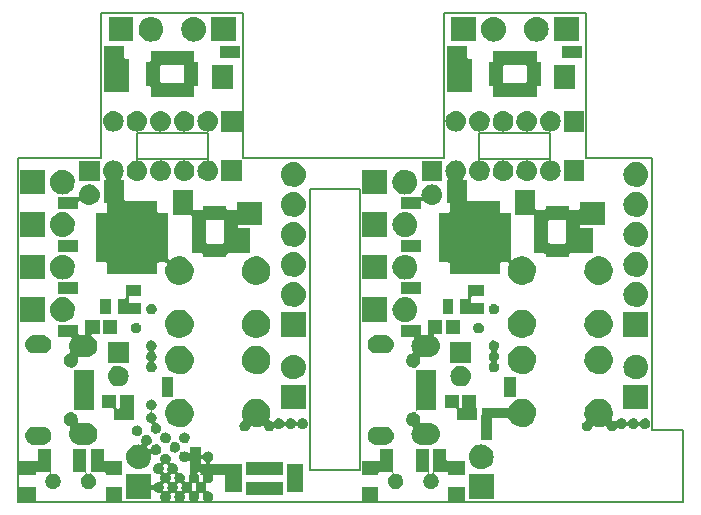
<source format=gbr>
%TF.GenerationSoftware,KiCad,Pcbnew,4.0.7*%
%TF.CreationDate,2019-06-15T20:20:24-05:00*%
%TF.ProjectId,GolfGloveMainBoardV1.0.0,476F6C66476C6F76654D61696E426F61,rev?*%
%TF.FileFunction,Soldermask,Top*%
%FSLAX46Y46*%
G04 Gerber Fmt 4.6, Leading zero omitted, Abs format (unit mm)*
G04 Created by KiCad (PCBNEW 4.0.7) date 06/15/19 20:20:24*
%MOMM*%
%LPD*%
G01*
G04 APERTURE LIST*
%ADD10C,0.100000*%
%ADD11C,0.150000*%
G04 APERTURE END LIST*
D10*
D11*
X156650000Y-73250000D02*
X156650000Y-50250000D01*
X159250000Y-79300000D02*
X156650000Y-79300000D01*
X159250000Y-73250000D02*
X159250000Y-79300000D01*
X156650000Y-73250000D02*
X159250000Y-73250000D01*
X131900000Y-76625000D02*
X131900000Y-75525000D01*
X127650000Y-76625000D02*
X131900000Y-76625000D01*
X127650000Y-52875000D02*
X127650000Y-76625000D01*
X131900000Y-75525000D02*
X131900000Y-52875000D01*
X127650000Y-52875000D02*
X131900000Y-52875000D01*
X131900000Y-50250000D02*
X127650000Y-50250000D01*
X156650000Y-79300000D02*
X102900000Y-79300000D01*
X139000000Y-48100000D02*
X139000000Y-37900000D01*
X139000000Y-37900000D02*
X151000000Y-37900000D01*
X151000000Y-37900000D02*
X151000000Y-48100000D01*
X131900000Y-50250000D02*
X139000000Y-50250000D01*
X139000000Y-50250000D02*
X139000000Y-48100000D01*
X151000000Y-48100000D02*
X151000000Y-50250000D01*
X151000000Y-50250000D02*
X156650000Y-50250000D01*
X142000000Y-48100000D02*
X142000000Y-50275000D01*
X148000000Y-48100000D02*
X148000000Y-50250000D01*
X148000000Y-50275000D02*
X142000000Y-50275000D01*
X142000000Y-48100000D02*
X148000000Y-48100000D01*
X113000000Y-48100000D02*
X119000000Y-48100000D01*
X119000000Y-50275000D02*
X113000000Y-50275000D01*
X119000000Y-48100000D02*
X119000000Y-50250000D01*
X113000000Y-48100000D02*
X113000000Y-50275000D01*
X122000000Y-50250000D02*
X127650000Y-50250000D01*
X122000000Y-48100000D02*
X122000000Y-50250000D01*
X110000000Y-50250000D02*
X110000000Y-48100000D01*
X102900000Y-50250000D02*
X110000000Y-50250000D01*
X102900000Y-50250000D02*
X102900000Y-50350000D01*
X102900000Y-50350000D02*
X102900000Y-79300000D01*
X122000000Y-37900000D02*
X122000000Y-48100000D01*
X110000000Y-37900000D02*
X122000000Y-37900000D01*
X110000000Y-48100000D02*
X110000000Y-37900000D01*
D10*
G36*
X118400000Y-75212430D02*
X118404949Y-75247254D01*
X118419404Y-75279321D01*
X118442220Y-75306091D01*
X118471590Y-75325445D01*
X118505190Y-75335850D01*
X118540358Y-75336483D01*
X118574311Y-75327293D01*
X118604358Y-75309008D01*
X118628139Y-75283051D01*
X118678607Y-75209343D01*
X118741661Y-75147597D01*
X118815505Y-75099275D01*
X118897330Y-75066215D01*
X118984018Y-75049679D01*
X119072266Y-75050294D01*
X119158713Y-75068039D01*
X119240069Y-75102239D01*
X119313231Y-75151587D01*
X119375417Y-75214209D01*
X119424254Y-75287714D01*
X119457884Y-75369306D01*
X119474853Y-75455007D01*
X119474853Y-75455035D01*
X119475019Y-75455875D01*
X119473611Y-75556673D01*
X119473421Y-75557508D01*
X119473421Y-75557532D01*
X119454064Y-75642731D01*
X119418170Y-75723354D01*
X119367301Y-75795465D01*
X119303392Y-75856323D01*
X119243301Y-75894459D01*
X119216550Y-75917298D01*
X119197220Y-75946685D01*
X119186843Y-75980293D01*
X119186240Y-76015462D01*
X119195458Y-76049407D01*
X119213769Y-76079439D01*
X119239721Y-76103181D01*
X119271260Y-76118754D01*
X119310280Y-76125000D01*
X121900000Y-76125000D01*
X121900000Y-78525000D01*
X120500000Y-78525000D01*
X120500000Y-77150000D01*
X120495051Y-77115176D01*
X120480596Y-77083109D01*
X120457780Y-77056339D01*
X120428410Y-77036985D01*
X120394810Y-77026580D01*
X120375000Y-77025000D01*
X119581487Y-77025000D01*
X119546663Y-77029949D01*
X119514596Y-77044404D01*
X119487826Y-77067220D01*
X119468472Y-77096590D01*
X119458067Y-77130190D01*
X119458868Y-77174279D01*
X119474853Y-77255007D01*
X119474853Y-77255035D01*
X119475019Y-77255875D01*
X119473611Y-77356673D01*
X119473421Y-77357508D01*
X119473421Y-77357532D01*
X119454064Y-77442731D01*
X119418170Y-77523354D01*
X119367301Y-77595465D01*
X119303392Y-77656323D01*
X119228875Y-77703614D01*
X119146603Y-77735525D01*
X119059693Y-77750849D01*
X118959205Y-77748745D01*
X118959192Y-77749344D01*
X118945180Y-77748286D01*
X118910756Y-77755514D01*
X118879709Y-77772045D01*
X118854497Y-77796572D01*
X118837115Y-77827151D01*
X118828941Y-77861362D01*
X118830622Y-77896496D01*
X118837829Y-77920650D01*
X118857884Y-77969306D01*
X118874853Y-78055007D01*
X118874853Y-78055035D01*
X118875019Y-78055875D01*
X118873611Y-78156673D01*
X118873421Y-78157508D01*
X118873421Y-78157532D01*
X118854064Y-78242734D01*
X118838564Y-78277548D01*
X118828921Y-78311374D01*
X118829084Y-78346548D01*
X118839040Y-78380284D01*
X118858000Y-78409910D01*
X118884463Y-78433082D01*
X118916334Y-78447963D01*
X118951089Y-78453377D01*
X118976183Y-78451173D01*
X118984016Y-78449679D01*
X119072266Y-78450294D01*
X119158713Y-78468039D01*
X119240069Y-78502239D01*
X119313231Y-78551587D01*
X119375417Y-78614209D01*
X119424254Y-78687714D01*
X119457884Y-78769306D01*
X119474853Y-78855007D01*
X119474853Y-78855035D01*
X119475019Y-78855875D01*
X119473611Y-78956673D01*
X119473421Y-78957508D01*
X119473421Y-78957532D01*
X119454064Y-79042731D01*
X119418170Y-79123354D01*
X119367301Y-79195465D01*
X119303392Y-79256323D01*
X119228875Y-79303614D01*
X119146603Y-79335525D01*
X119059693Y-79350849D01*
X118971459Y-79349002D01*
X118885269Y-79330051D01*
X118804396Y-79294719D01*
X118731930Y-79244353D01*
X118670630Y-79180876D01*
X118622821Y-79106690D01*
X118590333Y-79024636D01*
X118574403Y-78937841D01*
X118575636Y-78849593D01*
X118593984Y-78763274D01*
X118612378Y-78720356D01*
X118621548Y-78686398D01*
X118620894Y-78651230D01*
X118610469Y-78617637D01*
X118591098Y-78588278D01*
X118564314Y-78565478D01*
X118532238Y-78551042D01*
X118497411Y-78546114D01*
X118475781Y-78548013D01*
X118459694Y-78550849D01*
X118359205Y-78548745D01*
X118359192Y-78549344D01*
X118345180Y-78548286D01*
X118310756Y-78555514D01*
X118279709Y-78572045D01*
X118254497Y-78596572D01*
X118237115Y-78627151D01*
X118228941Y-78661362D01*
X118230622Y-78696496D01*
X118237829Y-78720650D01*
X118257884Y-78769306D01*
X118274853Y-78855007D01*
X118274853Y-78855035D01*
X118275019Y-78855875D01*
X118273611Y-78956673D01*
X118273421Y-78957508D01*
X118273421Y-78957532D01*
X118254064Y-79042731D01*
X118218170Y-79123354D01*
X118167301Y-79195465D01*
X118103392Y-79256323D01*
X118028875Y-79303614D01*
X117946603Y-79335525D01*
X117859693Y-79350849D01*
X117771459Y-79349002D01*
X117685269Y-79330051D01*
X117604396Y-79294719D01*
X117531930Y-79244353D01*
X117470630Y-79180876D01*
X117422821Y-79106690D01*
X117390333Y-79024636D01*
X117374403Y-78937841D01*
X117375636Y-78849593D01*
X117393984Y-78763274D01*
X117412378Y-78720356D01*
X117421548Y-78686398D01*
X117420894Y-78651230D01*
X117410469Y-78617637D01*
X117391098Y-78588278D01*
X117364314Y-78565478D01*
X117332238Y-78551042D01*
X117297411Y-78546114D01*
X117275781Y-78548013D01*
X117259694Y-78550849D01*
X117159205Y-78548745D01*
X117159192Y-78549344D01*
X117145180Y-78548286D01*
X117110756Y-78555514D01*
X117079709Y-78572045D01*
X117054497Y-78596572D01*
X117037115Y-78627151D01*
X117028941Y-78661362D01*
X117030622Y-78696496D01*
X117037829Y-78720650D01*
X117057884Y-78769306D01*
X117074853Y-78855007D01*
X117074853Y-78855035D01*
X117075019Y-78855875D01*
X117073611Y-78956673D01*
X117073421Y-78957508D01*
X117073421Y-78957532D01*
X117054064Y-79042731D01*
X117018170Y-79123354D01*
X116967301Y-79195465D01*
X116903392Y-79256323D01*
X116828875Y-79303614D01*
X116746603Y-79335525D01*
X116659693Y-79350849D01*
X116571459Y-79349002D01*
X116485269Y-79330051D01*
X116404396Y-79294719D01*
X116331930Y-79244353D01*
X116270630Y-79180876D01*
X116222821Y-79106690D01*
X116190333Y-79024636D01*
X116174403Y-78937841D01*
X116175636Y-78849593D01*
X116193984Y-78763274D01*
X116212378Y-78720356D01*
X116221548Y-78686398D01*
X116220894Y-78651230D01*
X116210469Y-78617637D01*
X116191098Y-78588278D01*
X116164314Y-78565478D01*
X116132238Y-78551042D01*
X116097411Y-78546114D01*
X116075781Y-78548013D01*
X116059694Y-78550849D01*
X115959205Y-78548745D01*
X115959192Y-78549344D01*
X115945180Y-78548286D01*
X115910756Y-78555514D01*
X115879709Y-78572045D01*
X115854497Y-78596572D01*
X115837115Y-78627151D01*
X115828941Y-78661362D01*
X115830622Y-78696496D01*
X115837829Y-78720650D01*
X115857884Y-78769306D01*
X115874853Y-78855007D01*
X115874853Y-78855035D01*
X115875019Y-78855875D01*
X115873611Y-78956673D01*
X115873421Y-78957508D01*
X115873421Y-78957532D01*
X115854064Y-79042731D01*
X115818170Y-79123354D01*
X115767301Y-79195465D01*
X115703392Y-79256323D01*
X115628875Y-79303614D01*
X115546603Y-79335525D01*
X115459693Y-79350849D01*
X115371459Y-79349002D01*
X115285269Y-79330051D01*
X115204396Y-79294719D01*
X115131930Y-79244353D01*
X115070630Y-79180876D01*
X115022821Y-79106690D01*
X114990333Y-79024636D01*
X114974403Y-78937841D01*
X114975636Y-78849593D01*
X114993984Y-78763274D01*
X115012378Y-78720356D01*
X115021548Y-78686398D01*
X115020894Y-78651230D01*
X115010469Y-78617637D01*
X114991098Y-78588278D01*
X114964314Y-78565478D01*
X114932238Y-78551042D01*
X114897411Y-78546114D01*
X114875781Y-78548013D01*
X114859694Y-78550849D01*
X114771459Y-78549002D01*
X114685269Y-78530051D01*
X114604396Y-78494719D01*
X114531930Y-78444353D01*
X114470628Y-78380874D01*
X114430071Y-78317941D01*
X114424386Y-78311374D01*
X115228921Y-78311374D01*
X115229084Y-78346548D01*
X115239040Y-78380284D01*
X115258000Y-78409910D01*
X115284463Y-78433082D01*
X115316334Y-78447963D01*
X115351089Y-78453377D01*
X115376183Y-78451173D01*
X115384016Y-78449679D01*
X115474118Y-78450307D01*
X115506676Y-78452304D01*
X115540994Y-78444592D01*
X115571805Y-78427623D01*
X115596669Y-78402743D01*
X115613617Y-78371922D01*
X115621307Y-78337599D01*
X115619681Y-78311374D01*
X116428921Y-78311374D01*
X116429084Y-78346548D01*
X116439040Y-78380284D01*
X116458000Y-78409910D01*
X116484463Y-78433082D01*
X116516334Y-78447963D01*
X116551089Y-78453377D01*
X116576183Y-78451173D01*
X116584016Y-78449679D01*
X116674118Y-78450307D01*
X116706676Y-78452304D01*
X116740994Y-78444592D01*
X116771805Y-78427623D01*
X116796669Y-78402743D01*
X116813617Y-78371922D01*
X116821307Y-78337599D01*
X116819681Y-78311374D01*
X117628921Y-78311374D01*
X117629084Y-78346548D01*
X117639040Y-78380284D01*
X117658000Y-78409910D01*
X117684463Y-78433082D01*
X117716334Y-78447963D01*
X117751089Y-78453377D01*
X117776183Y-78451173D01*
X117784016Y-78449679D01*
X117874118Y-78450307D01*
X117906676Y-78452304D01*
X117940994Y-78444592D01*
X117971805Y-78427623D01*
X117996669Y-78402743D01*
X118013617Y-78371922D01*
X118021307Y-78337599D01*
X118019130Y-78302492D01*
X118012921Y-78281688D01*
X117990333Y-78224638D01*
X117974403Y-78137841D01*
X117975636Y-78049593D01*
X117993984Y-77963274D01*
X118012378Y-77920356D01*
X118021548Y-77886398D01*
X118020894Y-77851230D01*
X118010469Y-77817637D01*
X117991098Y-77788278D01*
X117964314Y-77765478D01*
X117932238Y-77751042D01*
X117897411Y-77746114D01*
X117875781Y-77748013D01*
X117859694Y-77750849D01*
X117759205Y-77748745D01*
X117759192Y-77749344D01*
X117745180Y-77748286D01*
X117710756Y-77755514D01*
X117679709Y-77772045D01*
X117654497Y-77796572D01*
X117637115Y-77827151D01*
X117628941Y-77861362D01*
X117630622Y-77896496D01*
X117637829Y-77920650D01*
X117657884Y-77969306D01*
X117674853Y-78055007D01*
X117674853Y-78055035D01*
X117675019Y-78055875D01*
X117673611Y-78156673D01*
X117673421Y-78157508D01*
X117673421Y-78157532D01*
X117654064Y-78242734D01*
X117638564Y-78277548D01*
X117628921Y-78311374D01*
X116819681Y-78311374D01*
X116819130Y-78302492D01*
X116812921Y-78281688D01*
X116790333Y-78224638D01*
X116774403Y-78137841D01*
X116775636Y-78049593D01*
X116793984Y-77963274D01*
X116812378Y-77920356D01*
X116821548Y-77886398D01*
X116820894Y-77851230D01*
X116810469Y-77817637D01*
X116791098Y-77788278D01*
X116764314Y-77765478D01*
X116732238Y-77751042D01*
X116697411Y-77746114D01*
X116675781Y-77748013D01*
X116659694Y-77750849D01*
X116559205Y-77748745D01*
X116559192Y-77749344D01*
X116545180Y-77748286D01*
X116510756Y-77755514D01*
X116479709Y-77772045D01*
X116454497Y-77796572D01*
X116437115Y-77827151D01*
X116428941Y-77861362D01*
X116430622Y-77896496D01*
X116437829Y-77920650D01*
X116457884Y-77969306D01*
X116474853Y-78055007D01*
X116474853Y-78055035D01*
X116475019Y-78055875D01*
X116473611Y-78156673D01*
X116473421Y-78157508D01*
X116473421Y-78157532D01*
X116454064Y-78242734D01*
X116438564Y-78277548D01*
X116428921Y-78311374D01*
X115619681Y-78311374D01*
X115619130Y-78302492D01*
X115612921Y-78281688D01*
X115590333Y-78224638D01*
X115574403Y-78137841D01*
X115575636Y-78049593D01*
X115593984Y-77963274D01*
X115612378Y-77920356D01*
X115621548Y-77886398D01*
X115620894Y-77851230D01*
X115610469Y-77817637D01*
X115591098Y-77788278D01*
X115564314Y-77765478D01*
X115532238Y-77751042D01*
X115497411Y-77746114D01*
X115475781Y-77748013D01*
X115459694Y-77750849D01*
X115359205Y-77748745D01*
X115359192Y-77749344D01*
X115345180Y-77748286D01*
X115310756Y-77755514D01*
X115279709Y-77772045D01*
X115254497Y-77796572D01*
X115237115Y-77827151D01*
X115228941Y-77861362D01*
X115230622Y-77896496D01*
X115237829Y-77920650D01*
X115257884Y-77969306D01*
X115274853Y-78055007D01*
X115274853Y-78055035D01*
X115275019Y-78055875D01*
X115273611Y-78156673D01*
X115273421Y-78157508D01*
X115273421Y-78157532D01*
X115254064Y-78242734D01*
X115238564Y-78277548D01*
X115228921Y-78311374D01*
X114424386Y-78311374D01*
X114407047Y-78291349D01*
X114377526Y-78272225D01*
X114343846Y-78262083D01*
X114308673Y-78261725D01*
X114274794Y-78271180D01*
X114244890Y-78289699D01*
X114221329Y-78315816D01*
X114205977Y-78347463D01*
X114200000Y-78385654D01*
X114200000Y-79100000D01*
X112100000Y-79100000D01*
X112100000Y-77000000D01*
X114200000Y-77000000D01*
X114200000Y-77812430D01*
X114204949Y-77847254D01*
X114219404Y-77879321D01*
X114242220Y-77906091D01*
X114271590Y-77925445D01*
X114305190Y-77935850D01*
X114340358Y-77936483D01*
X114374311Y-77927293D01*
X114404358Y-77909008D01*
X114428139Y-77883051D01*
X114478607Y-77809343D01*
X114541661Y-77747597D01*
X114615505Y-77699275D01*
X114697330Y-77666215D01*
X114784018Y-77649679D01*
X114874118Y-77650307D01*
X114906676Y-77652304D01*
X114940994Y-77644592D01*
X114971805Y-77627623D01*
X114996669Y-77602743D01*
X115013617Y-77571922D01*
X115021307Y-77537599D01*
X115019681Y-77511374D01*
X115828921Y-77511374D01*
X115829084Y-77546548D01*
X115839040Y-77580284D01*
X115858000Y-77609910D01*
X115884463Y-77633082D01*
X115916334Y-77647963D01*
X115951089Y-77653377D01*
X115976183Y-77651173D01*
X115984016Y-77649679D01*
X116074118Y-77650307D01*
X116106676Y-77652304D01*
X116140994Y-77644592D01*
X116171805Y-77627623D01*
X116196669Y-77602743D01*
X116213617Y-77571922D01*
X116221307Y-77537599D01*
X116219130Y-77502492D01*
X116212921Y-77481688D01*
X116190333Y-77424638D01*
X116174403Y-77337841D01*
X116175636Y-77249593D01*
X116193984Y-77163274D01*
X116212378Y-77120356D01*
X116221548Y-77086398D01*
X116220894Y-77051230D01*
X116210469Y-77017637D01*
X116191098Y-76988278D01*
X116164314Y-76965478D01*
X116132238Y-76951042D01*
X116097411Y-76946114D01*
X116075781Y-76948013D01*
X116059694Y-76950849D01*
X115959205Y-76948745D01*
X115959192Y-76949344D01*
X115945180Y-76948286D01*
X115910756Y-76955514D01*
X115879709Y-76972045D01*
X115854497Y-76996572D01*
X115837115Y-77027151D01*
X115828941Y-77061362D01*
X115830622Y-77096496D01*
X115837829Y-77120650D01*
X115857884Y-77169306D01*
X115874853Y-77255007D01*
X115874853Y-77255035D01*
X115875019Y-77255875D01*
X115873611Y-77356673D01*
X115873421Y-77357508D01*
X115873421Y-77357532D01*
X115854064Y-77442734D01*
X115838564Y-77477548D01*
X115828921Y-77511374D01*
X115019681Y-77511374D01*
X115019130Y-77502492D01*
X115012921Y-77481688D01*
X114990333Y-77424638D01*
X114974403Y-77337841D01*
X114975636Y-77249593D01*
X114993984Y-77163274D01*
X115012378Y-77120356D01*
X115021548Y-77086398D01*
X115020894Y-77051230D01*
X115010469Y-77017637D01*
X114991098Y-76988278D01*
X114964314Y-76965478D01*
X114932238Y-76951042D01*
X114897411Y-76946114D01*
X114875781Y-76948013D01*
X114859694Y-76950849D01*
X114771459Y-76949002D01*
X114685269Y-76930051D01*
X114604396Y-76894719D01*
X114531930Y-76844353D01*
X114470630Y-76780876D01*
X114425840Y-76711374D01*
X115228921Y-76711374D01*
X115229084Y-76746548D01*
X115239040Y-76780284D01*
X115258000Y-76809910D01*
X115284463Y-76833082D01*
X115316334Y-76847963D01*
X115351089Y-76853377D01*
X115376183Y-76851173D01*
X115384016Y-76849679D01*
X115474118Y-76850307D01*
X115506676Y-76852304D01*
X115540994Y-76844592D01*
X115571805Y-76827623D01*
X115596669Y-76802743D01*
X115613617Y-76771922D01*
X115621307Y-76737599D01*
X115619130Y-76702492D01*
X115612921Y-76681688D01*
X115590333Y-76624638D01*
X115574403Y-76537841D01*
X115575636Y-76449593D01*
X115593984Y-76363274D01*
X115612378Y-76320356D01*
X115621548Y-76286398D01*
X115620894Y-76251230D01*
X115610469Y-76217637D01*
X115591098Y-76188278D01*
X115564314Y-76165478D01*
X115532238Y-76151042D01*
X115497411Y-76146114D01*
X115475781Y-76148013D01*
X115459694Y-76150849D01*
X115359205Y-76148745D01*
X115359192Y-76149344D01*
X115345180Y-76148286D01*
X115310756Y-76155514D01*
X115279709Y-76172045D01*
X115254497Y-76196572D01*
X115237115Y-76227151D01*
X115228941Y-76261362D01*
X115230622Y-76296496D01*
X115237829Y-76320650D01*
X115257884Y-76369306D01*
X115274853Y-76455007D01*
X115274853Y-76455035D01*
X115275019Y-76455875D01*
X115273611Y-76556673D01*
X115273421Y-76557508D01*
X115273421Y-76557532D01*
X115254064Y-76642734D01*
X115238564Y-76677548D01*
X115228921Y-76711374D01*
X114425840Y-76711374D01*
X114422821Y-76706690D01*
X114390333Y-76624636D01*
X114374403Y-76537841D01*
X114375636Y-76449593D01*
X114393984Y-76363274D01*
X114428749Y-76282159D01*
X114478607Y-76209343D01*
X114541661Y-76147597D01*
X114615505Y-76099275D01*
X114697330Y-76066215D01*
X114784018Y-76049679D01*
X114874118Y-76050307D01*
X114906676Y-76052304D01*
X114940994Y-76044592D01*
X114971805Y-76027623D01*
X114996669Y-76002743D01*
X115013617Y-75971922D01*
X115021307Y-75937599D01*
X115019130Y-75902492D01*
X115012921Y-75881688D01*
X114990333Y-75824638D01*
X114974403Y-75737841D01*
X114975636Y-75649593D01*
X114993984Y-75563274D01*
X115028751Y-75482156D01*
X115054502Y-75444547D01*
X115070093Y-75413018D01*
X115076283Y-75378392D01*
X115073162Y-75348900D01*
X115107511Y-75351228D01*
X115141878Y-75343736D01*
X115166780Y-75331160D01*
X115215505Y-75299275D01*
X115297330Y-75266215D01*
X115384018Y-75249679D01*
X115472266Y-75250294D01*
X115558713Y-75268039D01*
X115640069Y-75302239D01*
X115713231Y-75351587D01*
X115775417Y-75414209D01*
X115824254Y-75487714D01*
X115857884Y-75569306D01*
X115874853Y-75655007D01*
X115874853Y-75655035D01*
X115875019Y-75655875D01*
X115873611Y-75756673D01*
X115873421Y-75757508D01*
X115873421Y-75757532D01*
X115854064Y-75842734D01*
X115838564Y-75877548D01*
X115828921Y-75911374D01*
X115829084Y-75946548D01*
X115839040Y-75980284D01*
X115858000Y-76009910D01*
X115884463Y-76033082D01*
X115916334Y-76047963D01*
X115951089Y-76053377D01*
X115976183Y-76051173D01*
X115984016Y-76049679D01*
X116072266Y-76050294D01*
X116158713Y-76068039D01*
X116240069Y-76102239D01*
X116313231Y-76151587D01*
X116375417Y-76214209D01*
X116424254Y-76287714D01*
X116457884Y-76369306D01*
X116474853Y-76455007D01*
X116474853Y-76455035D01*
X116475019Y-76455875D01*
X116473611Y-76556673D01*
X116473421Y-76557508D01*
X116473421Y-76557532D01*
X116454064Y-76642734D01*
X116438564Y-76677548D01*
X116428921Y-76711374D01*
X116429084Y-76746548D01*
X116439040Y-76780284D01*
X116458000Y-76809910D01*
X116484463Y-76833082D01*
X116516334Y-76847963D01*
X116551089Y-76853377D01*
X116576183Y-76851173D01*
X116584016Y-76849679D01*
X116672266Y-76850294D01*
X116758713Y-76868039D01*
X116840069Y-76902239D01*
X116913231Y-76951587D01*
X116975417Y-77014209D01*
X117024254Y-77087714D01*
X117057884Y-77169306D01*
X117074853Y-77255007D01*
X117074853Y-77255035D01*
X117075019Y-77255875D01*
X117073611Y-77356673D01*
X117073421Y-77357508D01*
X117073421Y-77357532D01*
X117054064Y-77442734D01*
X117038564Y-77477548D01*
X117028921Y-77511374D01*
X117029084Y-77546548D01*
X117039040Y-77580284D01*
X117058000Y-77609910D01*
X117084463Y-77633082D01*
X117116334Y-77647963D01*
X117151089Y-77653377D01*
X117176183Y-77651173D01*
X117184016Y-77649679D01*
X117274118Y-77650307D01*
X117306676Y-77652304D01*
X117340994Y-77644592D01*
X117371805Y-77627623D01*
X117396669Y-77602743D01*
X117413617Y-77571922D01*
X117421307Y-77537599D01*
X117419130Y-77502492D01*
X117412921Y-77481688D01*
X117390333Y-77424638D01*
X117374403Y-77337841D01*
X117375636Y-77249593D01*
X117393984Y-77163274D01*
X117428749Y-77082159D01*
X117478607Y-77009343D01*
X117499065Y-76989310D01*
X117520484Y-76961409D01*
X117533281Y-76928646D01*
X117534481Y-76915358D01*
X118114113Y-76915358D01*
X118123303Y-76949311D01*
X118149470Y-76988080D01*
X118184053Y-77022905D01*
X118184399Y-77022561D01*
X118194279Y-77033654D01*
X118224064Y-77052364D01*
X118257882Y-77062035D01*
X118293056Y-77061902D01*
X118294598Y-77061448D01*
X118287826Y-77067220D01*
X118268472Y-77096590D01*
X118258067Y-77130190D01*
X118258868Y-77174279D01*
X118274853Y-77255007D01*
X118274853Y-77255035D01*
X118275019Y-77255875D01*
X118273611Y-77356673D01*
X118273421Y-77357508D01*
X118273421Y-77357532D01*
X118254064Y-77442734D01*
X118238564Y-77477548D01*
X118228921Y-77511374D01*
X118229084Y-77546548D01*
X118239040Y-77580284D01*
X118258000Y-77609910D01*
X118284463Y-77633082D01*
X118316334Y-77647963D01*
X118351089Y-77653377D01*
X118376183Y-77651173D01*
X118384016Y-77649679D01*
X118474118Y-77650307D01*
X118506676Y-77652304D01*
X118540994Y-77644592D01*
X118571805Y-77627623D01*
X118596669Y-77602743D01*
X118613617Y-77571922D01*
X118621307Y-77537599D01*
X118619130Y-77502492D01*
X118612921Y-77481688D01*
X118590333Y-77424638D01*
X118574403Y-77337841D01*
X118575636Y-77249593D01*
X118591281Y-77175989D01*
X118593681Y-77140897D01*
X118586209Y-77106526D01*
X118569458Y-77075597D01*
X118544753Y-77050559D01*
X118514051Y-77033396D01*
X118469013Y-77025000D01*
X118381487Y-77025000D01*
X118360933Y-77027921D01*
X118379636Y-77006596D01*
X118394545Y-76974738D01*
X118400000Y-76938213D01*
X118400000Y-76900000D01*
X118395051Y-76865176D01*
X118380596Y-76833109D01*
X118357780Y-76806339D01*
X118328410Y-76786985D01*
X118294810Y-76776580D01*
X118275000Y-76775000D01*
X118238166Y-76775000D01*
X118203342Y-76779949D01*
X118171275Y-76794404D01*
X118144505Y-76817220D01*
X118125151Y-76846590D01*
X118114746Y-76880190D01*
X118114113Y-76915358D01*
X117534481Y-76915358D01*
X117536445Y-76893614D01*
X117529723Y-76859088D01*
X117513649Y-76827802D01*
X117500000Y-76813353D01*
X117500000Y-75958927D01*
X117495051Y-75924103D01*
X117480596Y-75892036D01*
X117457780Y-75865266D01*
X117428410Y-75845912D01*
X117394810Y-75835507D01*
X117359642Y-75834874D01*
X117325689Y-75844064D01*
X117308021Y-75853386D01*
X117228875Y-75903614D01*
X117146603Y-75935525D01*
X117059693Y-75950849D01*
X116971459Y-75949002D01*
X116885269Y-75930051D01*
X116804396Y-75894719D01*
X116731930Y-75844353D01*
X116675245Y-75785654D01*
X118400000Y-75785654D01*
X118400000Y-76000000D01*
X118404949Y-76034824D01*
X118419404Y-76066891D01*
X118442220Y-76093661D01*
X118471590Y-76113015D01*
X118505190Y-76123420D01*
X118525000Y-76125000D01*
X118736851Y-76125000D01*
X118771675Y-76120051D01*
X118803742Y-76105596D01*
X118830512Y-76082780D01*
X118849866Y-76053410D01*
X118860271Y-76019810D01*
X118860904Y-75984642D01*
X118851714Y-75950689D01*
X118833429Y-75920642D01*
X118808191Y-75897357D01*
X118731930Y-75844353D01*
X118670628Y-75780874D01*
X118630071Y-75717941D01*
X118607047Y-75691349D01*
X118577526Y-75672225D01*
X118543846Y-75662083D01*
X118508673Y-75661725D01*
X118474794Y-75671180D01*
X118444890Y-75689699D01*
X118421329Y-75715816D01*
X118405977Y-75747463D01*
X118400000Y-75785654D01*
X116675245Y-75785654D01*
X116670630Y-75780876D01*
X116622821Y-75706690D01*
X116590333Y-75624636D01*
X116574403Y-75537841D01*
X116575636Y-75449593D01*
X116593984Y-75363274D01*
X116628751Y-75282156D01*
X116654502Y-75244547D01*
X116670093Y-75213018D01*
X116676283Y-75178392D01*
X116673162Y-75148900D01*
X116707511Y-75151228D01*
X116741878Y-75143736D01*
X116766780Y-75131160D01*
X116815505Y-75099275D01*
X116897330Y-75066215D01*
X116984018Y-75049679D01*
X117072266Y-75050294D01*
X117158713Y-75068039D01*
X117240069Y-75102239D01*
X117305101Y-75146103D01*
X117336739Y-75161473D01*
X117371407Y-75167421D01*
X117406359Y-75163476D01*
X117438828Y-75149949D01*
X117466243Y-75127912D01*
X117486433Y-75099109D01*
X117497800Y-75065823D01*
X117500000Y-75042473D01*
X117500000Y-74675000D01*
X118400000Y-74675000D01*
X118400000Y-75212430D01*
X118400000Y-75212430D01*
G37*
G36*
X133450000Y-79280000D02*
X132050000Y-79280000D01*
X132050000Y-78080000D01*
X133450000Y-78080000D01*
X133450000Y-79280000D01*
X133450000Y-79280000D01*
G37*
G36*
X111750000Y-79280000D02*
X110350000Y-79280000D01*
X110350000Y-78080000D01*
X111750000Y-78080000D01*
X111750000Y-79280000D01*
X111750000Y-79280000D01*
G37*
G36*
X104450000Y-79280000D02*
X103050000Y-79280000D01*
X103050000Y-78080000D01*
X104450000Y-78080000D01*
X104450000Y-79280000D01*
X104450000Y-79280000D01*
G37*
G36*
X140750000Y-79280000D02*
X139350000Y-79280000D01*
X139350000Y-78080000D01*
X140750000Y-78080000D01*
X140750000Y-79280000D01*
X140750000Y-79280000D01*
G37*
G36*
X143200000Y-79100000D02*
X141100000Y-79100000D01*
X141100000Y-77000000D01*
X143200000Y-77000000D01*
X143200000Y-79100000D01*
X143200000Y-79100000D01*
G37*
G36*
X125400000Y-78725000D02*
X122200000Y-78725000D01*
X122200000Y-77625000D01*
X125400000Y-77625000D01*
X125400000Y-78725000D01*
X125400000Y-78725000D01*
G37*
G36*
X127100000Y-78525000D02*
X125700000Y-78525000D01*
X125700000Y-76125000D01*
X127100000Y-76125000D01*
X127100000Y-78525000D01*
X127100000Y-78525000D01*
G37*
G36*
X137700000Y-76805298D02*
X137704949Y-76840122D01*
X137719404Y-76872189D01*
X137742220Y-76898959D01*
X137771590Y-76918313D01*
X137805190Y-76928718D01*
X137828556Y-76928376D01*
X137828548Y-76929452D01*
X137974128Y-76930468D01*
X138008986Y-76925762D01*
X138041152Y-76911532D01*
X138068081Y-76888903D01*
X138087640Y-76859668D01*
X138098279Y-76826142D01*
X138100000Y-76805471D01*
X138100000Y-74870000D01*
X139200000Y-74870000D01*
X139200000Y-75745000D01*
X139204949Y-75779824D01*
X139219404Y-75811891D01*
X139242220Y-75838661D01*
X139271590Y-75858015D01*
X139305190Y-75868420D01*
X139325000Y-75870000D01*
X140750000Y-75870000D01*
X140750000Y-77070000D01*
X139350000Y-77070000D01*
X139350000Y-76895000D01*
X139345051Y-76860176D01*
X139330596Y-76828109D01*
X139307780Y-76801339D01*
X139278410Y-76781985D01*
X139244810Y-76771580D01*
X139225000Y-76770000D01*
X138270431Y-76770000D01*
X138235607Y-76774949D01*
X138203540Y-76789404D01*
X138176770Y-76812220D01*
X138157416Y-76841590D01*
X138147011Y-76875190D01*
X138146378Y-76910358D01*
X138155568Y-76944311D01*
X138173853Y-76974358D01*
X138200532Y-76998630D01*
X138316337Y-77076741D01*
X138406154Y-77167188D01*
X138476697Y-77273363D01*
X138525273Y-77391217D01*
X138549862Y-77515400D01*
X138549862Y-77515424D01*
X138550028Y-77516264D01*
X138547995Y-77661861D01*
X138547804Y-77662700D01*
X138547804Y-77662721D01*
X138519758Y-77786169D01*
X138467911Y-77902618D01*
X138394433Y-78006781D01*
X138302120Y-78094688D01*
X138194487Y-78162995D01*
X138075647Y-78209090D01*
X137950111Y-78231225D01*
X137822662Y-78228556D01*
X137698163Y-78201182D01*
X137581357Y-78150151D01*
X137476678Y-78077397D01*
X137388133Y-77985707D01*
X137319077Y-77878552D01*
X137272150Y-77760031D01*
X137249140Y-77634657D01*
X137250920Y-77507191D01*
X137277423Y-77382507D01*
X137327639Y-77265343D01*
X137399657Y-77160163D01*
X137490734Y-77070975D01*
X137599813Y-76999595D01*
X137626242Y-76976386D01*
X137645160Y-76946732D01*
X137655067Y-76912982D01*
X137655179Y-76877808D01*
X137645488Y-76843996D01*
X137626760Y-76814222D01*
X137600479Y-76790844D01*
X137568726Y-76775713D01*
X137531367Y-76770000D01*
X136600000Y-76770000D01*
X136600000Y-74870000D01*
X137700000Y-74870000D01*
X137700000Y-76805298D01*
X137700000Y-76805298D01*
G37*
G36*
X105700000Y-76805298D02*
X105704949Y-76840122D01*
X105719404Y-76872189D01*
X105742220Y-76898959D01*
X105771590Y-76918313D01*
X105805190Y-76928718D01*
X105828555Y-76928376D01*
X105828547Y-76929452D01*
X105968273Y-76930427D01*
X106093141Y-76956059D01*
X106210654Y-77005458D01*
X106316337Y-77076741D01*
X106406154Y-77167188D01*
X106476697Y-77273363D01*
X106525273Y-77391217D01*
X106549862Y-77515400D01*
X106549862Y-77515424D01*
X106550028Y-77516264D01*
X106547995Y-77661861D01*
X106547804Y-77662700D01*
X106547804Y-77662721D01*
X106519758Y-77786169D01*
X106467911Y-77902618D01*
X106394433Y-78006781D01*
X106302120Y-78094688D01*
X106194487Y-78162995D01*
X106075647Y-78209090D01*
X105950111Y-78231225D01*
X105822662Y-78228556D01*
X105698163Y-78201182D01*
X105581357Y-78150151D01*
X105476678Y-78077397D01*
X105388133Y-77985707D01*
X105319077Y-77878552D01*
X105272150Y-77760031D01*
X105249140Y-77634657D01*
X105250920Y-77507191D01*
X105277423Y-77382507D01*
X105327639Y-77265343D01*
X105399657Y-77160163D01*
X105490734Y-77070975D01*
X105599813Y-76999595D01*
X105626242Y-76976386D01*
X105645160Y-76946732D01*
X105655067Y-76912982D01*
X105655179Y-76877808D01*
X105645488Y-76843996D01*
X105626760Y-76814222D01*
X105600479Y-76790844D01*
X105568726Y-76775713D01*
X105531367Y-76770000D01*
X104575000Y-76770000D01*
X104540176Y-76774949D01*
X104508109Y-76789404D01*
X104481339Y-76812220D01*
X104461985Y-76841590D01*
X104451580Y-76875190D01*
X104450000Y-76895000D01*
X104450000Y-77070000D01*
X103050000Y-77070000D01*
X103050000Y-75870000D01*
X104475000Y-75870000D01*
X104509824Y-75865051D01*
X104541891Y-75850596D01*
X104568661Y-75827780D01*
X104588015Y-75798410D01*
X104598420Y-75764810D01*
X104600000Y-75745000D01*
X104600000Y-74870000D01*
X105700000Y-74870000D01*
X105700000Y-76805298D01*
X105700000Y-76805298D01*
G37*
G36*
X108700000Y-76805298D02*
X108704949Y-76840122D01*
X108719404Y-76872189D01*
X108742220Y-76898959D01*
X108771590Y-76918313D01*
X108805190Y-76928718D01*
X108828556Y-76928376D01*
X108828548Y-76929452D01*
X108974128Y-76930468D01*
X109008986Y-76925762D01*
X109041152Y-76911532D01*
X109068081Y-76888903D01*
X109087640Y-76859668D01*
X109098279Y-76826142D01*
X109100000Y-76805471D01*
X109100000Y-74870000D01*
X110200000Y-74870000D01*
X110200000Y-75745000D01*
X110204949Y-75779824D01*
X110219404Y-75811891D01*
X110242220Y-75838661D01*
X110271590Y-75858015D01*
X110305190Y-75868420D01*
X110325000Y-75870000D01*
X111750000Y-75870000D01*
X111750000Y-77070000D01*
X110350000Y-77070000D01*
X110350000Y-76895000D01*
X110345051Y-76860176D01*
X110330596Y-76828109D01*
X110307780Y-76801339D01*
X110278410Y-76781985D01*
X110244810Y-76771580D01*
X110225000Y-76770000D01*
X109270431Y-76770000D01*
X109235607Y-76774949D01*
X109203540Y-76789404D01*
X109176770Y-76812220D01*
X109157416Y-76841590D01*
X109147011Y-76875190D01*
X109146378Y-76910358D01*
X109155568Y-76944311D01*
X109173853Y-76974358D01*
X109200532Y-76998630D01*
X109316337Y-77076741D01*
X109406154Y-77167188D01*
X109476697Y-77273363D01*
X109525273Y-77391217D01*
X109549862Y-77515400D01*
X109549862Y-77515424D01*
X109550028Y-77516264D01*
X109547995Y-77661861D01*
X109547804Y-77662700D01*
X109547804Y-77662721D01*
X109519758Y-77786169D01*
X109467911Y-77902618D01*
X109394433Y-78006781D01*
X109302120Y-78094688D01*
X109194487Y-78162995D01*
X109075647Y-78209090D01*
X108950111Y-78231225D01*
X108822662Y-78228556D01*
X108698163Y-78201182D01*
X108581357Y-78150151D01*
X108476678Y-78077397D01*
X108388133Y-77985707D01*
X108319077Y-77878552D01*
X108272150Y-77760031D01*
X108249140Y-77634657D01*
X108250920Y-77507191D01*
X108277423Y-77382507D01*
X108327639Y-77265343D01*
X108399657Y-77160163D01*
X108490734Y-77070975D01*
X108599813Y-76999595D01*
X108626242Y-76976386D01*
X108645160Y-76946732D01*
X108655067Y-76912982D01*
X108655179Y-76877808D01*
X108645488Y-76843996D01*
X108626760Y-76814222D01*
X108600479Y-76790844D01*
X108568726Y-76775713D01*
X108531367Y-76770000D01*
X107600000Y-76770000D01*
X107600000Y-74870000D01*
X108700000Y-74870000D01*
X108700000Y-76805298D01*
X108700000Y-76805298D01*
G37*
G36*
X134700000Y-76805298D02*
X134704949Y-76840122D01*
X134719404Y-76872189D01*
X134742220Y-76898959D01*
X134771590Y-76918313D01*
X134805190Y-76928718D01*
X134828555Y-76928376D01*
X134828547Y-76929452D01*
X134968273Y-76930427D01*
X135093141Y-76956059D01*
X135210654Y-77005458D01*
X135316337Y-77076741D01*
X135406154Y-77167188D01*
X135476697Y-77273363D01*
X135525273Y-77391217D01*
X135549862Y-77515400D01*
X135549862Y-77515424D01*
X135550028Y-77516264D01*
X135547995Y-77661861D01*
X135547804Y-77662700D01*
X135547804Y-77662721D01*
X135519758Y-77786169D01*
X135467911Y-77902618D01*
X135394433Y-78006781D01*
X135302120Y-78094688D01*
X135194487Y-78162995D01*
X135075647Y-78209090D01*
X134950111Y-78231225D01*
X134822662Y-78228556D01*
X134698163Y-78201182D01*
X134581357Y-78150151D01*
X134476678Y-78077397D01*
X134388133Y-77985707D01*
X134319077Y-77878552D01*
X134272150Y-77760031D01*
X134249140Y-77634657D01*
X134250920Y-77507191D01*
X134277423Y-77382507D01*
X134327639Y-77265343D01*
X134399657Y-77160163D01*
X134490734Y-77070975D01*
X134599813Y-76999595D01*
X134626242Y-76976386D01*
X134645160Y-76946732D01*
X134655067Y-76912982D01*
X134655179Y-76877808D01*
X134645488Y-76843996D01*
X134626760Y-76814222D01*
X134600479Y-76790844D01*
X134568726Y-76775713D01*
X134531367Y-76770000D01*
X133575000Y-76770000D01*
X133540176Y-76774949D01*
X133508109Y-76789404D01*
X133481339Y-76812220D01*
X133461985Y-76841590D01*
X133451580Y-76875190D01*
X133450000Y-76895000D01*
X133450000Y-77070000D01*
X132050000Y-77070000D01*
X132050000Y-75870000D01*
X133475000Y-75870000D01*
X133509824Y-75865051D01*
X133541891Y-75850596D01*
X133568661Y-75827780D01*
X133588015Y-75798410D01*
X133598420Y-75764810D01*
X133600000Y-75745000D01*
X133600000Y-74870000D01*
X134700000Y-74870000D01*
X134700000Y-76805298D01*
X134700000Y-76805298D01*
G37*
G36*
X125400000Y-77025000D02*
X122200000Y-77025000D01*
X122200000Y-75925000D01*
X125400000Y-75925000D01*
X125400000Y-77025000D01*
X125400000Y-77025000D01*
G37*
G36*
X142164666Y-74460066D02*
X142164673Y-74460067D01*
X142169741Y-74460102D01*
X142373388Y-74482945D01*
X142568720Y-74544908D01*
X142748296Y-74643631D01*
X142905277Y-74775353D01*
X143033684Y-74935059D01*
X143128624Y-75116663D01*
X143186483Y-75313250D01*
X143186491Y-75313334D01*
X143186498Y-75313359D01*
X143205060Y-75517330D01*
X143183652Y-75721009D01*
X143183646Y-75721029D01*
X143183635Y-75721132D01*
X143123037Y-75916891D01*
X143025570Y-76097153D01*
X142894947Y-76255049D01*
X142736142Y-76384567D01*
X142555205Y-76480773D01*
X142359027Y-76540003D01*
X142155081Y-76560000D01*
X142144763Y-76560000D01*
X142135334Y-76559934D01*
X142135327Y-76559933D01*
X142130259Y-76559898D01*
X141926612Y-76537055D01*
X141731280Y-76475092D01*
X141551704Y-76376369D01*
X141394723Y-76244647D01*
X141266316Y-76084941D01*
X141171376Y-75903337D01*
X141113517Y-75706750D01*
X141113509Y-75706666D01*
X141113502Y-75706641D01*
X141094940Y-75502670D01*
X141116348Y-75298991D01*
X141116354Y-75298971D01*
X141116365Y-75298868D01*
X141176963Y-75103109D01*
X141274430Y-74922847D01*
X141405053Y-74764951D01*
X141563858Y-74635433D01*
X141744795Y-74539227D01*
X141940973Y-74479997D01*
X142144919Y-74460000D01*
X142155237Y-74460000D01*
X142164666Y-74460066D01*
X142164666Y-74460066D01*
G37*
G36*
X113872266Y-73650294D02*
X113958713Y-73668039D01*
X114040069Y-73702239D01*
X114113231Y-73751587D01*
X114175417Y-73814209D01*
X114224254Y-73887714D01*
X114257884Y-73969306D01*
X114274853Y-74055007D01*
X114274853Y-74055035D01*
X114275019Y-74055875D01*
X114273611Y-74156673D01*
X114273421Y-74157508D01*
X114273421Y-74157532D01*
X114254064Y-74242731D01*
X114218169Y-74323355D01*
X114196191Y-74354511D01*
X114180161Y-74385820D01*
X114173488Y-74420355D01*
X114176351Y-74451566D01*
X114175569Y-74451293D01*
X114140446Y-74449405D01*
X114106187Y-74457376D01*
X114084384Y-74468387D01*
X114028879Y-74503612D01*
X113946604Y-74535525D01*
X113939990Y-74536691D01*
X113906554Y-74547612D01*
X113877485Y-74567416D01*
X113855083Y-74594534D01*
X113841124Y-74626820D01*
X113836712Y-74661716D01*
X113842196Y-74696460D01*
X113857143Y-74728300D01*
X113880393Y-74754473D01*
X113905277Y-74775353D01*
X113967256Y-74852439D01*
X113992279Y-74875865D01*
X114023637Y-74891798D01*
X114058193Y-74898364D01*
X114093210Y-74895044D01*
X114125915Y-74882099D01*
X114153720Y-74860555D01*
X114174421Y-74832118D01*
X114186286Y-74799489D01*
X114193984Y-74763274D01*
X114228751Y-74682156D01*
X114254502Y-74644547D01*
X114270093Y-74613018D01*
X114276283Y-74578392D01*
X114273162Y-74548900D01*
X114307511Y-74551228D01*
X114341878Y-74543736D01*
X114366780Y-74531160D01*
X114415505Y-74499275D01*
X114497330Y-74466215D01*
X114584018Y-74449679D01*
X114672266Y-74450294D01*
X114758713Y-74468039D01*
X114840069Y-74502239D01*
X114913231Y-74551587D01*
X114975417Y-74614209D01*
X115024254Y-74687714D01*
X115057884Y-74769306D01*
X115074853Y-74855007D01*
X115074853Y-74855035D01*
X115075019Y-74855875D01*
X115073611Y-74956673D01*
X115073421Y-74957508D01*
X115073421Y-74957532D01*
X115054064Y-75042731D01*
X115018169Y-75123355D01*
X114996191Y-75154511D01*
X114980161Y-75185820D01*
X114973488Y-75220355D01*
X114976351Y-75251566D01*
X114975569Y-75251293D01*
X114940446Y-75249405D01*
X114906187Y-75257376D01*
X114884384Y-75268387D01*
X114828879Y-75303612D01*
X114746603Y-75335525D01*
X114659693Y-75350849D01*
X114571459Y-75349002D01*
X114485269Y-75330051D01*
X114404396Y-75294719D01*
X114390096Y-75284780D01*
X114358677Y-75268968D01*
X114324096Y-75262536D01*
X114289092Y-75265993D01*
X114256437Y-75279064D01*
X114228716Y-75300715D01*
X114208125Y-75329232D01*
X114196294Y-75362357D01*
X114194269Y-75398750D01*
X114205060Y-75517329D01*
X114183652Y-75721009D01*
X114183646Y-75721029D01*
X114183635Y-75721132D01*
X114123037Y-75916891D01*
X114025570Y-76097153D01*
X113894947Y-76255049D01*
X113736142Y-76384567D01*
X113555205Y-76480773D01*
X113359027Y-76540003D01*
X113155081Y-76560000D01*
X113144763Y-76560000D01*
X113135334Y-76559934D01*
X113135327Y-76559933D01*
X113130259Y-76559898D01*
X112926612Y-76537055D01*
X112731280Y-76475092D01*
X112551704Y-76376369D01*
X112394723Y-76244647D01*
X112266316Y-76084941D01*
X112171376Y-75903337D01*
X112113517Y-75706750D01*
X112113509Y-75706666D01*
X112113502Y-75706641D01*
X112094940Y-75502670D01*
X112116348Y-75298991D01*
X112116354Y-75298971D01*
X112116365Y-75298868D01*
X112176963Y-75103109D01*
X112274430Y-74922847D01*
X112405053Y-74764951D01*
X112563858Y-74635433D01*
X112744795Y-74539227D01*
X112940973Y-74479997D01*
X113144919Y-74460000D01*
X113155237Y-74460000D01*
X113164666Y-74460066D01*
X113164673Y-74460067D01*
X113169741Y-74460102D01*
X113295391Y-74474196D01*
X113326786Y-74473271D01*
X113360264Y-74462481D01*
X113389411Y-74442791D01*
X113411918Y-74415760D01*
X113426004Y-74383530D01*
X113430553Y-74348651D01*
X113421783Y-74304071D01*
X113390333Y-74224638D01*
X113374403Y-74137841D01*
X113375636Y-74049593D01*
X113393984Y-73963274D01*
X113428751Y-73882156D01*
X113454502Y-73844547D01*
X113470093Y-73813018D01*
X113476283Y-73778392D01*
X113473162Y-73748900D01*
X113507511Y-73751228D01*
X113541878Y-73743736D01*
X113566780Y-73731160D01*
X113615505Y-73699275D01*
X113697330Y-73666215D01*
X113784018Y-73649679D01*
X113872266Y-73650294D01*
X113872266Y-73650294D01*
G37*
G36*
X116272266Y-74250294D02*
X116358713Y-74268039D01*
X116440072Y-74302240D01*
X116481429Y-74330135D01*
X116513067Y-74345506D01*
X116547734Y-74351453D01*
X116575730Y-74348292D01*
X116573609Y-74383187D01*
X116581341Y-74417500D01*
X116594090Y-74442314D01*
X116624254Y-74487714D01*
X116657884Y-74569306D01*
X116674853Y-74655007D01*
X116674853Y-74655035D01*
X116675019Y-74655875D01*
X116673611Y-74756673D01*
X116673421Y-74757508D01*
X116673421Y-74757532D01*
X116654064Y-74842731D01*
X116618169Y-74923355D01*
X116596191Y-74954511D01*
X116580161Y-74985820D01*
X116573488Y-75020355D01*
X116576351Y-75051566D01*
X116575569Y-75051293D01*
X116540446Y-75049405D01*
X116506187Y-75057376D01*
X116484384Y-75068387D01*
X116428879Y-75103612D01*
X116346603Y-75135525D01*
X116259693Y-75150849D01*
X116171459Y-75149002D01*
X116085269Y-75130051D01*
X116004396Y-75094719D01*
X115931930Y-75044353D01*
X115870630Y-74980876D01*
X115822821Y-74906690D01*
X115790333Y-74824636D01*
X115774403Y-74737841D01*
X115775636Y-74649593D01*
X115793984Y-74563274D01*
X115828751Y-74482156D01*
X115854502Y-74444547D01*
X115870093Y-74413018D01*
X115876283Y-74378392D01*
X115873162Y-74348900D01*
X115907511Y-74351228D01*
X115941878Y-74343736D01*
X115966780Y-74331160D01*
X116015505Y-74299275D01*
X116097330Y-74266215D01*
X116184018Y-74249679D01*
X116272266Y-74250294D01*
X116272266Y-74250294D01*
G37*
G36*
X133986070Y-72950039D02*
X133986083Y-72950040D01*
X133991143Y-72950076D01*
X134141454Y-72966936D01*
X134285627Y-73012670D01*
X134418171Y-73085537D01*
X134534038Y-73182761D01*
X134628814Y-73300639D01*
X134698889Y-73434680D01*
X134741595Y-73579779D01*
X134741602Y-73579860D01*
X134741611Y-73579889D01*
X134755309Y-73730410D01*
X134739511Y-73880712D01*
X134739503Y-73880737D01*
X134739493Y-73880835D01*
X134694766Y-74025325D01*
X134622826Y-74158375D01*
X134526414Y-74274917D01*
X134409200Y-74370514D01*
X134275652Y-74441523D01*
X134130854Y-74485240D01*
X133980322Y-74500000D01*
X133319520Y-74500000D01*
X133313930Y-74499961D01*
X133313917Y-74499960D01*
X133308857Y-74499924D01*
X133158546Y-74483064D01*
X133014373Y-74437330D01*
X132881829Y-74364463D01*
X132765962Y-74267239D01*
X132671186Y-74149361D01*
X132601111Y-74015320D01*
X132558405Y-73870221D01*
X132558398Y-73870140D01*
X132558389Y-73870111D01*
X132544691Y-73719590D01*
X132560489Y-73569288D01*
X132560497Y-73569263D01*
X132560507Y-73569165D01*
X132605234Y-73424675D01*
X132677174Y-73291625D01*
X132773586Y-73175083D01*
X132890800Y-73079486D01*
X133024348Y-73008477D01*
X133169146Y-72964760D01*
X133319678Y-72950000D01*
X133980480Y-72950000D01*
X133986070Y-72950039D01*
X133986070Y-72950039D01*
G37*
G36*
X104986070Y-72950039D02*
X104986083Y-72950040D01*
X104991143Y-72950076D01*
X105141454Y-72966936D01*
X105285627Y-73012670D01*
X105418171Y-73085537D01*
X105534038Y-73182761D01*
X105628814Y-73300639D01*
X105698889Y-73434680D01*
X105741595Y-73579779D01*
X105741602Y-73579860D01*
X105741611Y-73579889D01*
X105755309Y-73730410D01*
X105739511Y-73880712D01*
X105739503Y-73880737D01*
X105739493Y-73880835D01*
X105694766Y-74025325D01*
X105622826Y-74158375D01*
X105526414Y-74274917D01*
X105409200Y-74370514D01*
X105275652Y-74441523D01*
X105130854Y-74485240D01*
X104980322Y-74500000D01*
X104319520Y-74500000D01*
X104313930Y-74499961D01*
X104313917Y-74499960D01*
X104308857Y-74499924D01*
X104158546Y-74483064D01*
X104014373Y-74437330D01*
X103881829Y-74364463D01*
X103765962Y-74267239D01*
X103671186Y-74149361D01*
X103601111Y-74015320D01*
X103558405Y-73870221D01*
X103558398Y-73870140D01*
X103558389Y-73870111D01*
X103544691Y-73719590D01*
X103560489Y-73569288D01*
X103560497Y-73569263D01*
X103560507Y-73569165D01*
X103605234Y-73424675D01*
X103677174Y-73291625D01*
X103773586Y-73175083D01*
X103890800Y-73079486D01*
X104024348Y-73008477D01*
X104169146Y-72964760D01*
X104319678Y-72950000D01*
X104980480Y-72950000D01*
X104986070Y-72950039D01*
X104986070Y-72950039D01*
G37*
G36*
X136606513Y-71749311D02*
X136624798Y-71779358D01*
X136661665Y-71809743D01*
X136735516Y-71849674D01*
X136825742Y-71924316D01*
X136899753Y-72015062D01*
X136954728Y-72118455D01*
X136988573Y-72230556D01*
X137000000Y-72347097D01*
X137000000Y-72353059D01*
X136999978Y-72356207D01*
X136999977Y-72356215D01*
X136999942Y-72361280D01*
X136986889Y-72477650D01*
X136980820Y-72496781D01*
X136975493Y-72528577D01*
X136979575Y-72563514D01*
X136993229Y-72595929D01*
X137015374Y-72623258D01*
X137044255Y-72643335D01*
X137077586Y-72654571D01*
X137108826Y-72655919D01*
X137169194Y-72650000D01*
X137730972Y-72650000D01*
X137738649Y-72650053D01*
X137738665Y-72650055D01*
X137743721Y-72650090D01*
X137923124Y-72670213D01*
X138095202Y-72724800D01*
X138253400Y-72811770D01*
X138391693Y-72927811D01*
X138504813Y-73068504D01*
X138588451Y-73228489D01*
X138639422Y-73401672D01*
X138639429Y-73401753D01*
X138639438Y-73401782D01*
X138655789Y-73581457D01*
X138636931Y-73760874D01*
X138636923Y-73760899D01*
X138636913Y-73760997D01*
X138583529Y-73933452D01*
X138497666Y-74092253D01*
X138382593Y-74231353D01*
X138242693Y-74345452D01*
X138083296Y-74430205D01*
X137910473Y-74482384D01*
X137730806Y-74500000D01*
X137169028Y-74500000D01*
X137161351Y-74499947D01*
X137161335Y-74499945D01*
X137156279Y-74499910D01*
X136976876Y-74479787D01*
X136804798Y-74425200D01*
X136646600Y-74338230D01*
X136508307Y-74222189D01*
X136395187Y-74081496D01*
X136311549Y-73921511D01*
X136260578Y-73748328D01*
X136260571Y-73748247D01*
X136260562Y-73748218D01*
X136244211Y-73568543D01*
X136263069Y-73389126D01*
X136263077Y-73389101D01*
X136263087Y-73389003D01*
X136316471Y-73216548D01*
X136367046Y-73123011D01*
X136379098Y-73090451D01*
X136381635Y-73055368D01*
X136374297Y-73020968D01*
X136357666Y-72989974D01*
X136333059Y-72964840D01*
X136302424Y-72947557D01*
X136291029Y-72944786D01*
X136291182Y-72944290D01*
X136279449Y-72940658D01*
X136279353Y-72940648D01*
X136167491Y-72906021D01*
X136064484Y-72850326D01*
X135974258Y-72775684D01*
X135900247Y-72684938D01*
X135845272Y-72581545D01*
X135811427Y-72469444D01*
X135800000Y-72352903D01*
X135800000Y-72346941D01*
X135800022Y-72343793D01*
X135800023Y-72343785D01*
X135800058Y-72338720D01*
X135813111Y-72222350D01*
X135848519Y-72110732D01*
X135904932Y-72008117D01*
X135980202Y-71918413D01*
X136071462Y-71845038D01*
X136175236Y-71790787D01*
X136287571Y-71757725D01*
X136287652Y-71757718D01*
X136287681Y-71757709D01*
X136404188Y-71747106D01*
X136511934Y-71758431D01*
X136547085Y-71757150D01*
X136580487Y-71746126D01*
X136601711Y-71731571D01*
X136606513Y-71749311D01*
X136606513Y-71749311D01*
G37*
G36*
X107606513Y-71749311D02*
X107624798Y-71779358D01*
X107661665Y-71809743D01*
X107735516Y-71849674D01*
X107825742Y-71924316D01*
X107899753Y-72015062D01*
X107954728Y-72118455D01*
X107988573Y-72230556D01*
X108000000Y-72347097D01*
X108000000Y-72353059D01*
X107999978Y-72356207D01*
X107999977Y-72356215D01*
X107999942Y-72361280D01*
X107986889Y-72477650D01*
X107980820Y-72496781D01*
X107975493Y-72528577D01*
X107979575Y-72563514D01*
X107993229Y-72595929D01*
X108015374Y-72623258D01*
X108044255Y-72643335D01*
X108077586Y-72654571D01*
X108108826Y-72655919D01*
X108169194Y-72650000D01*
X108730972Y-72650000D01*
X108738649Y-72650053D01*
X108738665Y-72650055D01*
X108743721Y-72650090D01*
X108923124Y-72670213D01*
X109095202Y-72724800D01*
X109253400Y-72811770D01*
X109391693Y-72927811D01*
X109504813Y-73068504D01*
X109588451Y-73228489D01*
X109639422Y-73401672D01*
X109639429Y-73401753D01*
X109639438Y-73401782D01*
X109655789Y-73581457D01*
X109636931Y-73760874D01*
X109636923Y-73760899D01*
X109636913Y-73760997D01*
X109583529Y-73933452D01*
X109497666Y-74092253D01*
X109382593Y-74231353D01*
X109242693Y-74345452D01*
X109083296Y-74430205D01*
X108910473Y-74482384D01*
X108730806Y-74500000D01*
X108169028Y-74500000D01*
X108161351Y-74499947D01*
X108161335Y-74499945D01*
X108156279Y-74499910D01*
X107976876Y-74479787D01*
X107804798Y-74425200D01*
X107646600Y-74338230D01*
X107508307Y-74222189D01*
X107395187Y-74081496D01*
X107311549Y-73921511D01*
X107260578Y-73748328D01*
X107260571Y-73748247D01*
X107260562Y-73748218D01*
X107244211Y-73568543D01*
X107263069Y-73389126D01*
X107263077Y-73389101D01*
X107263087Y-73389003D01*
X107316471Y-73216548D01*
X107367046Y-73123011D01*
X107379098Y-73090451D01*
X107381635Y-73055368D01*
X107374297Y-73020968D01*
X107357666Y-72989974D01*
X107333059Y-72964840D01*
X107302424Y-72947557D01*
X107291029Y-72944786D01*
X107291182Y-72944290D01*
X107279449Y-72940658D01*
X107279353Y-72940648D01*
X107167491Y-72906021D01*
X107064484Y-72850326D01*
X106974258Y-72775684D01*
X106900247Y-72684938D01*
X106845272Y-72581545D01*
X106811427Y-72469444D01*
X106800000Y-72352903D01*
X106800000Y-72346941D01*
X106800022Y-72343793D01*
X106800023Y-72343785D01*
X106800058Y-72338720D01*
X106813111Y-72222350D01*
X106848519Y-72110732D01*
X106904932Y-72008117D01*
X106980202Y-71918413D01*
X107071462Y-71845038D01*
X107175236Y-71790787D01*
X107287571Y-71757725D01*
X107287652Y-71757718D01*
X107287681Y-71757709D01*
X107404188Y-71747106D01*
X107511934Y-71758431D01*
X107547085Y-71757150D01*
X107580487Y-71746126D01*
X107601711Y-71731571D01*
X107606513Y-71749311D01*
X107606513Y-71749311D01*
G37*
G36*
X117072266Y-73450294D02*
X117158713Y-73468039D01*
X117240069Y-73502239D01*
X117313231Y-73551587D01*
X117375417Y-73614209D01*
X117424254Y-73687714D01*
X117457884Y-73769306D01*
X117474853Y-73855007D01*
X117474853Y-73855035D01*
X117475019Y-73855875D01*
X117473611Y-73956673D01*
X117473421Y-73957508D01*
X117473421Y-73957532D01*
X117454064Y-74042731D01*
X117418170Y-74123354D01*
X117367301Y-74195465D01*
X117303392Y-74256323D01*
X117228875Y-74303614D01*
X117146603Y-74335525D01*
X117059693Y-74350849D01*
X116971459Y-74349002D01*
X116885269Y-74330051D01*
X116804393Y-74294718D01*
X116769544Y-74270497D01*
X116738124Y-74254686D01*
X116703543Y-74248254D01*
X116673666Y-74251205D01*
X116674127Y-74249854D01*
X116675770Y-74214718D01*
X116667560Y-74180516D01*
X116656397Y-74158791D01*
X116622822Y-74106694D01*
X116590333Y-74024636D01*
X116574403Y-73937841D01*
X116575636Y-73849593D01*
X116593984Y-73763274D01*
X116628749Y-73682159D01*
X116678607Y-73609343D01*
X116741661Y-73547597D01*
X116815505Y-73499275D01*
X116897330Y-73466215D01*
X116984018Y-73449679D01*
X117072266Y-73450294D01*
X117072266Y-73450294D01*
G37*
G36*
X115472266Y-73450294D02*
X115558713Y-73468039D01*
X115640069Y-73502239D01*
X115713231Y-73551587D01*
X115775417Y-73614209D01*
X115824254Y-73687714D01*
X115857884Y-73769306D01*
X115874853Y-73855007D01*
X115874853Y-73855035D01*
X115875019Y-73855875D01*
X115873611Y-73956673D01*
X115873421Y-73957508D01*
X115873421Y-73957532D01*
X115854064Y-74042731D01*
X115818169Y-74123355D01*
X115796191Y-74154511D01*
X115780161Y-74185820D01*
X115773488Y-74220355D01*
X115776351Y-74251566D01*
X115775569Y-74251293D01*
X115740446Y-74249405D01*
X115706187Y-74257376D01*
X115684384Y-74268387D01*
X115628879Y-74303612D01*
X115546603Y-74335525D01*
X115459693Y-74350849D01*
X115371459Y-74349002D01*
X115285269Y-74330051D01*
X115204396Y-74294719D01*
X115131930Y-74244353D01*
X115070630Y-74180876D01*
X115022821Y-74106690D01*
X114990333Y-74024636D01*
X114974403Y-73937841D01*
X114975636Y-73849593D01*
X114993984Y-73763274D01*
X115028751Y-73682156D01*
X115054502Y-73644547D01*
X115070093Y-73613018D01*
X115076283Y-73578392D01*
X115073162Y-73548900D01*
X115107511Y-73551228D01*
X115141878Y-73543736D01*
X115166780Y-73531160D01*
X115215505Y-73499275D01*
X115297330Y-73466215D01*
X115384018Y-73449679D01*
X115472266Y-73450294D01*
X115472266Y-73450294D01*
G37*
G36*
X145726041Y-70600794D02*
X145956569Y-70648115D01*
X146173512Y-70739309D01*
X146368616Y-70870908D01*
X146534437Y-71037890D01*
X146664669Y-71233906D01*
X146754348Y-71451484D01*
X146799886Y-71681465D01*
X146799886Y-71681498D01*
X146800051Y-71682334D01*
X146796298Y-71951128D01*
X146796107Y-71951967D01*
X146796107Y-71951988D01*
X146744165Y-72180616D01*
X146648447Y-72395601D01*
X146512795Y-72587901D01*
X146342372Y-72750191D01*
X146143673Y-72876290D01*
X145924265Y-72961393D01*
X145692511Y-73002257D01*
X145457225Y-72997329D01*
X145227383Y-72946795D01*
X145011735Y-72852580D01*
X144818487Y-72718269D01*
X144655016Y-72548991D01*
X144527530Y-72351171D01*
X144518746Y-72328985D01*
X144501326Y-72298428D01*
X144476082Y-72273934D01*
X144445013Y-72257443D01*
X144402524Y-72250000D01*
X143175000Y-72250000D01*
X143140176Y-72254949D01*
X143108109Y-72269404D01*
X143081339Y-72292220D01*
X143061985Y-72321590D01*
X143051580Y-72355190D01*
X143050000Y-72375000D01*
X143050000Y-74075000D01*
X142150000Y-74075000D01*
X142150000Y-71971447D01*
X142159824Y-71970051D01*
X142191891Y-71955596D01*
X142218661Y-71932780D01*
X142238015Y-71903410D01*
X142248420Y-71869810D01*
X142250000Y-71850000D01*
X142250000Y-71350000D01*
X144404811Y-71350000D01*
X144439635Y-71345051D01*
X144471702Y-71330596D01*
X144498472Y-71307780D01*
X144519702Y-71274244D01*
X144543338Y-71219098D01*
X144676294Y-71024920D01*
X144844433Y-70860266D01*
X145041353Y-70731405D01*
X145141612Y-70690898D01*
X145172047Y-70673264D01*
X145196363Y-70647849D01*
X145198420Y-70643908D01*
X145205190Y-70646005D01*
X145248423Y-70645371D01*
X145490715Y-70599152D01*
X145726041Y-70600794D01*
X145726041Y-70600794D01*
G37*
G36*
X113072266Y-72850294D02*
X113158713Y-72868039D01*
X113240069Y-72902239D01*
X113313231Y-72951587D01*
X113375417Y-73014209D01*
X113424254Y-73087714D01*
X113457884Y-73169306D01*
X113474853Y-73255007D01*
X113474853Y-73255035D01*
X113475019Y-73255875D01*
X113473611Y-73356673D01*
X113473421Y-73357508D01*
X113473421Y-73357532D01*
X113454064Y-73442731D01*
X113418169Y-73523355D01*
X113396191Y-73554511D01*
X113380161Y-73585820D01*
X113373488Y-73620355D01*
X113376351Y-73651566D01*
X113375569Y-73651293D01*
X113340446Y-73649405D01*
X113306187Y-73657376D01*
X113284384Y-73668387D01*
X113228879Y-73703612D01*
X113146603Y-73735525D01*
X113059693Y-73750849D01*
X112971459Y-73749002D01*
X112885269Y-73730051D01*
X112804396Y-73694719D01*
X112731930Y-73644353D01*
X112670630Y-73580876D01*
X112622821Y-73506690D01*
X112590333Y-73424636D01*
X112574403Y-73337841D01*
X112575636Y-73249593D01*
X112593984Y-73163274D01*
X112628749Y-73082159D01*
X112678607Y-73009343D01*
X112741661Y-72947597D01*
X112815505Y-72899275D01*
X112897330Y-72866215D01*
X112984018Y-72849679D01*
X113072266Y-72850294D01*
X113072266Y-72850294D01*
G37*
G36*
X114272266Y-70650294D02*
X114358713Y-70668039D01*
X114440069Y-70702239D01*
X114513231Y-70751587D01*
X114575417Y-70814209D01*
X114624254Y-70887714D01*
X114657884Y-70969306D01*
X114674853Y-71055007D01*
X114674853Y-71055035D01*
X114675019Y-71055875D01*
X114673611Y-71156673D01*
X114673421Y-71157508D01*
X114673421Y-71157532D01*
X114654064Y-71242731D01*
X114618170Y-71323354D01*
X114567301Y-71395465D01*
X114503392Y-71456323D01*
X114428875Y-71503614D01*
X114353668Y-71532785D01*
X114322990Y-71549992D01*
X114298321Y-71575065D01*
X114281613Y-71606017D01*
X114274190Y-71640399D01*
X114276640Y-71675488D01*
X114288768Y-71708505D01*
X114309614Y-71736836D01*
X114350431Y-71764558D01*
X114440069Y-71802239D01*
X114513231Y-71851587D01*
X114575417Y-71914209D01*
X114624254Y-71987714D01*
X114657884Y-72069306D01*
X114674853Y-72155007D01*
X114674853Y-72155035D01*
X114675019Y-72155875D01*
X114673611Y-72256673D01*
X114673421Y-72257508D01*
X114673421Y-72257532D01*
X114654064Y-72342731D01*
X114618171Y-72423352D01*
X114595283Y-72455796D01*
X114579253Y-72487105D01*
X114572579Y-72521640D01*
X114575792Y-72556667D01*
X114588635Y-72589413D01*
X114610092Y-72617284D01*
X114638465Y-72638073D01*
X114672290Y-72650299D01*
X114758713Y-72668039D01*
X114840069Y-72702239D01*
X114913231Y-72751587D01*
X114975417Y-72814209D01*
X115024254Y-72887714D01*
X115057884Y-72969306D01*
X115074853Y-73055007D01*
X115074853Y-73055035D01*
X115075019Y-73055875D01*
X115073611Y-73156673D01*
X115073421Y-73157508D01*
X115073421Y-73157532D01*
X115054064Y-73242731D01*
X115018169Y-73323355D01*
X114996191Y-73354511D01*
X114980161Y-73385820D01*
X114973488Y-73420355D01*
X114976351Y-73451566D01*
X114975569Y-73451293D01*
X114940446Y-73449405D01*
X114906187Y-73457376D01*
X114884384Y-73468387D01*
X114828879Y-73503612D01*
X114746603Y-73535525D01*
X114659693Y-73550849D01*
X114571459Y-73549002D01*
X114485269Y-73530051D01*
X114404396Y-73494719D01*
X114331930Y-73444353D01*
X114270630Y-73380876D01*
X114222821Y-73306690D01*
X114190333Y-73224636D01*
X114174403Y-73137841D01*
X114175636Y-73049593D01*
X114193984Y-72963274D01*
X114228750Y-72882156D01*
X114255310Y-72843367D01*
X114270901Y-72811838D01*
X114277091Y-72777212D01*
X114273390Y-72742234D01*
X114260090Y-72709671D01*
X114238245Y-72682103D01*
X114209584Y-72661712D01*
X114179014Y-72650663D01*
X114085269Y-72630051D01*
X114004396Y-72594719D01*
X113931930Y-72544353D01*
X113870630Y-72480876D01*
X113822821Y-72406690D01*
X113790333Y-72324636D01*
X113774403Y-72237841D01*
X113775636Y-72149593D01*
X113793984Y-72063274D01*
X113828749Y-71982159D01*
X113878607Y-71909343D01*
X113941661Y-71847597D01*
X114015505Y-71799275D01*
X114097209Y-71766264D01*
X114127644Y-71748630D01*
X114151961Y-71723215D01*
X114168234Y-71692032D01*
X114175176Y-71657550D01*
X114172237Y-71622499D01*
X114159649Y-71589654D01*
X114138409Y-71561617D01*
X114110200Y-71540607D01*
X114096300Y-71535412D01*
X114096499Y-71534957D01*
X114004396Y-71494719D01*
X113931930Y-71444353D01*
X113870630Y-71380876D01*
X113822821Y-71306690D01*
X113790333Y-71224636D01*
X113774403Y-71137841D01*
X113775636Y-71049593D01*
X113793984Y-70963274D01*
X113828749Y-70882159D01*
X113878607Y-70809343D01*
X113941661Y-70747597D01*
X114015505Y-70699275D01*
X114097330Y-70666215D01*
X114184018Y-70649679D01*
X114272266Y-70650294D01*
X114272266Y-70650294D01*
G37*
G36*
X152226041Y-70600794D02*
X152456569Y-70648115D01*
X152673512Y-70739309D01*
X152868616Y-70870908D01*
X153034437Y-71037890D01*
X153164669Y-71233906D01*
X153254348Y-71451484D01*
X153299886Y-71681465D01*
X153299886Y-71681498D01*
X153300051Y-71682334D01*
X153296298Y-71951128D01*
X153296107Y-71951967D01*
X153296107Y-71951988D01*
X153244165Y-72180616D01*
X153199739Y-72280399D01*
X153190096Y-72314226D01*
X153190258Y-72349399D01*
X153200213Y-72383135D01*
X153219173Y-72412762D01*
X153245635Y-72435934D01*
X153288798Y-72453688D01*
X153358712Y-72468039D01*
X153440072Y-72502240D01*
X153456827Y-72513541D01*
X153488465Y-72528912D01*
X153523133Y-72534859D01*
X153558085Y-72530913D01*
X153590554Y-72517386D01*
X153617968Y-72495349D01*
X153629865Y-72480531D01*
X153678608Y-72409342D01*
X153741661Y-72347597D01*
X153815505Y-72299275D01*
X153897330Y-72266215D01*
X153984018Y-72249679D01*
X154072266Y-72250294D01*
X154158713Y-72268039D01*
X154240069Y-72302239D01*
X154313231Y-72351587D01*
X154375416Y-72414208D01*
X154420533Y-72482115D01*
X154443927Y-72508382D01*
X154473712Y-72527093D01*
X154507530Y-72536764D01*
X154542704Y-72536631D01*
X154576448Y-72526704D01*
X154606090Y-72507770D01*
X154627788Y-72483563D01*
X154678607Y-72409343D01*
X154741661Y-72347597D01*
X154815505Y-72299275D01*
X154897330Y-72266215D01*
X154984018Y-72249679D01*
X155072266Y-72250294D01*
X155158713Y-72268039D01*
X155240069Y-72302239D01*
X155313231Y-72351587D01*
X155375416Y-72414208D01*
X155420533Y-72482115D01*
X155443927Y-72508382D01*
X155473712Y-72527093D01*
X155507530Y-72536764D01*
X155542704Y-72536631D01*
X155576448Y-72526704D01*
X155606090Y-72507770D01*
X155627788Y-72483563D01*
X155678607Y-72409343D01*
X155741661Y-72347597D01*
X155815505Y-72299275D01*
X155897330Y-72266215D01*
X155984018Y-72249679D01*
X156072266Y-72250294D01*
X156158713Y-72268039D01*
X156240069Y-72302239D01*
X156313231Y-72351587D01*
X156375417Y-72414209D01*
X156424254Y-72487714D01*
X156457884Y-72569306D01*
X156474853Y-72655007D01*
X156474853Y-72655035D01*
X156475019Y-72655875D01*
X156473611Y-72756673D01*
X156473421Y-72757508D01*
X156473421Y-72757532D01*
X156454064Y-72842731D01*
X156418170Y-72923354D01*
X156367301Y-72995465D01*
X156303392Y-73056323D01*
X156228875Y-73103614D01*
X156146603Y-73135525D01*
X156059693Y-73150849D01*
X155971459Y-73149002D01*
X155885269Y-73130051D01*
X155804396Y-73094719D01*
X155731930Y-73044353D01*
X155670630Y-72980876D01*
X155631118Y-72919565D01*
X155608093Y-72892974D01*
X155578572Y-72873850D01*
X155544892Y-72863708D01*
X155509720Y-72863350D01*
X155475841Y-72872805D01*
X155445937Y-72891324D01*
X155423904Y-72915225D01*
X155367301Y-72995465D01*
X155303392Y-73056323D01*
X155228875Y-73103614D01*
X155146603Y-73135525D01*
X155059693Y-73150849D01*
X154971459Y-73149002D01*
X154885269Y-73130051D01*
X154804396Y-73094719D01*
X154731930Y-73044353D01*
X154670630Y-72980876D01*
X154631118Y-72919565D01*
X154608093Y-72892974D01*
X154578572Y-72873850D01*
X154544892Y-72863708D01*
X154509720Y-72863350D01*
X154475841Y-72872805D01*
X154445937Y-72891324D01*
X154423904Y-72915225D01*
X154367301Y-72995465D01*
X154303392Y-73056323D01*
X154228875Y-73103614D01*
X154146603Y-73135525D01*
X154059693Y-73150849D01*
X153971459Y-73149002D01*
X153885269Y-73130051D01*
X153804396Y-73094719D01*
X153794920Y-73088133D01*
X153763500Y-73072322D01*
X153728919Y-73065890D01*
X153693915Y-73069347D01*
X153661260Y-73082419D01*
X153633540Y-73104071D01*
X153621437Y-73118722D01*
X153567301Y-73195465D01*
X153503392Y-73256323D01*
X153428875Y-73303614D01*
X153346603Y-73335525D01*
X153259693Y-73350849D01*
X153171459Y-73349002D01*
X153085269Y-73330051D01*
X153004396Y-73294719D01*
X152931930Y-73244353D01*
X152870630Y-73180876D01*
X152822821Y-73106690D01*
X152790335Y-73024640D01*
X152782447Y-72981662D01*
X152771293Y-72948303D01*
X152751287Y-72919372D01*
X152724013Y-72897160D01*
X152691631Y-72883426D01*
X152656705Y-72879257D01*
X152614297Y-72887685D01*
X152424265Y-72961393D01*
X152192511Y-73002257D01*
X151957225Y-72997329D01*
X151725665Y-72946417D01*
X151694118Y-72937660D01*
X151658946Y-72938066D01*
X151625280Y-72948254D01*
X151595785Y-72967419D01*
X151572797Y-72994042D01*
X151556068Y-73033916D01*
X151554066Y-73042727D01*
X151518170Y-73123354D01*
X151467301Y-73195465D01*
X151403392Y-73256323D01*
X151328875Y-73303614D01*
X151246603Y-73335525D01*
X151159693Y-73350849D01*
X151071459Y-73349002D01*
X150985269Y-73330051D01*
X150904396Y-73294719D01*
X150831930Y-73244353D01*
X150770630Y-73180876D01*
X150722821Y-73106690D01*
X150690333Y-73024636D01*
X150674403Y-72937841D01*
X150675636Y-72849593D01*
X150693984Y-72763274D01*
X150728749Y-72682159D01*
X150778607Y-72609343D01*
X150841661Y-72547597D01*
X150915505Y-72499275D01*
X150947542Y-72486331D01*
X150977977Y-72468697D01*
X151002294Y-72443282D01*
X151018567Y-72412099D01*
X151025509Y-72377617D01*
X151022570Y-72342566D01*
X151016938Y-72324417D01*
X150940899Y-72132364D01*
X150898417Y-71900903D01*
X150901703Y-71665586D01*
X150950630Y-71435402D01*
X151043340Y-71219095D01*
X151176294Y-71024920D01*
X151344433Y-70860266D01*
X151541353Y-70731406D01*
X151759549Y-70643248D01*
X151990714Y-70599152D01*
X152226041Y-70600794D01*
X152226041Y-70600794D01*
G37*
G36*
X123226041Y-70600794D02*
X123456569Y-70648115D01*
X123673512Y-70739309D01*
X123868616Y-70870908D01*
X124034437Y-71037890D01*
X124164669Y-71233906D01*
X124254348Y-71451484D01*
X124299886Y-71681465D01*
X124299886Y-71681498D01*
X124300051Y-71682334D01*
X124296298Y-71951128D01*
X124296107Y-71951967D01*
X124296107Y-71951988D01*
X124244165Y-72180616D01*
X124199739Y-72280399D01*
X124190096Y-72314226D01*
X124190258Y-72349399D01*
X124200213Y-72383135D01*
X124219173Y-72412762D01*
X124245635Y-72435934D01*
X124288798Y-72453688D01*
X124358712Y-72468039D01*
X124440072Y-72502240D01*
X124456827Y-72513541D01*
X124488465Y-72528912D01*
X124523133Y-72534859D01*
X124558085Y-72530913D01*
X124590554Y-72517386D01*
X124617968Y-72495349D01*
X124629865Y-72480531D01*
X124678608Y-72409342D01*
X124741661Y-72347597D01*
X124815505Y-72299275D01*
X124897330Y-72266215D01*
X124984018Y-72249679D01*
X125072266Y-72250294D01*
X125158713Y-72268039D01*
X125240069Y-72302239D01*
X125313231Y-72351587D01*
X125375416Y-72414208D01*
X125420533Y-72482115D01*
X125443927Y-72508382D01*
X125473712Y-72527093D01*
X125507530Y-72536764D01*
X125542704Y-72536631D01*
X125576448Y-72526704D01*
X125606090Y-72507770D01*
X125627788Y-72483563D01*
X125678607Y-72409343D01*
X125741661Y-72347597D01*
X125815505Y-72299275D01*
X125897330Y-72266215D01*
X125984018Y-72249679D01*
X126072266Y-72250294D01*
X126158713Y-72268039D01*
X126240069Y-72302239D01*
X126313231Y-72351587D01*
X126375416Y-72414208D01*
X126420533Y-72482115D01*
X126443927Y-72508382D01*
X126473712Y-72527093D01*
X126507530Y-72536764D01*
X126542704Y-72536631D01*
X126576448Y-72526704D01*
X126606090Y-72507770D01*
X126627788Y-72483563D01*
X126678607Y-72409343D01*
X126741661Y-72347597D01*
X126815505Y-72299275D01*
X126897330Y-72266215D01*
X126984018Y-72249679D01*
X127072266Y-72250294D01*
X127158713Y-72268039D01*
X127240069Y-72302239D01*
X127313231Y-72351587D01*
X127375417Y-72414209D01*
X127424254Y-72487714D01*
X127457884Y-72569306D01*
X127474853Y-72655007D01*
X127474853Y-72655035D01*
X127475019Y-72655875D01*
X127473611Y-72756673D01*
X127473421Y-72757508D01*
X127473421Y-72757532D01*
X127454064Y-72842731D01*
X127418170Y-72923354D01*
X127367301Y-72995465D01*
X127303392Y-73056323D01*
X127228875Y-73103614D01*
X127146603Y-73135525D01*
X127059693Y-73150849D01*
X126971459Y-73149002D01*
X126885269Y-73130051D01*
X126804396Y-73094719D01*
X126731930Y-73044353D01*
X126670630Y-72980876D01*
X126631118Y-72919565D01*
X126608093Y-72892974D01*
X126578572Y-72873850D01*
X126544892Y-72863708D01*
X126509720Y-72863350D01*
X126475841Y-72872805D01*
X126445937Y-72891324D01*
X126423904Y-72915225D01*
X126367301Y-72995465D01*
X126303392Y-73056323D01*
X126228875Y-73103614D01*
X126146603Y-73135525D01*
X126059693Y-73150849D01*
X125971459Y-73149002D01*
X125885269Y-73130051D01*
X125804396Y-73094719D01*
X125731930Y-73044353D01*
X125670630Y-72980876D01*
X125631118Y-72919565D01*
X125608093Y-72892974D01*
X125578572Y-72873850D01*
X125544892Y-72863708D01*
X125509720Y-72863350D01*
X125475841Y-72872805D01*
X125445937Y-72891324D01*
X125423904Y-72915225D01*
X125367301Y-72995465D01*
X125303392Y-73056323D01*
X125228875Y-73103614D01*
X125146603Y-73135525D01*
X125059693Y-73150849D01*
X124971459Y-73149002D01*
X124885269Y-73130051D01*
X124804396Y-73094719D01*
X124794920Y-73088133D01*
X124763500Y-73072322D01*
X124728919Y-73065890D01*
X124693915Y-73069347D01*
X124661260Y-73082419D01*
X124633540Y-73104071D01*
X124621437Y-73118722D01*
X124567301Y-73195465D01*
X124503392Y-73256323D01*
X124428875Y-73303614D01*
X124346603Y-73335525D01*
X124259693Y-73350849D01*
X124171459Y-73349002D01*
X124085269Y-73330051D01*
X124004396Y-73294719D01*
X123931930Y-73244353D01*
X123870630Y-73180876D01*
X123822821Y-73106690D01*
X123790335Y-73024640D01*
X123782447Y-72981662D01*
X123771293Y-72948303D01*
X123751287Y-72919372D01*
X123724013Y-72897160D01*
X123691631Y-72883426D01*
X123656705Y-72879257D01*
X123614297Y-72887685D01*
X123424265Y-72961393D01*
X123192511Y-73002257D01*
X122957225Y-72997329D01*
X122725665Y-72946417D01*
X122694118Y-72937660D01*
X122658946Y-72938066D01*
X122625280Y-72948254D01*
X122595785Y-72967419D01*
X122572797Y-72994042D01*
X122556068Y-73033916D01*
X122554066Y-73042727D01*
X122518170Y-73123354D01*
X122467301Y-73195465D01*
X122403392Y-73256323D01*
X122328875Y-73303614D01*
X122246603Y-73335525D01*
X122159693Y-73350849D01*
X122071459Y-73349002D01*
X121985269Y-73330051D01*
X121904396Y-73294719D01*
X121831930Y-73244353D01*
X121770630Y-73180876D01*
X121722821Y-73106690D01*
X121690333Y-73024636D01*
X121674403Y-72937841D01*
X121675636Y-72849593D01*
X121693984Y-72763274D01*
X121728749Y-72682159D01*
X121778607Y-72609343D01*
X121841661Y-72547597D01*
X121915505Y-72499275D01*
X121947542Y-72486331D01*
X121977977Y-72468697D01*
X122002294Y-72443282D01*
X122018567Y-72412099D01*
X122025509Y-72377617D01*
X122022570Y-72342566D01*
X122016938Y-72324417D01*
X121940899Y-72132364D01*
X121898417Y-71900903D01*
X121901703Y-71665586D01*
X121950630Y-71435402D01*
X122043340Y-71219095D01*
X122176294Y-71024920D01*
X122344433Y-70860266D01*
X122541353Y-70731406D01*
X122759549Y-70643248D01*
X122990714Y-70599152D01*
X123226041Y-70600794D01*
X123226041Y-70600794D01*
G37*
G36*
X116726041Y-70600794D02*
X116956569Y-70648115D01*
X117173512Y-70739309D01*
X117368616Y-70870908D01*
X117534437Y-71037890D01*
X117664669Y-71233906D01*
X117754348Y-71451484D01*
X117799886Y-71681465D01*
X117799886Y-71681498D01*
X117800051Y-71682334D01*
X117796298Y-71951128D01*
X117796107Y-71951967D01*
X117796107Y-71951988D01*
X117744165Y-72180616D01*
X117648447Y-72395601D01*
X117512795Y-72587901D01*
X117342372Y-72750191D01*
X117143673Y-72876290D01*
X116924265Y-72961393D01*
X116692511Y-73002257D01*
X116457225Y-72997329D01*
X116227383Y-72946795D01*
X116011735Y-72852580D01*
X115818487Y-72718269D01*
X115655016Y-72548991D01*
X115527530Y-72351171D01*
X115440899Y-72132366D01*
X115398417Y-71900903D01*
X115401703Y-71665586D01*
X115450630Y-71435402D01*
X115543340Y-71219095D01*
X115676294Y-71024920D01*
X115844433Y-70860266D01*
X116041353Y-70731405D01*
X116141612Y-70690898D01*
X116172047Y-70673264D01*
X116196363Y-70647849D01*
X116198420Y-70643908D01*
X116205190Y-70646005D01*
X116248423Y-70645371D01*
X116490715Y-70599152D01*
X116726041Y-70600794D01*
X116726041Y-70600794D01*
G37*
G36*
X111250000Y-71300000D02*
X111254949Y-71334824D01*
X111269404Y-71366891D01*
X111292220Y-71393661D01*
X111321590Y-71413015D01*
X111355190Y-71423420D01*
X111375000Y-71425000D01*
X111425000Y-71425000D01*
X111459824Y-71420051D01*
X111491891Y-71405596D01*
X111518661Y-71382780D01*
X111538015Y-71353410D01*
X111548420Y-71319810D01*
X111550000Y-71300000D01*
X111550000Y-70250000D01*
X112750000Y-70250000D01*
X112750000Y-71300000D01*
X112754949Y-71334824D01*
X112769404Y-71366891D01*
X112775000Y-71373457D01*
X112775000Y-72425000D01*
X111075000Y-72425000D01*
X111075000Y-71525000D01*
X111070051Y-71490176D01*
X111055596Y-71458109D01*
X111032780Y-71431339D01*
X111003410Y-71411985D01*
X110969810Y-71401580D01*
X110950000Y-71400000D01*
X110050000Y-71400000D01*
X110050000Y-70250000D01*
X111250000Y-70250000D01*
X111250000Y-71300000D01*
X111250000Y-71300000D01*
G37*
G36*
X140250000Y-71300000D02*
X140254949Y-71334824D01*
X140269404Y-71366891D01*
X140292220Y-71393661D01*
X140321590Y-71413015D01*
X140355190Y-71423420D01*
X140375000Y-71425000D01*
X140425000Y-71425000D01*
X140459824Y-71420051D01*
X140491891Y-71405596D01*
X140518661Y-71382780D01*
X140538015Y-71353410D01*
X140548420Y-71319810D01*
X140550000Y-71300000D01*
X140550000Y-70250000D01*
X141750000Y-70250000D01*
X141750000Y-71300000D01*
X141754949Y-71334824D01*
X141769404Y-71366891D01*
X141775000Y-71373457D01*
X141775000Y-72425000D01*
X140075000Y-72425000D01*
X140075000Y-71525000D01*
X140070051Y-71490176D01*
X140055596Y-71458109D01*
X140032780Y-71431339D01*
X140003410Y-71411985D01*
X139969810Y-71401580D01*
X139950000Y-71400000D01*
X139050000Y-71400000D01*
X139050000Y-70250000D01*
X140250000Y-70250000D01*
X140250000Y-71300000D01*
X140250000Y-71300000D01*
G37*
G36*
X136671959Y-68115072D02*
X136720780Y-68125000D01*
X138350000Y-68125000D01*
X138350000Y-71575000D01*
X136721376Y-71575000D01*
X136686552Y-71579949D01*
X136654485Y-71594404D01*
X136650000Y-71598227D01*
X136650000Y-68101837D01*
X136671959Y-68115072D01*
X136671959Y-68115072D01*
G37*
G36*
X107671959Y-68115072D02*
X107720780Y-68125000D01*
X109350000Y-68125000D01*
X109350000Y-71575000D01*
X107721376Y-71575000D01*
X107686552Y-71579949D01*
X107654485Y-71594404D01*
X107650000Y-71598227D01*
X107650000Y-68101837D01*
X107671959Y-68115072D01*
X107671959Y-68115072D01*
G37*
G36*
X156300000Y-71500000D02*
X154200000Y-71500000D01*
X154200000Y-69400000D01*
X156300000Y-69400000D01*
X156300000Y-71500000D01*
X156300000Y-71500000D01*
G37*
G36*
X127300000Y-71500000D02*
X125200000Y-71500000D01*
X125200000Y-69400000D01*
X127300000Y-69400000D01*
X127300000Y-71500000D01*
X127300000Y-71500000D01*
G37*
G36*
X116100000Y-70450567D02*
X116094786Y-70450000D01*
X115100000Y-70450000D01*
X115100000Y-68750000D01*
X116100000Y-68750000D01*
X116100000Y-70450567D01*
X116100000Y-70450567D01*
G37*
G36*
X145100000Y-70450567D02*
X145094786Y-70450000D01*
X144100000Y-70450000D01*
X144100000Y-68750000D01*
X145100000Y-68750000D01*
X145100000Y-70450567D01*
X145100000Y-70450567D01*
G37*
G36*
X140428971Y-67799997D02*
X140436379Y-67800048D01*
X140436395Y-67800050D01*
X140441451Y-67800085D01*
X140611157Y-67819121D01*
X140773933Y-67870757D01*
X140923580Y-67953026D01*
X141054398Y-68062795D01*
X141161403Y-68195882D01*
X141240520Y-68347219D01*
X141288735Y-68511041D01*
X141288743Y-68511125D01*
X141288750Y-68511150D01*
X141304218Y-68681108D01*
X141286380Y-68850821D01*
X141286372Y-68850846D01*
X141286362Y-68850943D01*
X141235864Y-69014076D01*
X141154642Y-69164294D01*
X141045789Y-69295874D01*
X140913452Y-69403806D01*
X140762671Y-69483978D01*
X140599189Y-69533336D01*
X140429234Y-69550000D01*
X140420597Y-69550000D01*
X140413621Y-69549952D01*
X140413605Y-69549950D01*
X140408549Y-69549915D01*
X140238843Y-69530879D01*
X140076067Y-69479243D01*
X139926420Y-69396974D01*
X139795602Y-69287205D01*
X139688597Y-69154118D01*
X139609480Y-69002781D01*
X139561265Y-68838959D01*
X139561257Y-68838875D01*
X139561250Y-68838850D01*
X139545782Y-68668892D01*
X139563620Y-68499179D01*
X139563628Y-68499154D01*
X139563638Y-68499057D01*
X139614136Y-68335924D01*
X139695358Y-68185706D01*
X139804211Y-68054126D01*
X139936548Y-67946194D01*
X140087329Y-67866022D01*
X140250811Y-67816664D01*
X140420766Y-67800000D01*
X140426269Y-67800000D01*
X140427972Y-67799833D01*
X140428971Y-67799997D01*
X140428971Y-67799997D01*
G37*
G36*
X111428971Y-67799997D02*
X111436379Y-67800048D01*
X111436395Y-67800050D01*
X111441451Y-67800085D01*
X111611157Y-67819121D01*
X111773933Y-67870757D01*
X111923580Y-67953026D01*
X112054398Y-68062795D01*
X112161403Y-68195882D01*
X112240520Y-68347219D01*
X112288735Y-68511041D01*
X112288743Y-68511125D01*
X112288750Y-68511150D01*
X112304218Y-68681108D01*
X112286380Y-68850821D01*
X112286372Y-68850846D01*
X112286362Y-68850943D01*
X112235864Y-69014076D01*
X112154642Y-69164294D01*
X112045789Y-69295874D01*
X111913452Y-69403806D01*
X111762671Y-69483978D01*
X111599189Y-69533336D01*
X111429234Y-69550000D01*
X111420597Y-69550000D01*
X111413621Y-69549952D01*
X111413605Y-69549950D01*
X111408549Y-69549915D01*
X111238843Y-69530879D01*
X111076067Y-69479243D01*
X110926420Y-69396974D01*
X110795602Y-69287205D01*
X110688597Y-69154118D01*
X110609480Y-69002781D01*
X110561265Y-68838959D01*
X110561257Y-68838875D01*
X110561250Y-68838850D01*
X110545782Y-68668892D01*
X110563620Y-68499179D01*
X110563628Y-68499154D01*
X110563638Y-68499057D01*
X110614136Y-68335924D01*
X110695358Y-68185706D01*
X110804211Y-68054126D01*
X110936548Y-67946194D01*
X111087329Y-67866022D01*
X111250811Y-67816664D01*
X111420766Y-67800000D01*
X111426269Y-67800000D01*
X111427972Y-67799833D01*
X111428971Y-67799997D01*
X111428971Y-67799997D01*
G37*
G36*
X155264666Y-66860066D02*
X155264673Y-66860067D01*
X155269741Y-66860102D01*
X155473388Y-66882945D01*
X155668720Y-66944908D01*
X155848296Y-67043631D01*
X156005277Y-67175353D01*
X156133684Y-67335059D01*
X156228624Y-67516663D01*
X156286483Y-67713250D01*
X156286491Y-67713334D01*
X156286498Y-67713359D01*
X156305060Y-67917330D01*
X156283652Y-68121009D01*
X156283646Y-68121029D01*
X156283635Y-68121132D01*
X156223037Y-68316891D01*
X156125570Y-68497153D01*
X155994947Y-68655049D01*
X155836142Y-68784567D01*
X155655205Y-68880773D01*
X155459027Y-68940003D01*
X155255081Y-68960000D01*
X155244763Y-68960000D01*
X155235334Y-68959934D01*
X155235327Y-68959933D01*
X155230259Y-68959898D01*
X155026612Y-68937055D01*
X154831280Y-68875092D01*
X154651704Y-68776369D01*
X154494723Y-68644647D01*
X154366316Y-68484941D01*
X154271376Y-68303337D01*
X154213517Y-68106750D01*
X154213509Y-68106666D01*
X154213502Y-68106641D01*
X154194940Y-67902670D01*
X154216348Y-67698991D01*
X154216354Y-67698971D01*
X154216365Y-67698868D01*
X154276963Y-67503109D01*
X154374430Y-67322847D01*
X154505053Y-67164951D01*
X154663858Y-67035433D01*
X154844795Y-66939227D01*
X155040973Y-66879997D01*
X155244919Y-66860000D01*
X155255237Y-66860000D01*
X155264666Y-66860066D01*
X155264666Y-66860066D01*
G37*
G36*
X126264666Y-66860066D02*
X126264673Y-66860067D01*
X126269741Y-66860102D01*
X126473388Y-66882945D01*
X126668720Y-66944908D01*
X126848296Y-67043631D01*
X127005277Y-67175353D01*
X127133684Y-67335059D01*
X127228624Y-67516663D01*
X127286483Y-67713250D01*
X127286491Y-67713334D01*
X127286498Y-67713359D01*
X127305060Y-67917330D01*
X127283652Y-68121009D01*
X127283646Y-68121029D01*
X127283635Y-68121132D01*
X127223037Y-68316891D01*
X127125570Y-68497153D01*
X126994947Y-68655049D01*
X126836142Y-68784567D01*
X126655205Y-68880773D01*
X126459027Y-68940003D01*
X126255081Y-68960000D01*
X126244763Y-68960000D01*
X126235334Y-68959934D01*
X126235327Y-68959933D01*
X126230259Y-68959898D01*
X126026612Y-68937055D01*
X125831280Y-68875092D01*
X125651704Y-68776369D01*
X125494723Y-68644647D01*
X125366316Y-68484941D01*
X125271376Y-68303337D01*
X125213517Y-68106750D01*
X125213509Y-68106666D01*
X125213502Y-68106641D01*
X125194940Y-67902670D01*
X125216348Y-67698991D01*
X125216354Y-67698971D01*
X125216365Y-67698868D01*
X125276963Y-67503109D01*
X125374430Y-67322847D01*
X125505053Y-67164951D01*
X125663858Y-67035433D01*
X125844795Y-66939227D01*
X126040973Y-66879997D01*
X126244919Y-66860000D01*
X126255237Y-66860000D01*
X126264666Y-66860066D01*
X126264666Y-66860066D01*
G37*
G36*
X123226041Y-66100794D02*
X123456569Y-66148115D01*
X123673512Y-66239309D01*
X123868616Y-66370908D01*
X124034437Y-66537890D01*
X124164669Y-66733906D01*
X124254348Y-66951484D01*
X124299886Y-67181465D01*
X124299886Y-67181498D01*
X124300051Y-67182334D01*
X124296298Y-67451128D01*
X124296107Y-67451967D01*
X124296107Y-67451988D01*
X124244165Y-67680616D01*
X124148447Y-67895601D01*
X124012795Y-68087901D01*
X123842372Y-68250191D01*
X123643673Y-68376290D01*
X123424265Y-68461393D01*
X123192511Y-68502257D01*
X122957225Y-68497329D01*
X122727383Y-68446795D01*
X122511735Y-68352580D01*
X122318487Y-68218269D01*
X122155016Y-68048991D01*
X122027530Y-67851171D01*
X121940899Y-67632366D01*
X121898417Y-67400903D01*
X121901703Y-67165586D01*
X121950630Y-66935402D01*
X122043340Y-66719095D01*
X122176294Y-66524920D01*
X122344433Y-66360266D01*
X122541353Y-66231406D01*
X122759549Y-66143248D01*
X122990714Y-66099152D01*
X123226041Y-66100794D01*
X123226041Y-66100794D01*
G37*
G36*
X116726041Y-66100794D02*
X116956569Y-66148115D01*
X117173512Y-66239309D01*
X117368616Y-66370908D01*
X117534437Y-66537890D01*
X117664669Y-66733906D01*
X117754348Y-66951484D01*
X117799886Y-67181465D01*
X117799886Y-67181498D01*
X117800051Y-67182334D01*
X117796298Y-67451128D01*
X117796107Y-67451967D01*
X117796107Y-67451988D01*
X117744165Y-67680616D01*
X117648447Y-67895601D01*
X117512795Y-68087901D01*
X117342372Y-68250191D01*
X117143673Y-68376290D01*
X116924265Y-68461393D01*
X116692511Y-68502257D01*
X116457225Y-68497329D01*
X116227383Y-68446795D01*
X116011735Y-68352580D01*
X115818487Y-68218269D01*
X115655016Y-68048991D01*
X115527530Y-67851171D01*
X115440899Y-67632366D01*
X115398417Y-67400903D01*
X115401703Y-67165586D01*
X115450630Y-66935402D01*
X115543340Y-66719095D01*
X115676294Y-66524920D01*
X115844433Y-66360266D01*
X116041353Y-66231406D01*
X116259549Y-66143248D01*
X116490714Y-66099152D01*
X116726041Y-66100794D01*
X116726041Y-66100794D01*
G37*
G36*
X145726041Y-66100794D02*
X145956569Y-66148115D01*
X146173512Y-66239309D01*
X146368616Y-66370908D01*
X146534437Y-66537890D01*
X146664669Y-66733906D01*
X146754348Y-66951484D01*
X146799886Y-67181465D01*
X146799886Y-67181498D01*
X146800051Y-67182334D01*
X146796298Y-67451128D01*
X146796107Y-67451967D01*
X146796107Y-67451988D01*
X146744165Y-67680616D01*
X146648447Y-67895601D01*
X146512795Y-68087901D01*
X146342372Y-68250191D01*
X146143673Y-68376290D01*
X145924265Y-68461393D01*
X145692511Y-68502257D01*
X145457225Y-68497329D01*
X145227383Y-68446795D01*
X145011735Y-68352580D01*
X144818487Y-68218269D01*
X144655016Y-68048991D01*
X144527530Y-67851171D01*
X144440899Y-67632366D01*
X144398417Y-67400903D01*
X144401703Y-67165586D01*
X144450630Y-66935402D01*
X144543340Y-66719095D01*
X144676294Y-66524920D01*
X144844433Y-66360266D01*
X145041353Y-66231406D01*
X145259549Y-66143248D01*
X145490714Y-66099152D01*
X145726041Y-66100794D01*
X145726041Y-66100794D01*
G37*
G36*
X152226041Y-66100794D02*
X152456569Y-66148115D01*
X152673512Y-66239309D01*
X152868616Y-66370908D01*
X153034437Y-66537890D01*
X153164669Y-66733906D01*
X153254348Y-66951484D01*
X153299886Y-67181465D01*
X153299886Y-67181498D01*
X153300051Y-67182334D01*
X153296298Y-67451128D01*
X153296107Y-67451967D01*
X153296107Y-67451988D01*
X153244165Y-67680616D01*
X153148447Y-67895601D01*
X153012795Y-68087901D01*
X152842372Y-68250191D01*
X152643673Y-68376290D01*
X152424265Y-68461393D01*
X152192511Y-68502257D01*
X151957225Y-68497329D01*
X151727383Y-68446795D01*
X151511735Y-68352580D01*
X151318487Y-68218269D01*
X151155016Y-68048991D01*
X151027530Y-67851171D01*
X150940899Y-67632366D01*
X150898417Y-67400903D01*
X150901703Y-67165586D01*
X150950630Y-66935402D01*
X151043340Y-66719095D01*
X151176294Y-66524920D01*
X151344433Y-66360266D01*
X151541353Y-66231406D01*
X151759549Y-66143248D01*
X151990714Y-66099152D01*
X152226041Y-66100794D01*
X152226041Y-66100794D01*
G37*
G36*
X114272266Y-65650294D02*
X114358713Y-65668039D01*
X114440069Y-65702239D01*
X114513231Y-65751587D01*
X114575417Y-65814209D01*
X114624254Y-65887714D01*
X114657884Y-65969306D01*
X114674853Y-66055007D01*
X114674853Y-66055035D01*
X114675019Y-66055875D01*
X114673611Y-66156673D01*
X114673421Y-66157508D01*
X114673421Y-66157532D01*
X114654064Y-66242731D01*
X114618170Y-66323354D01*
X114567301Y-66395465D01*
X114500029Y-66459526D01*
X114478223Y-66487125D01*
X114464969Y-66519707D01*
X114461317Y-66554691D01*
X114467556Y-66589307D01*
X114483192Y-66620815D01*
X114505023Y-66642465D01*
X114504595Y-66642890D01*
X114575417Y-66714209D01*
X114624254Y-66787714D01*
X114657884Y-66869306D01*
X114674853Y-66955007D01*
X114674853Y-66955035D01*
X114675019Y-66955875D01*
X114673611Y-67056673D01*
X114673421Y-67057508D01*
X114673421Y-67057532D01*
X114654064Y-67142731D01*
X114618170Y-67223354D01*
X114567301Y-67295465D01*
X114500029Y-67359526D01*
X114478223Y-67387125D01*
X114464969Y-67419707D01*
X114461317Y-67454691D01*
X114467556Y-67489307D01*
X114483192Y-67520815D01*
X114505023Y-67542465D01*
X114504595Y-67542890D01*
X114575417Y-67614209D01*
X114624254Y-67687714D01*
X114657884Y-67769306D01*
X114674853Y-67855007D01*
X114674853Y-67855035D01*
X114675019Y-67855875D01*
X114673611Y-67956673D01*
X114673421Y-67957508D01*
X114673421Y-67957532D01*
X114654064Y-68042731D01*
X114618170Y-68123354D01*
X114567301Y-68195465D01*
X114503392Y-68256323D01*
X114428875Y-68303614D01*
X114346603Y-68335525D01*
X114259693Y-68350849D01*
X114171459Y-68349002D01*
X114085269Y-68330051D01*
X114004396Y-68294719D01*
X113931930Y-68244353D01*
X113870630Y-68180876D01*
X113822821Y-68106690D01*
X113790333Y-68024636D01*
X113774403Y-67937841D01*
X113775636Y-67849593D01*
X113793984Y-67763274D01*
X113828749Y-67682159D01*
X113878607Y-67609343D01*
X113950417Y-67539023D01*
X113949768Y-67538360D01*
X113958634Y-67530574D01*
X113977549Y-67500919D01*
X113987454Y-67467168D01*
X113987564Y-67431994D01*
X113977870Y-67398182D01*
X113959141Y-67368409D01*
X113935089Y-67346548D01*
X113931927Y-67344351D01*
X113870630Y-67280876D01*
X113822821Y-67206690D01*
X113790333Y-67124636D01*
X113774403Y-67037841D01*
X113775636Y-66949593D01*
X113793984Y-66863274D01*
X113828749Y-66782159D01*
X113878607Y-66709343D01*
X113950417Y-66639023D01*
X113949768Y-66638360D01*
X113958634Y-66630574D01*
X113977549Y-66600919D01*
X113987454Y-66567168D01*
X113987564Y-66531994D01*
X113977870Y-66498182D01*
X113959141Y-66468409D01*
X113935089Y-66446548D01*
X113931927Y-66444351D01*
X113870630Y-66380876D01*
X113822821Y-66306690D01*
X113790333Y-66224636D01*
X113774403Y-66137841D01*
X113775636Y-66049593D01*
X113793984Y-65963274D01*
X113828749Y-65882159D01*
X113878607Y-65809343D01*
X113941661Y-65747597D01*
X114015505Y-65699275D01*
X114097330Y-65666215D01*
X114184018Y-65649679D01*
X114272266Y-65650294D01*
X114272266Y-65650294D01*
G37*
G36*
X143272266Y-65650294D02*
X143358713Y-65668039D01*
X143440069Y-65702239D01*
X143513231Y-65751587D01*
X143575417Y-65814209D01*
X143624254Y-65887714D01*
X143657884Y-65969306D01*
X143674853Y-66055007D01*
X143674853Y-66055035D01*
X143675019Y-66055875D01*
X143673611Y-66156673D01*
X143673421Y-66157508D01*
X143673421Y-66157532D01*
X143654064Y-66242731D01*
X143618170Y-66323354D01*
X143567301Y-66395465D01*
X143500029Y-66459526D01*
X143478223Y-66487125D01*
X143464969Y-66519707D01*
X143461317Y-66554691D01*
X143467556Y-66589307D01*
X143483192Y-66620815D01*
X143505023Y-66642465D01*
X143504595Y-66642890D01*
X143575417Y-66714209D01*
X143624254Y-66787714D01*
X143657884Y-66869306D01*
X143674853Y-66955007D01*
X143674853Y-66955035D01*
X143675019Y-66955875D01*
X143673611Y-67056673D01*
X143673421Y-67057508D01*
X143673421Y-67057532D01*
X143654064Y-67142731D01*
X143618170Y-67223354D01*
X143567301Y-67295465D01*
X143500029Y-67359526D01*
X143478223Y-67387125D01*
X143464969Y-67419707D01*
X143461317Y-67454691D01*
X143467556Y-67489307D01*
X143483192Y-67520815D01*
X143505023Y-67542465D01*
X143504595Y-67542890D01*
X143575417Y-67614209D01*
X143624254Y-67687714D01*
X143657884Y-67769306D01*
X143674853Y-67855007D01*
X143674853Y-67855035D01*
X143675019Y-67855875D01*
X143673611Y-67956673D01*
X143673421Y-67957508D01*
X143673421Y-67957532D01*
X143654064Y-68042731D01*
X143618170Y-68123354D01*
X143567301Y-68195465D01*
X143503392Y-68256323D01*
X143428875Y-68303614D01*
X143346603Y-68335525D01*
X143259693Y-68350849D01*
X143171459Y-68349002D01*
X143085269Y-68330051D01*
X143004396Y-68294719D01*
X142931930Y-68244353D01*
X142870630Y-68180876D01*
X142822821Y-68106690D01*
X142790333Y-68024636D01*
X142774403Y-67937841D01*
X142775636Y-67849593D01*
X142793984Y-67763274D01*
X142828749Y-67682159D01*
X142878607Y-67609343D01*
X142950417Y-67539023D01*
X142949768Y-67538360D01*
X142958634Y-67530574D01*
X142977549Y-67500919D01*
X142987454Y-67467168D01*
X142987564Y-67431994D01*
X142977870Y-67398182D01*
X142959141Y-67368409D01*
X142935089Y-67346548D01*
X142931927Y-67344351D01*
X142870630Y-67280876D01*
X142822821Y-67206690D01*
X142790333Y-67124636D01*
X142774403Y-67037841D01*
X142775636Y-66949593D01*
X142793984Y-66863274D01*
X142828749Y-66782159D01*
X142878607Y-66709343D01*
X142950417Y-66639023D01*
X142949768Y-66638360D01*
X142958634Y-66630574D01*
X142977549Y-66600919D01*
X142987454Y-66567168D01*
X142987564Y-66531994D01*
X142977870Y-66498182D01*
X142959141Y-66468409D01*
X142935089Y-66446548D01*
X142931927Y-66444351D01*
X142870630Y-66380876D01*
X142822821Y-66306690D01*
X142790333Y-66224636D01*
X142774403Y-66137841D01*
X142775636Y-66049593D01*
X142793984Y-65963274D01*
X142828749Y-65882159D01*
X142878607Y-65809343D01*
X142941661Y-65747597D01*
X143015505Y-65699275D01*
X143097330Y-65666215D01*
X143184018Y-65649679D01*
X143272266Y-65650294D01*
X143272266Y-65650294D01*
G37*
G36*
X109850000Y-65100000D02*
X109263452Y-65100000D01*
X109228628Y-65104949D01*
X109196561Y-65119404D01*
X109169791Y-65142220D01*
X109150437Y-65171590D01*
X109140032Y-65205190D01*
X109139399Y-65240358D01*
X109148589Y-65274311D01*
X109166874Y-65304358D01*
X109201990Y-65333507D01*
X109253400Y-65361770D01*
X109391693Y-65477811D01*
X109504813Y-65618504D01*
X109588451Y-65778489D01*
X109639422Y-65951672D01*
X109639429Y-65951753D01*
X109639438Y-65951782D01*
X109655789Y-66131457D01*
X109636931Y-66310874D01*
X109636923Y-66310899D01*
X109636913Y-66310997D01*
X109583529Y-66483452D01*
X109497666Y-66642253D01*
X109382593Y-66781353D01*
X109242693Y-66895452D01*
X109083296Y-66980205D01*
X108910473Y-67032384D01*
X108730806Y-67050000D01*
X108169028Y-67050000D01*
X108161353Y-67049947D01*
X108161337Y-67049945D01*
X108156279Y-67049910D01*
X108110248Y-67044747D01*
X108078853Y-67045672D01*
X108045375Y-67056462D01*
X108016228Y-67076151D01*
X107993720Y-67103181D01*
X107979634Y-67135412D01*
X107975085Y-67170290D01*
X107979956Y-67202014D01*
X107988573Y-67230556D01*
X108000000Y-67347097D01*
X108000000Y-67353059D01*
X107999978Y-67356207D01*
X107999977Y-67356215D01*
X107999942Y-67361280D01*
X107986889Y-67477650D01*
X107951481Y-67589268D01*
X107895068Y-67691883D01*
X107819798Y-67781587D01*
X107728538Y-67854962D01*
X107662520Y-67889475D01*
X107634299Y-67909744D01*
X107612579Y-67937410D01*
X107600236Y-67968022D01*
X107578410Y-67953639D01*
X107544810Y-67943234D01*
X107513671Y-67942168D01*
X107395812Y-67952894D01*
X107279475Y-67940666D01*
X107279450Y-67940658D01*
X107279353Y-67940648D01*
X107167491Y-67906021D01*
X107064484Y-67850326D01*
X106974258Y-67775684D01*
X106900247Y-67684938D01*
X106845272Y-67581545D01*
X106811427Y-67469444D01*
X106800000Y-67352903D01*
X106800000Y-67346941D01*
X106800022Y-67343793D01*
X106800023Y-67343785D01*
X106800058Y-67338720D01*
X106813111Y-67222350D01*
X106848519Y-67110732D01*
X106904932Y-67008117D01*
X106980202Y-66918413D01*
X107071462Y-66845038D01*
X107175236Y-66790787D01*
X107287571Y-66757725D01*
X107287653Y-66757718D01*
X107292109Y-66756406D01*
X107324119Y-66741826D01*
X107350800Y-66718906D01*
X107370039Y-66689460D01*
X107380313Y-66655820D01*
X107380808Y-66620649D01*
X107367693Y-66578905D01*
X107311549Y-66471511D01*
X107260578Y-66298328D01*
X107260571Y-66298247D01*
X107260562Y-66298218D01*
X107244211Y-66118543D01*
X107263069Y-65939126D01*
X107263077Y-65939101D01*
X107263087Y-65939003D01*
X107316471Y-65766548D01*
X107402334Y-65607747D01*
X107446892Y-65553886D01*
X107464791Y-65524691D01*
X107474093Y-65490770D01*
X107473577Y-65455600D01*
X107463284Y-65421966D01*
X107444027Y-65392531D01*
X107417333Y-65369626D01*
X107385314Y-65355065D01*
X107350092Y-65350000D01*
X106350000Y-65350000D01*
X106350000Y-64350000D01*
X106627983Y-64350000D01*
X106662807Y-64345051D01*
X106685179Y-64334966D01*
X106715750Y-64346778D01*
X106743949Y-64350000D01*
X108050000Y-64350000D01*
X108050000Y-65075000D01*
X108054949Y-65109824D01*
X108069404Y-65141891D01*
X108092220Y-65168661D01*
X108121590Y-65188015D01*
X108155190Y-65198420D01*
X108175000Y-65200000D01*
X108525000Y-65200000D01*
X108559824Y-65195051D01*
X108591891Y-65180596D01*
X108618661Y-65157780D01*
X108638015Y-65128410D01*
X108648420Y-65094810D01*
X108650000Y-65075000D01*
X108650000Y-63950000D01*
X109850000Y-63950000D01*
X109850000Y-65100000D01*
X109850000Y-65100000D01*
G37*
G36*
X138850000Y-65100000D02*
X138263452Y-65100000D01*
X138228628Y-65104949D01*
X138196561Y-65119404D01*
X138169791Y-65142220D01*
X138150437Y-65171590D01*
X138140032Y-65205190D01*
X138139399Y-65240358D01*
X138148589Y-65274311D01*
X138166874Y-65304358D01*
X138201990Y-65333507D01*
X138253400Y-65361770D01*
X138391693Y-65477811D01*
X138504813Y-65618504D01*
X138588451Y-65778489D01*
X138639422Y-65951672D01*
X138639429Y-65951753D01*
X138639438Y-65951782D01*
X138655789Y-66131457D01*
X138636931Y-66310874D01*
X138636923Y-66310899D01*
X138636913Y-66310997D01*
X138583529Y-66483452D01*
X138497666Y-66642253D01*
X138382593Y-66781353D01*
X138242693Y-66895452D01*
X138083296Y-66980205D01*
X137910473Y-67032384D01*
X137730806Y-67050000D01*
X137169028Y-67050000D01*
X137161353Y-67049947D01*
X137161337Y-67049945D01*
X137156279Y-67049910D01*
X137110248Y-67044747D01*
X137078853Y-67045672D01*
X137045375Y-67056462D01*
X137016228Y-67076151D01*
X136993720Y-67103181D01*
X136979634Y-67135412D01*
X136975085Y-67170290D01*
X136979956Y-67202014D01*
X136988573Y-67230556D01*
X137000000Y-67347097D01*
X137000000Y-67353059D01*
X136999978Y-67356207D01*
X136999977Y-67356215D01*
X136999942Y-67361280D01*
X136986889Y-67477650D01*
X136951481Y-67589268D01*
X136895068Y-67691883D01*
X136819798Y-67781587D01*
X136728538Y-67854962D01*
X136662520Y-67889475D01*
X136634299Y-67909744D01*
X136612579Y-67937410D01*
X136600236Y-67968022D01*
X136578410Y-67953639D01*
X136544810Y-67943234D01*
X136513671Y-67942168D01*
X136395812Y-67952894D01*
X136279475Y-67940666D01*
X136279450Y-67940658D01*
X136279353Y-67940648D01*
X136167491Y-67906021D01*
X136064484Y-67850326D01*
X135974258Y-67775684D01*
X135900247Y-67684938D01*
X135845272Y-67581545D01*
X135811427Y-67469444D01*
X135800000Y-67352903D01*
X135800000Y-67346941D01*
X135800022Y-67343793D01*
X135800023Y-67343785D01*
X135800058Y-67338720D01*
X135813111Y-67222350D01*
X135848519Y-67110732D01*
X135904932Y-67008117D01*
X135980202Y-66918413D01*
X136071462Y-66845038D01*
X136175236Y-66790787D01*
X136287571Y-66757725D01*
X136287653Y-66757718D01*
X136292109Y-66756406D01*
X136324119Y-66741826D01*
X136350800Y-66718906D01*
X136370039Y-66689460D01*
X136380313Y-66655820D01*
X136380808Y-66620649D01*
X136367693Y-66578905D01*
X136311549Y-66471511D01*
X136260578Y-66298328D01*
X136260571Y-66298247D01*
X136260562Y-66298218D01*
X136244211Y-66118543D01*
X136263069Y-65939126D01*
X136263077Y-65939101D01*
X136263087Y-65939003D01*
X136316471Y-65766548D01*
X136402334Y-65607747D01*
X136446892Y-65553886D01*
X136464791Y-65524691D01*
X136474093Y-65490770D01*
X136473577Y-65455600D01*
X136463284Y-65421966D01*
X136444027Y-65392531D01*
X136417333Y-65369626D01*
X136385314Y-65355065D01*
X136350092Y-65350000D01*
X135350000Y-65350000D01*
X135350000Y-64350000D01*
X135627983Y-64350000D01*
X135662807Y-64345051D01*
X135685179Y-64334966D01*
X135715750Y-64346778D01*
X135743949Y-64350000D01*
X137050000Y-64350000D01*
X137050000Y-65075000D01*
X137054949Y-65109824D01*
X137069404Y-65141891D01*
X137092220Y-65168661D01*
X137121590Y-65188015D01*
X137155190Y-65198420D01*
X137175000Y-65200000D01*
X137525000Y-65200000D01*
X137559824Y-65195051D01*
X137591891Y-65180596D01*
X137618661Y-65157780D01*
X137638015Y-65128410D01*
X137648420Y-65094810D01*
X137650000Y-65075000D01*
X137650000Y-63950000D01*
X138850000Y-63950000D01*
X138850000Y-65100000D01*
X138850000Y-65100000D01*
G37*
G36*
X112300000Y-67550000D02*
X111429839Y-67550000D01*
X111425601Y-67550602D01*
X111420161Y-67550000D01*
X110550000Y-67550000D01*
X110550000Y-65800000D01*
X112300000Y-65800000D01*
X112300000Y-67550000D01*
X112300000Y-67550000D01*
G37*
G36*
X141300000Y-67550000D02*
X140429839Y-67550000D01*
X140425601Y-67550602D01*
X140420161Y-67550000D01*
X139550000Y-67550000D01*
X139550000Y-65800000D01*
X141300000Y-65800000D01*
X141300000Y-67550000D01*
X141300000Y-67550000D01*
G37*
G36*
X133986070Y-65200039D02*
X133986083Y-65200040D01*
X133991143Y-65200076D01*
X134141454Y-65216936D01*
X134285627Y-65262670D01*
X134418171Y-65335537D01*
X134534038Y-65432761D01*
X134628814Y-65550639D01*
X134698889Y-65684680D01*
X134741595Y-65829779D01*
X134741602Y-65829860D01*
X134741611Y-65829889D01*
X134755309Y-65980410D01*
X134739511Y-66130712D01*
X134739503Y-66130737D01*
X134739493Y-66130835D01*
X134694766Y-66275325D01*
X134622826Y-66408375D01*
X134526414Y-66524917D01*
X134409200Y-66620514D01*
X134275652Y-66691523D01*
X134130854Y-66735240D01*
X133980322Y-66750000D01*
X133319520Y-66750000D01*
X133313930Y-66749961D01*
X133313917Y-66749960D01*
X133308857Y-66749924D01*
X133158546Y-66733064D01*
X133014373Y-66687330D01*
X132881829Y-66614463D01*
X132765962Y-66517239D01*
X132671186Y-66399361D01*
X132601111Y-66265320D01*
X132558405Y-66120221D01*
X132558398Y-66120140D01*
X132558389Y-66120111D01*
X132544691Y-65969590D01*
X132560489Y-65819288D01*
X132560497Y-65819263D01*
X132560507Y-65819165D01*
X132605234Y-65674675D01*
X132677174Y-65541625D01*
X132773586Y-65425083D01*
X132890800Y-65329486D01*
X133024348Y-65258477D01*
X133169146Y-65214760D01*
X133319678Y-65200000D01*
X133980480Y-65200000D01*
X133986070Y-65200039D01*
X133986070Y-65200039D01*
G37*
G36*
X104986070Y-65200039D02*
X104986083Y-65200040D01*
X104991143Y-65200076D01*
X105141454Y-65216936D01*
X105285627Y-65262670D01*
X105418171Y-65335537D01*
X105534038Y-65432761D01*
X105628814Y-65550639D01*
X105698889Y-65684680D01*
X105741595Y-65829779D01*
X105741602Y-65829860D01*
X105741611Y-65829889D01*
X105755309Y-65980410D01*
X105739511Y-66130712D01*
X105739503Y-66130737D01*
X105739493Y-66130835D01*
X105694766Y-66275325D01*
X105622826Y-66408375D01*
X105526414Y-66524917D01*
X105409200Y-66620514D01*
X105275652Y-66691523D01*
X105130854Y-66735240D01*
X104980322Y-66750000D01*
X104319520Y-66750000D01*
X104313930Y-66749961D01*
X104313917Y-66749960D01*
X104308857Y-66749924D01*
X104158546Y-66733064D01*
X104014373Y-66687330D01*
X103881829Y-66614463D01*
X103765962Y-66517239D01*
X103671186Y-66399361D01*
X103601111Y-66265320D01*
X103558405Y-66120221D01*
X103558398Y-66120140D01*
X103558389Y-66120111D01*
X103544691Y-65969590D01*
X103560489Y-65819288D01*
X103560497Y-65819263D01*
X103560507Y-65819165D01*
X103605234Y-65674675D01*
X103677174Y-65541625D01*
X103773586Y-65425083D01*
X103890800Y-65329486D01*
X104024348Y-65258477D01*
X104169146Y-65214760D01*
X104319678Y-65200000D01*
X104980480Y-65200000D01*
X104986070Y-65200039D01*
X104986070Y-65200039D01*
G37*
G36*
X116726041Y-63050794D02*
X116956569Y-63098115D01*
X117173512Y-63189309D01*
X117368616Y-63320908D01*
X117534437Y-63487890D01*
X117664669Y-63683906D01*
X117754348Y-63901484D01*
X117799886Y-64131465D01*
X117799886Y-64131498D01*
X117800051Y-64132334D01*
X117796298Y-64401128D01*
X117796107Y-64401967D01*
X117796107Y-64401988D01*
X117744165Y-64630616D01*
X117648447Y-64845601D01*
X117512795Y-65037901D01*
X117342372Y-65200191D01*
X117143673Y-65326290D01*
X116924265Y-65411393D01*
X116692511Y-65452257D01*
X116457225Y-65447329D01*
X116227383Y-65396795D01*
X116011735Y-65302580D01*
X115818487Y-65168269D01*
X115655016Y-64998991D01*
X115527530Y-64801171D01*
X115440899Y-64582366D01*
X115398417Y-64350903D01*
X115401703Y-64115586D01*
X115450630Y-63885402D01*
X115543340Y-63669095D01*
X115676294Y-63474920D01*
X115844433Y-63310266D01*
X116041353Y-63181406D01*
X116259549Y-63093248D01*
X116490714Y-63049152D01*
X116726041Y-63050794D01*
X116726041Y-63050794D01*
G37*
G36*
X123226041Y-63050794D02*
X123456569Y-63098115D01*
X123673512Y-63189309D01*
X123868616Y-63320908D01*
X124034437Y-63487890D01*
X124164669Y-63683906D01*
X124254348Y-63901484D01*
X124299886Y-64131465D01*
X124299886Y-64131498D01*
X124300051Y-64132334D01*
X124296298Y-64401128D01*
X124296107Y-64401967D01*
X124296107Y-64401988D01*
X124244165Y-64630616D01*
X124148447Y-64845601D01*
X124012795Y-65037901D01*
X123842372Y-65200191D01*
X123643673Y-65326290D01*
X123424265Y-65411393D01*
X123192511Y-65452257D01*
X122957225Y-65447329D01*
X122727383Y-65396795D01*
X122511735Y-65302580D01*
X122318487Y-65168269D01*
X122155016Y-64998991D01*
X122027530Y-64801171D01*
X121940899Y-64582366D01*
X121898417Y-64350903D01*
X121901703Y-64115586D01*
X121950630Y-63885402D01*
X122043340Y-63669095D01*
X122176294Y-63474920D01*
X122344433Y-63310266D01*
X122541353Y-63181406D01*
X122759549Y-63093248D01*
X122990714Y-63049152D01*
X123226041Y-63050794D01*
X123226041Y-63050794D01*
G37*
G36*
X145726041Y-63050794D02*
X145956569Y-63098115D01*
X146173512Y-63189309D01*
X146368616Y-63320908D01*
X146534437Y-63487890D01*
X146664669Y-63683906D01*
X146754348Y-63901484D01*
X146799886Y-64131465D01*
X146799886Y-64131498D01*
X146800051Y-64132334D01*
X146796298Y-64401128D01*
X146796107Y-64401967D01*
X146796107Y-64401988D01*
X146744165Y-64630616D01*
X146648447Y-64845601D01*
X146512795Y-65037901D01*
X146342372Y-65200191D01*
X146143673Y-65326290D01*
X145924265Y-65411393D01*
X145692511Y-65452257D01*
X145457225Y-65447329D01*
X145227383Y-65396795D01*
X145011735Y-65302580D01*
X144818487Y-65168269D01*
X144655016Y-64998991D01*
X144527530Y-64801171D01*
X144440899Y-64582366D01*
X144398417Y-64350903D01*
X144401703Y-64115586D01*
X144450630Y-63885402D01*
X144543340Y-63669095D01*
X144676294Y-63474920D01*
X144844433Y-63310266D01*
X145041353Y-63181406D01*
X145259549Y-63093248D01*
X145490714Y-63049152D01*
X145726041Y-63050794D01*
X145726041Y-63050794D01*
G37*
G36*
X152226041Y-63050794D02*
X152456569Y-63098115D01*
X152673512Y-63189309D01*
X152868616Y-63320908D01*
X153034437Y-63487890D01*
X153164669Y-63683906D01*
X153254348Y-63901484D01*
X153299886Y-64131465D01*
X153299886Y-64131498D01*
X153300051Y-64132334D01*
X153296298Y-64401128D01*
X153296107Y-64401967D01*
X153296107Y-64401988D01*
X153244165Y-64630616D01*
X153148447Y-64845601D01*
X153012795Y-65037901D01*
X152842372Y-65200191D01*
X152643673Y-65326290D01*
X152424265Y-65411393D01*
X152192511Y-65452257D01*
X151957225Y-65447329D01*
X151727383Y-65396795D01*
X151511735Y-65302580D01*
X151318487Y-65168269D01*
X151155016Y-64998991D01*
X151027530Y-64801171D01*
X150940899Y-64582366D01*
X150898417Y-64350903D01*
X150901703Y-64115586D01*
X150950630Y-63885402D01*
X151043340Y-63669095D01*
X151176294Y-63474920D01*
X151344433Y-63310266D01*
X151541353Y-63181406D01*
X151759549Y-63093248D01*
X151990714Y-63049152D01*
X152226041Y-63050794D01*
X152226041Y-63050794D01*
G37*
G36*
X156300000Y-65350000D02*
X154200000Y-65350000D01*
X154200000Y-63250000D01*
X156300000Y-63250000D01*
X156300000Y-65350000D01*
X156300000Y-65350000D01*
G37*
G36*
X127300000Y-65350000D02*
X125200000Y-65350000D01*
X125200000Y-63250000D01*
X127300000Y-63250000D01*
X127300000Y-65350000D01*
X127300000Y-65350000D01*
G37*
G36*
X140350000Y-65100000D02*
X139150000Y-65100000D01*
X139150000Y-63950000D01*
X140350000Y-63950000D01*
X140350000Y-65100000D01*
X140350000Y-65100000D01*
G37*
G36*
X111350000Y-65100000D02*
X110150000Y-65100000D01*
X110150000Y-63950000D01*
X111350000Y-63950000D01*
X111350000Y-65100000D01*
X111350000Y-65100000D01*
G37*
G36*
X112972266Y-64150294D02*
X113058713Y-64168039D01*
X113140069Y-64202239D01*
X113213231Y-64251587D01*
X113275417Y-64314209D01*
X113324254Y-64387714D01*
X113357884Y-64469306D01*
X113374853Y-64555007D01*
X113374853Y-64555035D01*
X113375019Y-64555875D01*
X113373611Y-64656673D01*
X113373421Y-64657508D01*
X113373421Y-64657532D01*
X113354064Y-64742731D01*
X113318170Y-64823354D01*
X113267301Y-64895465D01*
X113203392Y-64956323D01*
X113128875Y-65003614D01*
X113046603Y-65035525D01*
X112959693Y-65050849D01*
X112871459Y-65049002D01*
X112785269Y-65030051D01*
X112704396Y-64994719D01*
X112631930Y-64944353D01*
X112570630Y-64880876D01*
X112522821Y-64806690D01*
X112490333Y-64724636D01*
X112474403Y-64637841D01*
X112475636Y-64549593D01*
X112493984Y-64463274D01*
X112528749Y-64382159D01*
X112578607Y-64309343D01*
X112641661Y-64247597D01*
X112715505Y-64199275D01*
X112797330Y-64166215D01*
X112884018Y-64149679D01*
X112972266Y-64150294D01*
X112972266Y-64150294D01*
G37*
G36*
X141972266Y-64150294D02*
X142058713Y-64168039D01*
X142140069Y-64202239D01*
X142213231Y-64251587D01*
X142275417Y-64314209D01*
X142324254Y-64387714D01*
X142357884Y-64469306D01*
X142374853Y-64555007D01*
X142374853Y-64555035D01*
X142375019Y-64555875D01*
X142373611Y-64656673D01*
X142373421Y-64657508D01*
X142373421Y-64657532D01*
X142354064Y-64742731D01*
X142318170Y-64823354D01*
X142267301Y-64895465D01*
X142203392Y-64956323D01*
X142128875Y-65003614D01*
X142046603Y-65035525D01*
X141959693Y-65050849D01*
X141871459Y-65049002D01*
X141785269Y-65030051D01*
X141704396Y-64994719D01*
X141631930Y-64944353D01*
X141570630Y-64880876D01*
X141522821Y-64806690D01*
X141490333Y-64724636D01*
X141474403Y-64637841D01*
X141475636Y-64549593D01*
X141493984Y-64463274D01*
X141528749Y-64382159D01*
X141578607Y-64309343D01*
X141641661Y-64247597D01*
X141715505Y-64199275D01*
X141797330Y-64166215D01*
X141884018Y-64149679D01*
X141972266Y-64150294D01*
X141972266Y-64150294D01*
G37*
G36*
X106712898Y-61993721D02*
X106738951Y-61999315D01*
X106901009Y-62016348D01*
X106901029Y-62016354D01*
X106901132Y-62016365D01*
X107096891Y-62076963D01*
X107277153Y-62174430D01*
X107435049Y-62305053D01*
X107564567Y-62463858D01*
X107660773Y-62644795D01*
X107720003Y-62840973D01*
X107740000Y-63044919D01*
X107740000Y-63055237D01*
X107739934Y-63064666D01*
X107739933Y-63064673D01*
X107739898Y-63069741D01*
X107717055Y-63273388D01*
X107655092Y-63468720D01*
X107556369Y-63648296D01*
X107424647Y-63805277D01*
X107264941Y-63933684D01*
X107083337Y-64028624D01*
X106886750Y-64086483D01*
X106886666Y-64086491D01*
X106886641Y-64086498D01*
X106732620Y-64100514D01*
X106698388Y-64108599D01*
X106685969Y-64115615D01*
X106667102Y-64106279D01*
X106641049Y-64100685D01*
X106478991Y-64083652D01*
X106478971Y-64083646D01*
X106478868Y-64083635D01*
X106283109Y-64023037D01*
X106102847Y-63925570D01*
X105944951Y-63794947D01*
X105815433Y-63636142D01*
X105719227Y-63455205D01*
X105659997Y-63259027D01*
X105640000Y-63055081D01*
X105640000Y-63044721D01*
X105640066Y-63035334D01*
X105640067Y-63035327D01*
X105640102Y-63030259D01*
X105662945Y-62826612D01*
X105724908Y-62631280D01*
X105823631Y-62451704D01*
X105955353Y-62294723D01*
X106115059Y-62166316D01*
X106296663Y-62071376D01*
X106493250Y-62013517D01*
X106493334Y-62013509D01*
X106493359Y-62013502D01*
X106647380Y-61999486D01*
X106681612Y-61991401D01*
X106694031Y-61984385D01*
X106712898Y-61993721D01*
X106712898Y-61993721D01*
G37*
G36*
X135712898Y-61993721D02*
X135738951Y-61999315D01*
X135901009Y-62016348D01*
X135901029Y-62016354D01*
X135901132Y-62016365D01*
X136096891Y-62076963D01*
X136277153Y-62174430D01*
X136435049Y-62305053D01*
X136564567Y-62463858D01*
X136660773Y-62644795D01*
X136720003Y-62840973D01*
X136740000Y-63044919D01*
X136740000Y-63055237D01*
X136739934Y-63064666D01*
X136739933Y-63064673D01*
X136739898Y-63069741D01*
X136717055Y-63273388D01*
X136655092Y-63468720D01*
X136556369Y-63648296D01*
X136424647Y-63805277D01*
X136264941Y-63933684D01*
X136083337Y-64028624D01*
X135886750Y-64086483D01*
X135886666Y-64086491D01*
X135886641Y-64086498D01*
X135732620Y-64100514D01*
X135698388Y-64108599D01*
X135685969Y-64115615D01*
X135667102Y-64106279D01*
X135641049Y-64100685D01*
X135478991Y-64083652D01*
X135478971Y-64083646D01*
X135478868Y-64083635D01*
X135283109Y-64023037D01*
X135102847Y-63925570D01*
X134944951Y-63794947D01*
X134815433Y-63636142D01*
X134719227Y-63455205D01*
X134659997Y-63259027D01*
X134640000Y-63055081D01*
X134640000Y-63044721D01*
X134640066Y-63035334D01*
X134640067Y-63035327D01*
X134640102Y-63030259D01*
X134662945Y-62826612D01*
X134724908Y-62631280D01*
X134823631Y-62451704D01*
X134955353Y-62294723D01*
X135115059Y-62166316D01*
X135296663Y-62071376D01*
X135493250Y-62013517D01*
X135493334Y-62013509D01*
X135493359Y-62013502D01*
X135647380Y-61999486D01*
X135681612Y-61991401D01*
X135694031Y-61984385D01*
X135712898Y-61993721D01*
X135712898Y-61993721D01*
G37*
G36*
X105200000Y-64100000D02*
X103100000Y-64100000D01*
X103100000Y-62000000D01*
X105200000Y-62000000D01*
X105200000Y-64100000D01*
X105200000Y-64100000D01*
G37*
G36*
X134200000Y-64100000D02*
X132100000Y-64100000D01*
X132100000Y-62000000D01*
X134200000Y-62000000D01*
X134200000Y-64100000D01*
X134200000Y-64100000D01*
G37*
G36*
X114272266Y-62550294D02*
X114358713Y-62568039D01*
X114440069Y-62602239D01*
X114513231Y-62651587D01*
X114575417Y-62714209D01*
X114624254Y-62787714D01*
X114657884Y-62869306D01*
X114674853Y-62955007D01*
X114674853Y-62955035D01*
X114675019Y-62955875D01*
X114673611Y-63056673D01*
X114673421Y-63057508D01*
X114673421Y-63057532D01*
X114654064Y-63142731D01*
X114618170Y-63223354D01*
X114567301Y-63295465D01*
X114503392Y-63356323D01*
X114428875Y-63403614D01*
X114346603Y-63435525D01*
X114259693Y-63450849D01*
X114171459Y-63449002D01*
X114085269Y-63430051D01*
X114004396Y-63394719D01*
X113931930Y-63344353D01*
X113870630Y-63280876D01*
X113822821Y-63206690D01*
X113790333Y-63124636D01*
X113774403Y-63037841D01*
X113775636Y-62949593D01*
X113793984Y-62863274D01*
X113828749Y-62782159D01*
X113878607Y-62709343D01*
X113941661Y-62647597D01*
X114015505Y-62599275D01*
X114097330Y-62566215D01*
X114184018Y-62549679D01*
X114272266Y-62550294D01*
X114272266Y-62550294D01*
G37*
G36*
X143272266Y-62550294D02*
X143358713Y-62568039D01*
X143440069Y-62602239D01*
X143513231Y-62651587D01*
X143575417Y-62714209D01*
X143624254Y-62787714D01*
X143657884Y-62869306D01*
X143674853Y-62955007D01*
X143674853Y-62955035D01*
X143675019Y-62955875D01*
X143673611Y-63056673D01*
X143673421Y-63057508D01*
X143673421Y-63057532D01*
X143654064Y-63142731D01*
X143618170Y-63223354D01*
X143567301Y-63295465D01*
X143503392Y-63356323D01*
X143428875Y-63403614D01*
X143346603Y-63435525D01*
X143259693Y-63450849D01*
X143171459Y-63449002D01*
X143085269Y-63430051D01*
X143004396Y-63394719D01*
X142931930Y-63344353D01*
X142870630Y-63280876D01*
X142822821Y-63206690D01*
X142790333Y-63124636D01*
X142774403Y-63037841D01*
X142775636Y-62949593D01*
X142793984Y-62863274D01*
X142828749Y-62782159D01*
X142878607Y-62709343D01*
X142941661Y-62647597D01*
X143015505Y-62599275D01*
X143097330Y-62566215D01*
X143184018Y-62549679D01*
X143272266Y-62550294D01*
X143272266Y-62550294D01*
G37*
G36*
X142350000Y-61900000D02*
X141425000Y-61900000D01*
X141390176Y-61904949D01*
X141358109Y-61919404D01*
X141331339Y-61942220D01*
X141311985Y-61971590D01*
X141301580Y-62005190D01*
X141300000Y-62025000D01*
X141300000Y-62375000D01*
X141304949Y-62409824D01*
X141319404Y-62441891D01*
X141342220Y-62468661D01*
X141371590Y-62488015D01*
X141405190Y-62498420D01*
X141425000Y-62500000D01*
X142350000Y-62500000D01*
X142350000Y-63400000D01*
X141425000Y-63400000D01*
X141390176Y-63404949D01*
X141358109Y-63419404D01*
X141331339Y-63442220D01*
X141326212Y-63450000D01*
X140400000Y-63450000D01*
X140400000Y-62150000D01*
X140925000Y-62150000D01*
X140959824Y-62145051D01*
X140991891Y-62130596D01*
X141018661Y-62107780D01*
X141038015Y-62078410D01*
X141048420Y-62044810D01*
X141050000Y-62025000D01*
X141050000Y-61000000D01*
X142350000Y-61000000D01*
X142350000Y-61900000D01*
X142350000Y-61900000D01*
G37*
G36*
X139800000Y-63450000D02*
X138900000Y-63450000D01*
X138900000Y-62150000D01*
X139800000Y-62150000D01*
X139800000Y-63450000D01*
X139800000Y-63450000D01*
G37*
G36*
X113350000Y-61900000D02*
X112425000Y-61900000D01*
X112390176Y-61904949D01*
X112358109Y-61919404D01*
X112331339Y-61942220D01*
X112311985Y-61971590D01*
X112301580Y-62005190D01*
X112300000Y-62025000D01*
X112300000Y-62375000D01*
X112304949Y-62409824D01*
X112319404Y-62441891D01*
X112342220Y-62468661D01*
X112371590Y-62488015D01*
X112405190Y-62498420D01*
X112425000Y-62500000D01*
X113350000Y-62500000D01*
X113350000Y-63400000D01*
X112425000Y-63400000D01*
X112390176Y-63404949D01*
X112358109Y-63419404D01*
X112331339Y-63442220D01*
X112326212Y-63450000D01*
X111400000Y-63450000D01*
X111400000Y-62150000D01*
X111925000Y-62150000D01*
X111959824Y-62145051D01*
X111991891Y-62130596D01*
X112018661Y-62107780D01*
X112038015Y-62078410D01*
X112048420Y-62044810D01*
X112050000Y-62025000D01*
X112050000Y-61000000D01*
X113350000Y-61000000D01*
X113350000Y-61900000D01*
X113350000Y-61900000D01*
G37*
G36*
X110800000Y-63450000D02*
X109900000Y-63450000D01*
X109900000Y-62150000D01*
X110800000Y-62150000D01*
X110800000Y-63450000D01*
X110800000Y-63450000D01*
G37*
G36*
X126264666Y-60710066D02*
X126264673Y-60710067D01*
X126269741Y-60710102D01*
X126473388Y-60732945D01*
X126668720Y-60794908D01*
X126848296Y-60893631D01*
X127005277Y-61025353D01*
X127133684Y-61185059D01*
X127228624Y-61366663D01*
X127286483Y-61563250D01*
X127286491Y-61563334D01*
X127286498Y-61563359D01*
X127305060Y-61767330D01*
X127283652Y-61971009D01*
X127283646Y-61971029D01*
X127283635Y-61971132D01*
X127223037Y-62166891D01*
X127125570Y-62347153D01*
X126994947Y-62505049D01*
X126836142Y-62634567D01*
X126655205Y-62730773D01*
X126459027Y-62790003D01*
X126255081Y-62810000D01*
X126244763Y-62810000D01*
X126235334Y-62809934D01*
X126235327Y-62809933D01*
X126230259Y-62809898D01*
X126026612Y-62787055D01*
X125831280Y-62725092D01*
X125651704Y-62626369D01*
X125494723Y-62494647D01*
X125366316Y-62334941D01*
X125271376Y-62153337D01*
X125213517Y-61956750D01*
X125213509Y-61956666D01*
X125213502Y-61956641D01*
X125194940Y-61752670D01*
X125216348Y-61548991D01*
X125216354Y-61548971D01*
X125216365Y-61548868D01*
X125276963Y-61353109D01*
X125374430Y-61172847D01*
X125505053Y-61014951D01*
X125663858Y-60885433D01*
X125844795Y-60789227D01*
X126040973Y-60729997D01*
X126244919Y-60710000D01*
X126255237Y-60710000D01*
X126264666Y-60710066D01*
X126264666Y-60710066D01*
G37*
G36*
X155264666Y-60710066D02*
X155264673Y-60710067D01*
X155269741Y-60710102D01*
X155473388Y-60732945D01*
X155668720Y-60794908D01*
X155848296Y-60893631D01*
X156005277Y-61025353D01*
X156133684Y-61185059D01*
X156228624Y-61366663D01*
X156286483Y-61563250D01*
X156286491Y-61563334D01*
X156286498Y-61563359D01*
X156305060Y-61767330D01*
X156283652Y-61971009D01*
X156283646Y-61971029D01*
X156283635Y-61971132D01*
X156223037Y-62166891D01*
X156125570Y-62347153D01*
X155994947Y-62505049D01*
X155836142Y-62634567D01*
X155655205Y-62730773D01*
X155459027Y-62790003D01*
X155255081Y-62810000D01*
X155244763Y-62810000D01*
X155235334Y-62809934D01*
X155235327Y-62809933D01*
X155230259Y-62809898D01*
X155026612Y-62787055D01*
X154831280Y-62725092D01*
X154651704Y-62626369D01*
X154494723Y-62494647D01*
X154366316Y-62334941D01*
X154271376Y-62153337D01*
X154213517Y-61956750D01*
X154213509Y-61956666D01*
X154213502Y-61956641D01*
X154194940Y-61752670D01*
X154216348Y-61548991D01*
X154216354Y-61548971D01*
X154216365Y-61548868D01*
X154276963Y-61353109D01*
X154374430Y-61172847D01*
X154505053Y-61014951D01*
X154663858Y-60885433D01*
X154844795Y-60789227D01*
X155040973Y-60729997D01*
X155244919Y-60710000D01*
X155255237Y-60710000D01*
X155264666Y-60710066D01*
X155264666Y-60710066D01*
G37*
G36*
X106715750Y-60746778D02*
X106743949Y-60750000D01*
X108050000Y-60750000D01*
X108050000Y-61750000D01*
X106752017Y-61750000D01*
X106717193Y-61754949D01*
X106694821Y-61765034D01*
X106664250Y-61753222D01*
X106636051Y-61750000D01*
X106350000Y-61750000D01*
X106350000Y-60750000D01*
X106627983Y-60750000D01*
X106662807Y-60745051D01*
X106685179Y-60734966D01*
X106715750Y-60746778D01*
X106715750Y-60746778D01*
G37*
G36*
X135715750Y-60746778D02*
X135743949Y-60750000D01*
X137050000Y-60750000D01*
X137050000Y-61750000D01*
X135752017Y-61750000D01*
X135717193Y-61754949D01*
X135694821Y-61765034D01*
X135664250Y-61753222D01*
X135636051Y-61750000D01*
X135350000Y-61750000D01*
X135350000Y-60750000D01*
X135627983Y-60750000D01*
X135662807Y-60745051D01*
X135685179Y-60734966D01*
X135715750Y-60746778D01*
X135715750Y-60746778D01*
G37*
G36*
X152226041Y-58550794D02*
X152456569Y-58598115D01*
X152673512Y-58689309D01*
X152868616Y-58820908D01*
X153034437Y-58987890D01*
X153164669Y-59183906D01*
X153254348Y-59401484D01*
X153299886Y-59631465D01*
X153299886Y-59631498D01*
X153300051Y-59632334D01*
X153296298Y-59901128D01*
X153296107Y-59901967D01*
X153296107Y-59901988D01*
X153244165Y-60130616D01*
X153148447Y-60345601D01*
X153012795Y-60537901D01*
X152842372Y-60700191D01*
X152643673Y-60826290D01*
X152424265Y-60911393D01*
X152192511Y-60952257D01*
X151957225Y-60947329D01*
X151727383Y-60896795D01*
X151511735Y-60802580D01*
X151318487Y-60668269D01*
X151155016Y-60498991D01*
X151027530Y-60301171D01*
X150940899Y-60082366D01*
X150898417Y-59850903D01*
X150901703Y-59615586D01*
X150950630Y-59385402D01*
X151043340Y-59169095D01*
X151176294Y-58974920D01*
X151344433Y-58810266D01*
X151541353Y-58681406D01*
X151759549Y-58593248D01*
X151990714Y-58549152D01*
X152226041Y-58550794D01*
X152226041Y-58550794D01*
G37*
G36*
X140175821Y-50438620D02*
X140175846Y-50438628D01*
X140175943Y-50438638D01*
X140339076Y-50489136D01*
X140489294Y-50570358D01*
X140620874Y-50679211D01*
X140728806Y-50811548D01*
X140808978Y-50962329D01*
X140858336Y-51125811D01*
X140875000Y-51295766D01*
X140875000Y-51301269D01*
X140875144Y-51302738D01*
X140875003Y-51303971D01*
X140874952Y-51311379D01*
X140874950Y-51311395D01*
X140874915Y-51316451D01*
X140855879Y-51486157D01*
X140804243Y-51648933D01*
X140721974Y-51798580D01*
X140640308Y-51895906D01*
X140622496Y-51924510D01*
X140612957Y-51958365D01*
X140613227Y-51993539D01*
X140623286Y-52027244D01*
X140642337Y-52056812D01*
X140668871Y-52079902D01*
X140700787Y-52094686D01*
X140736845Y-52100000D01*
X140950000Y-52100000D01*
X140950000Y-53765000D01*
X140954949Y-53799824D01*
X140969404Y-53831891D01*
X140992220Y-53858661D01*
X141021590Y-53878015D01*
X141055190Y-53888420D01*
X141075000Y-53890000D01*
X143710000Y-53890000D01*
X143710000Y-54715000D01*
X143714949Y-54749824D01*
X143729404Y-54781891D01*
X143752220Y-54808661D01*
X143781590Y-54828015D01*
X143815190Y-54838420D01*
X143835000Y-54840000D01*
X144660000Y-54840000D01*
X144660000Y-58699773D01*
X144664949Y-58734597D01*
X144679404Y-58766664D01*
X144702220Y-58793434D01*
X144731590Y-58812788D01*
X144765190Y-58823193D01*
X144800358Y-58823826D01*
X144834311Y-58814636D01*
X144853445Y-58804369D01*
X145041353Y-58681406D01*
X145259549Y-58593248D01*
X145490714Y-58549152D01*
X145726041Y-58550794D01*
X145956569Y-58598115D01*
X146173512Y-58689309D01*
X146368616Y-58820908D01*
X146534437Y-58987890D01*
X146664669Y-59183906D01*
X146754348Y-59401484D01*
X146799886Y-59631465D01*
X146799886Y-59631498D01*
X146800051Y-59632334D01*
X146796298Y-59901128D01*
X146796107Y-59901967D01*
X146796107Y-59901988D01*
X146744165Y-60130616D01*
X146648447Y-60345601D01*
X146512795Y-60537901D01*
X146342372Y-60700191D01*
X146143673Y-60826290D01*
X145924265Y-60911393D01*
X145692511Y-60952257D01*
X145457225Y-60947329D01*
X145227383Y-60896795D01*
X145011735Y-60802580D01*
X144818487Y-60668269D01*
X144655016Y-60498991D01*
X144527530Y-60301171D01*
X144440899Y-60082366D01*
X144398417Y-59850903D01*
X144401703Y-59615586D01*
X144450630Y-59385402D01*
X144515417Y-59234243D01*
X144524587Y-59200285D01*
X144523934Y-59165117D01*
X144513509Y-59131524D01*
X144494137Y-59102164D01*
X144467354Y-59079364D01*
X144435278Y-59064928D01*
X144400525Y-59060000D01*
X143835000Y-59060000D01*
X143800176Y-59064949D01*
X143768109Y-59079404D01*
X143741339Y-59102220D01*
X143721985Y-59131590D01*
X143711580Y-59165190D01*
X143710000Y-59185000D01*
X143710000Y-60010000D01*
X139490000Y-60010000D01*
X139490000Y-59185000D01*
X139485051Y-59150176D01*
X139470596Y-59118109D01*
X139447780Y-59091339D01*
X139418410Y-59071985D01*
X139384810Y-59061580D01*
X139365000Y-59060000D01*
X138540000Y-59060000D01*
X138540000Y-54840000D01*
X139365000Y-54840000D01*
X139399824Y-54835051D01*
X139431891Y-54820596D01*
X139458661Y-54797780D01*
X139478015Y-54768410D01*
X139488420Y-54734810D01*
X139490000Y-54715000D01*
X139490000Y-54125000D01*
X139485051Y-54090176D01*
X139470596Y-54058109D01*
X139447780Y-54031339D01*
X139418410Y-54011985D01*
X139384810Y-54001580D01*
X139365000Y-54000000D01*
X139250000Y-54000000D01*
X139250000Y-52100000D01*
X139262313Y-52100000D01*
X139297137Y-52095051D01*
X139329204Y-52080596D01*
X139355974Y-52057780D01*
X139375328Y-52028410D01*
X139385733Y-51994810D01*
X139386366Y-51959642D01*
X139377176Y-51925689D01*
X139359976Y-51897309D01*
X139271194Y-51788452D01*
X139191022Y-51637671D01*
X139141664Y-51474189D01*
X139125000Y-51304234D01*
X139125000Y-51295597D01*
X139125048Y-51288621D01*
X139125050Y-51288605D01*
X139125085Y-51283549D01*
X139144121Y-51113843D01*
X139195757Y-50951067D01*
X139278026Y-50801420D01*
X139387795Y-50670602D01*
X139520882Y-50563597D01*
X139672219Y-50484480D01*
X139836041Y-50436265D01*
X139836125Y-50436257D01*
X139836150Y-50436250D01*
X140006108Y-50420782D01*
X140175821Y-50438620D01*
X140175821Y-50438620D01*
G37*
G36*
X123226041Y-58550794D02*
X123456569Y-58598115D01*
X123673512Y-58689309D01*
X123868616Y-58820908D01*
X124034437Y-58987890D01*
X124164669Y-59183906D01*
X124254348Y-59401484D01*
X124299886Y-59631465D01*
X124299886Y-59631498D01*
X124300051Y-59632334D01*
X124296298Y-59901128D01*
X124296107Y-59901967D01*
X124296107Y-59901988D01*
X124244165Y-60130616D01*
X124148447Y-60345601D01*
X124012795Y-60537901D01*
X123842372Y-60700191D01*
X123643673Y-60826290D01*
X123424265Y-60911393D01*
X123192511Y-60952257D01*
X122957225Y-60947329D01*
X122727383Y-60896795D01*
X122511735Y-60802580D01*
X122318487Y-60668269D01*
X122155016Y-60498991D01*
X122027530Y-60301171D01*
X121940899Y-60082366D01*
X121898417Y-59850903D01*
X121901703Y-59615586D01*
X121950630Y-59385402D01*
X122043340Y-59169095D01*
X122176294Y-58974920D01*
X122344433Y-58810266D01*
X122541353Y-58681406D01*
X122759549Y-58593248D01*
X122990714Y-58549152D01*
X123226041Y-58550794D01*
X123226041Y-58550794D01*
G37*
G36*
X111175821Y-50438620D02*
X111175846Y-50438628D01*
X111175943Y-50438638D01*
X111339076Y-50489136D01*
X111489294Y-50570358D01*
X111620874Y-50679211D01*
X111728806Y-50811548D01*
X111808978Y-50962329D01*
X111858336Y-51125811D01*
X111875000Y-51295766D01*
X111875000Y-51301269D01*
X111875144Y-51302738D01*
X111875003Y-51303971D01*
X111874952Y-51311379D01*
X111874950Y-51311395D01*
X111874915Y-51316451D01*
X111855879Y-51486157D01*
X111804243Y-51648933D01*
X111721974Y-51798580D01*
X111640308Y-51895906D01*
X111622496Y-51924510D01*
X111612957Y-51958365D01*
X111613227Y-51993539D01*
X111623286Y-52027244D01*
X111642337Y-52056812D01*
X111668871Y-52079902D01*
X111700787Y-52094686D01*
X111736845Y-52100000D01*
X111950000Y-52100000D01*
X111950000Y-53765000D01*
X111954949Y-53799824D01*
X111969404Y-53831891D01*
X111992220Y-53858661D01*
X112021590Y-53878015D01*
X112055190Y-53888420D01*
X112075000Y-53890000D01*
X114710000Y-53890000D01*
X114710000Y-54715000D01*
X114714949Y-54749824D01*
X114729404Y-54781891D01*
X114752220Y-54808661D01*
X114781590Y-54828015D01*
X114815190Y-54838420D01*
X114835000Y-54840000D01*
X115660000Y-54840000D01*
X115660000Y-58699773D01*
X115664949Y-58734597D01*
X115679404Y-58766664D01*
X115702220Y-58793434D01*
X115731590Y-58812788D01*
X115765190Y-58823193D01*
X115800358Y-58823826D01*
X115834311Y-58814636D01*
X115853445Y-58804369D01*
X116041353Y-58681406D01*
X116259549Y-58593248D01*
X116490714Y-58549152D01*
X116726041Y-58550794D01*
X116956569Y-58598115D01*
X117173512Y-58689309D01*
X117368616Y-58820908D01*
X117534437Y-58987890D01*
X117664669Y-59183906D01*
X117754348Y-59401484D01*
X117799886Y-59631465D01*
X117799886Y-59631498D01*
X117800051Y-59632334D01*
X117796298Y-59901128D01*
X117796107Y-59901967D01*
X117796107Y-59901988D01*
X117744165Y-60130616D01*
X117648447Y-60345601D01*
X117512795Y-60537901D01*
X117342372Y-60700191D01*
X117143673Y-60826290D01*
X116924265Y-60911393D01*
X116692511Y-60952257D01*
X116457225Y-60947329D01*
X116227383Y-60896795D01*
X116011735Y-60802580D01*
X115818487Y-60668269D01*
X115655016Y-60498991D01*
X115527530Y-60301171D01*
X115440899Y-60082366D01*
X115398417Y-59850903D01*
X115401703Y-59615586D01*
X115450630Y-59385402D01*
X115515417Y-59234243D01*
X115524587Y-59200285D01*
X115523934Y-59165117D01*
X115513509Y-59131524D01*
X115494137Y-59102164D01*
X115467354Y-59079364D01*
X115435278Y-59064928D01*
X115400525Y-59060000D01*
X114835000Y-59060000D01*
X114800176Y-59064949D01*
X114768109Y-59079404D01*
X114741339Y-59102220D01*
X114721985Y-59131590D01*
X114711580Y-59165190D01*
X114710000Y-59185000D01*
X114710000Y-60010000D01*
X110490000Y-60010000D01*
X110490000Y-59185000D01*
X110485051Y-59150176D01*
X110470596Y-59118109D01*
X110447780Y-59091339D01*
X110418410Y-59071985D01*
X110384810Y-59061580D01*
X110365000Y-59060000D01*
X109540000Y-59060000D01*
X109540000Y-54840000D01*
X110365000Y-54840000D01*
X110399824Y-54835051D01*
X110431891Y-54820596D01*
X110458661Y-54797780D01*
X110478015Y-54768410D01*
X110488420Y-54734810D01*
X110490000Y-54715000D01*
X110490000Y-54125000D01*
X110485051Y-54090176D01*
X110470596Y-54058109D01*
X110447780Y-54031339D01*
X110418410Y-54011985D01*
X110384810Y-54001580D01*
X110365000Y-54000000D01*
X110250000Y-54000000D01*
X110250000Y-52100000D01*
X110262313Y-52100000D01*
X110297137Y-52095051D01*
X110329204Y-52080596D01*
X110355974Y-52057780D01*
X110375328Y-52028410D01*
X110385733Y-51994810D01*
X110386366Y-51959642D01*
X110377176Y-51925689D01*
X110359976Y-51897309D01*
X110271194Y-51788452D01*
X110191022Y-51637671D01*
X110141664Y-51474189D01*
X110125000Y-51304234D01*
X110125000Y-51295597D01*
X110125048Y-51288621D01*
X110125050Y-51288605D01*
X110125085Y-51283549D01*
X110144121Y-51113843D01*
X110195757Y-50951067D01*
X110278026Y-50801420D01*
X110387795Y-50670602D01*
X110520882Y-50563597D01*
X110672219Y-50484480D01*
X110836041Y-50436265D01*
X110836125Y-50436257D01*
X110836150Y-50436250D01*
X111006108Y-50420782D01*
X111175821Y-50438620D01*
X111175821Y-50438620D01*
G37*
G36*
X106712898Y-58393721D02*
X106738951Y-58399315D01*
X106901009Y-58416348D01*
X106901029Y-58416354D01*
X106901132Y-58416365D01*
X107096891Y-58476963D01*
X107277153Y-58574430D01*
X107435049Y-58705053D01*
X107564567Y-58863858D01*
X107660773Y-59044795D01*
X107720003Y-59240973D01*
X107740000Y-59444919D01*
X107740000Y-59455237D01*
X107739934Y-59464666D01*
X107739933Y-59464673D01*
X107739898Y-59469741D01*
X107717055Y-59673388D01*
X107655092Y-59868720D01*
X107556369Y-60048296D01*
X107424647Y-60205277D01*
X107264941Y-60333684D01*
X107083337Y-60428624D01*
X106886750Y-60486483D01*
X106886666Y-60486491D01*
X106886641Y-60486498D01*
X106732620Y-60500514D01*
X106698388Y-60508599D01*
X106685969Y-60515615D01*
X106667102Y-60506279D01*
X106641049Y-60500685D01*
X106478991Y-60483652D01*
X106478971Y-60483646D01*
X106478868Y-60483635D01*
X106283109Y-60423037D01*
X106102847Y-60325570D01*
X105944951Y-60194947D01*
X105815433Y-60036142D01*
X105719227Y-59855205D01*
X105659997Y-59659027D01*
X105640000Y-59455081D01*
X105640000Y-59444763D01*
X105640066Y-59435334D01*
X105640067Y-59435327D01*
X105640102Y-59430259D01*
X105662945Y-59226612D01*
X105724908Y-59031280D01*
X105823631Y-58851704D01*
X105955353Y-58694723D01*
X106115059Y-58566316D01*
X106296663Y-58471376D01*
X106493250Y-58413517D01*
X106493334Y-58413509D01*
X106493359Y-58413502D01*
X106647380Y-58399486D01*
X106681612Y-58391401D01*
X106694031Y-58384385D01*
X106712898Y-58393721D01*
X106712898Y-58393721D01*
G37*
G36*
X135712898Y-58393721D02*
X135738951Y-58399315D01*
X135901009Y-58416348D01*
X135901029Y-58416354D01*
X135901132Y-58416365D01*
X136096891Y-58476963D01*
X136277153Y-58574430D01*
X136435049Y-58705053D01*
X136564567Y-58863858D01*
X136660773Y-59044795D01*
X136720003Y-59240973D01*
X136740000Y-59444919D01*
X136740000Y-59455237D01*
X136739934Y-59464666D01*
X136739933Y-59464673D01*
X136739898Y-59469741D01*
X136717055Y-59673388D01*
X136655092Y-59868720D01*
X136556369Y-60048296D01*
X136424647Y-60205277D01*
X136264941Y-60333684D01*
X136083337Y-60428624D01*
X135886750Y-60486483D01*
X135886666Y-60486491D01*
X135886641Y-60486498D01*
X135732620Y-60500514D01*
X135698388Y-60508599D01*
X135685969Y-60515615D01*
X135667102Y-60506279D01*
X135641049Y-60500685D01*
X135478991Y-60483652D01*
X135478971Y-60483646D01*
X135478868Y-60483635D01*
X135283109Y-60423037D01*
X135102847Y-60325570D01*
X134944951Y-60194947D01*
X134815433Y-60036142D01*
X134719227Y-59855205D01*
X134659997Y-59659027D01*
X134640000Y-59455081D01*
X134640000Y-59444763D01*
X134640066Y-59435334D01*
X134640067Y-59435327D01*
X134640102Y-59430259D01*
X134662945Y-59226612D01*
X134724908Y-59031280D01*
X134823631Y-58851704D01*
X134955353Y-58694723D01*
X135115059Y-58566316D01*
X135296663Y-58471376D01*
X135493250Y-58413517D01*
X135493334Y-58413509D01*
X135493359Y-58413502D01*
X135647380Y-58399486D01*
X135681612Y-58391401D01*
X135694031Y-58384385D01*
X135712898Y-58393721D01*
X135712898Y-58393721D01*
G37*
G36*
X105200000Y-60500000D02*
X103100000Y-60500000D01*
X103100000Y-58400000D01*
X105200000Y-58400000D01*
X105200000Y-60500000D01*
X105200000Y-60500000D01*
G37*
G36*
X134200000Y-60500000D02*
X132100000Y-60500000D01*
X132100000Y-58400000D01*
X134200000Y-58400000D01*
X134200000Y-60500000D01*
X134200000Y-60500000D01*
G37*
G36*
X126264666Y-58170066D02*
X126264673Y-58170067D01*
X126269741Y-58170102D01*
X126473388Y-58192945D01*
X126668720Y-58254908D01*
X126848296Y-58353631D01*
X127005277Y-58485353D01*
X127133684Y-58645059D01*
X127228624Y-58826663D01*
X127286483Y-59023250D01*
X127286491Y-59023334D01*
X127286498Y-59023359D01*
X127305060Y-59227330D01*
X127283652Y-59431009D01*
X127283646Y-59431029D01*
X127283635Y-59431132D01*
X127223037Y-59626891D01*
X127125570Y-59807153D01*
X126994947Y-59965049D01*
X126836142Y-60094567D01*
X126655205Y-60190773D01*
X126459027Y-60250003D01*
X126255081Y-60270000D01*
X126244763Y-60270000D01*
X126235334Y-60269934D01*
X126235327Y-60269933D01*
X126230259Y-60269898D01*
X126026612Y-60247055D01*
X125831280Y-60185092D01*
X125651704Y-60086369D01*
X125494723Y-59954647D01*
X125366316Y-59794941D01*
X125271376Y-59613337D01*
X125213517Y-59416750D01*
X125213509Y-59416666D01*
X125213502Y-59416641D01*
X125194940Y-59212670D01*
X125216348Y-59008991D01*
X125216354Y-59008971D01*
X125216365Y-59008868D01*
X125276963Y-58813109D01*
X125374430Y-58632847D01*
X125505053Y-58474951D01*
X125663858Y-58345433D01*
X125844795Y-58249227D01*
X126040973Y-58189997D01*
X126244919Y-58170000D01*
X126255237Y-58170000D01*
X126264666Y-58170066D01*
X126264666Y-58170066D01*
G37*
G36*
X155264666Y-58170066D02*
X155264673Y-58170067D01*
X155269741Y-58170102D01*
X155473388Y-58192945D01*
X155668720Y-58254908D01*
X155848296Y-58353631D01*
X156005277Y-58485353D01*
X156133684Y-58645059D01*
X156228624Y-58826663D01*
X156286483Y-59023250D01*
X156286491Y-59023334D01*
X156286498Y-59023359D01*
X156305060Y-59227330D01*
X156283652Y-59431009D01*
X156283646Y-59431029D01*
X156283635Y-59431132D01*
X156223037Y-59626891D01*
X156125570Y-59807153D01*
X155994947Y-59965049D01*
X155836142Y-60094567D01*
X155655205Y-60190773D01*
X155459027Y-60250003D01*
X155255081Y-60270000D01*
X155244763Y-60270000D01*
X155235334Y-60269934D01*
X155235327Y-60269933D01*
X155230259Y-60269898D01*
X155026612Y-60247055D01*
X154831280Y-60185092D01*
X154651704Y-60086369D01*
X154494723Y-59954647D01*
X154366316Y-59794941D01*
X154271376Y-59613337D01*
X154213517Y-59416750D01*
X154213509Y-59416666D01*
X154213502Y-59416641D01*
X154194940Y-59212670D01*
X154216348Y-59008991D01*
X154216354Y-59008971D01*
X154216365Y-59008868D01*
X154276963Y-58813109D01*
X154374430Y-58632847D01*
X154505053Y-58474951D01*
X154663858Y-58345433D01*
X154844795Y-58249227D01*
X155040973Y-58189997D01*
X155244919Y-58170000D01*
X155255237Y-58170000D01*
X155264666Y-58170066D01*
X155264666Y-58170066D01*
G37*
G36*
X117750000Y-54480000D02*
X117754949Y-54514824D01*
X117769404Y-54546891D01*
X117792220Y-54573661D01*
X117821590Y-54593015D01*
X117855190Y-54603420D01*
X117875000Y-54605000D01*
X118490000Y-54605000D01*
X118524824Y-54600051D01*
X118556891Y-54585596D01*
X118583661Y-54562780D01*
X118603015Y-54533410D01*
X118613420Y-54499810D01*
X118615000Y-54480000D01*
X118615000Y-54265000D01*
X120585000Y-54265000D01*
X120585000Y-54480000D01*
X120589949Y-54514824D01*
X120604404Y-54546891D01*
X120627220Y-54573661D01*
X120656590Y-54593015D01*
X120690190Y-54603420D01*
X120710000Y-54605000D01*
X121375000Y-54605000D01*
X121409824Y-54600051D01*
X121441891Y-54585596D01*
X121468661Y-54562780D01*
X121488015Y-54533410D01*
X121498420Y-54499810D01*
X121500000Y-54480000D01*
X121500000Y-53950000D01*
X123600000Y-53950000D01*
X123600000Y-55850000D01*
X121660000Y-55850000D01*
X121625176Y-55854949D01*
X121593109Y-55869404D01*
X121566339Y-55892220D01*
X121546985Y-55921590D01*
X121536580Y-55955190D01*
X121535000Y-55975000D01*
X121535000Y-56025000D01*
X121539949Y-56059824D01*
X121554404Y-56091891D01*
X121577220Y-56118661D01*
X121606590Y-56138015D01*
X121640190Y-56148420D01*
X121660000Y-56150000D01*
X122600000Y-56150000D01*
X122600000Y-58250000D01*
X121660000Y-58250000D01*
X121625176Y-58254949D01*
X121593109Y-58269404D01*
X121566339Y-58292220D01*
X121564507Y-58295000D01*
X120710000Y-58295000D01*
X120675176Y-58299949D01*
X120643109Y-58314404D01*
X120616339Y-58337220D01*
X120596985Y-58366590D01*
X120586580Y-58400190D01*
X120585000Y-58420000D01*
X120585000Y-58635000D01*
X118615000Y-58635000D01*
X118615000Y-58420000D01*
X118610051Y-58385176D01*
X118595596Y-58353109D01*
X118572780Y-58326339D01*
X118543410Y-58306985D01*
X118509810Y-58296580D01*
X118490000Y-58295000D01*
X117665000Y-58295000D01*
X117665000Y-55570000D01*
X118845000Y-55570000D01*
X118845000Y-57330000D01*
X118849949Y-57364824D01*
X118864404Y-57396891D01*
X118887220Y-57423661D01*
X118916590Y-57443015D01*
X118950190Y-57453420D01*
X118970000Y-57455000D01*
X120230000Y-57455000D01*
X120264824Y-57450051D01*
X120296891Y-57435596D01*
X120323661Y-57412780D01*
X120343015Y-57383410D01*
X120353420Y-57349810D01*
X120355000Y-57330000D01*
X120355000Y-55570000D01*
X120350051Y-55535176D01*
X120335596Y-55503109D01*
X120312780Y-55476339D01*
X120283410Y-55456985D01*
X120249810Y-55446580D01*
X120230000Y-55445000D01*
X118970000Y-55445000D01*
X118935176Y-55449949D01*
X118903109Y-55464404D01*
X118876339Y-55487220D01*
X118856985Y-55516590D01*
X118846580Y-55550190D01*
X118845000Y-55570000D01*
X117665000Y-55570000D01*
X117665000Y-55175000D01*
X117660051Y-55140176D01*
X117645596Y-55108109D01*
X117622780Y-55081339D01*
X117593410Y-55061985D01*
X117559810Y-55051580D01*
X117540000Y-55050000D01*
X116050000Y-55050000D01*
X116050000Y-52950000D01*
X117750000Y-52950000D01*
X117750000Y-54480000D01*
X117750000Y-54480000D01*
G37*
G36*
X146750000Y-54480000D02*
X146754949Y-54514824D01*
X146769404Y-54546891D01*
X146792220Y-54573661D01*
X146821590Y-54593015D01*
X146855190Y-54603420D01*
X146875000Y-54605000D01*
X147490000Y-54605000D01*
X147524824Y-54600051D01*
X147556891Y-54585596D01*
X147583661Y-54562780D01*
X147603015Y-54533410D01*
X147613420Y-54499810D01*
X147615000Y-54480000D01*
X147615000Y-54265000D01*
X149585000Y-54265000D01*
X149585000Y-54480000D01*
X149589949Y-54514824D01*
X149604404Y-54546891D01*
X149627220Y-54573661D01*
X149656590Y-54593015D01*
X149690190Y-54603420D01*
X149710000Y-54605000D01*
X150375000Y-54605000D01*
X150409824Y-54600051D01*
X150441891Y-54585596D01*
X150468661Y-54562780D01*
X150488015Y-54533410D01*
X150498420Y-54499810D01*
X150500000Y-54480000D01*
X150500000Y-53950000D01*
X152600000Y-53950000D01*
X152600000Y-55850000D01*
X150660000Y-55850000D01*
X150625176Y-55854949D01*
X150593109Y-55869404D01*
X150566339Y-55892220D01*
X150546985Y-55921590D01*
X150536580Y-55955190D01*
X150535000Y-55975000D01*
X150535000Y-56025000D01*
X150539949Y-56059824D01*
X150554404Y-56091891D01*
X150577220Y-56118661D01*
X150606590Y-56138015D01*
X150640190Y-56148420D01*
X150660000Y-56150000D01*
X151600000Y-56150000D01*
X151600000Y-58250000D01*
X150660000Y-58250000D01*
X150625176Y-58254949D01*
X150593109Y-58269404D01*
X150566339Y-58292220D01*
X150564507Y-58295000D01*
X149710000Y-58295000D01*
X149675176Y-58299949D01*
X149643109Y-58314404D01*
X149616339Y-58337220D01*
X149596985Y-58366590D01*
X149586580Y-58400190D01*
X149585000Y-58420000D01*
X149585000Y-58635000D01*
X147615000Y-58635000D01*
X147615000Y-58420000D01*
X147610051Y-58385176D01*
X147595596Y-58353109D01*
X147572780Y-58326339D01*
X147543410Y-58306985D01*
X147509810Y-58296580D01*
X147490000Y-58295000D01*
X146665000Y-58295000D01*
X146665000Y-55570000D01*
X147845000Y-55570000D01*
X147845000Y-57330000D01*
X147849949Y-57364824D01*
X147864404Y-57396891D01*
X147887220Y-57423661D01*
X147916590Y-57443015D01*
X147950190Y-57453420D01*
X147970000Y-57455000D01*
X149230000Y-57455000D01*
X149264824Y-57450051D01*
X149296891Y-57435596D01*
X149323661Y-57412780D01*
X149343015Y-57383410D01*
X149353420Y-57349810D01*
X149355000Y-57330000D01*
X149355000Y-55570000D01*
X149350051Y-55535176D01*
X149335596Y-55503109D01*
X149312780Y-55476339D01*
X149283410Y-55456985D01*
X149249810Y-55446580D01*
X149230000Y-55445000D01*
X147970000Y-55445000D01*
X147935176Y-55449949D01*
X147903109Y-55464404D01*
X147876339Y-55487220D01*
X147856985Y-55516590D01*
X147846580Y-55550190D01*
X147845000Y-55570000D01*
X146665000Y-55570000D01*
X146665000Y-55175000D01*
X146660051Y-55140176D01*
X146645596Y-55108109D01*
X146622780Y-55081339D01*
X146593410Y-55061985D01*
X146559810Y-55051580D01*
X146540000Y-55050000D01*
X145050000Y-55050000D01*
X145050000Y-52950000D01*
X146750000Y-52950000D01*
X146750000Y-54480000D01*
X146750000Y-54480000D01*
G37*
G36*
X135715750Y-57146778D02*
X135743949Y-57150000D01*
X137050000Y-57150000D01*
X137050000Y-58150000D01*
X135752017Y-58150000D01*
X135717193Y-58154949D01*
X135694821Y-58165034D01*
X135664250Y-58153222D01*
X135636051Y-58150000D01*
X135350000Y-58150000D01*
X135350000Y-57150000D01*
X135627983Y-57150000D01*
X135662807Y-57145051D01*
X135685179Y-57134966D01*
X135715750Y-57146778D01*
X135715750Y-57146778D01*
G37*
G36*
X106715750Y-57146778D02*
X106743949Y-57150000D01*
X108050000Y-57150000D01*
X108050000Y-58150000D01*
X106752017Y-58150000D01*
X106717193Y-58154949D01*
X106694821Y-58165034D01*
X106664250Y-58153222D01*
X106636051Y-58150000D01*
X106350000Y-58150000D01*
X106350000Y-57150000D01*
X106627983Y-57150000D01*
X106662807Y-57145051D01*
X106685179Y-57134966D01*
X106715750Y-57146778D01*
X106715750Y-57146778D01*
G37*
G36*
X126264666Y-55630066D02*
X126264673Y-55630067D01*
X126269741Y-55630102D01*
X126473388Y-55652945D01*
X126668720Y-55714908D01*
X126848296Y-55813631D01*
X127005277Y-55945353D01*
X127133684Y-56105059D01*
X127228624Y-56286663D01*
X127286483Y-56483250D01*
X127286491Y-56483334D01*
X127286498Y-56483359D01*
X127305060Y-56687330D01*
X127283652Y-56891009D01*
X127283646Y-56891029D01*
X127283635Y-56891132D01*
X127223037Y-57086891D01*
X127125570Y-57267153D01*
X126994947Y-57425049D01*
X126836142Y-57554567D01*
X126655205Y-57650773D01*
X126459027Y-57710003D01*
X126255081Y-57730000D01*
X126244763Y-57730000D01*
X126235334Y-57729934D01*
X126235327Y-57729933D01*
X126230259Y-57729898D01*
X126026612Y-57707055D01*
X125831280Y-57645092D01*
X125651704Y-57546369D01*
X125494723Y-57414647D01*
X125366316Y-57254941D01*
X125271376Y-57073337D01*
X125213517Y-56876750D01*
X125213509Y-56876666D01*
X125213502Y-56876641D01*
X125194940Y-56672670D01*
X125216348Y-56468991D01*
X125216354Y-56468971D01*
X125216365Y-56468868D01*
X125276963Y-56273109D01*
X125374430Y-56092847D01*
X125505053Y-55934951D01*
X125663858Y-55805433D01*
X125844795Y-55709227D01*
X126040973Y-55649997D01*
X126244919Y-55630000D01*
X126255237Y-55630000D01*
X126264666Y-55630066D01*
X126264666Y-55630066D01*
G37*
G36*
X155264666Y-55630066D02*
X155264673Y-55630067D01*
X155269741Y-55630102D01*
X155473388Y-55652945D01*
X155668720Y-55714908D01*
X155848296Y-55813631D01*
X156005277Y-55945353D01*
X156133684Y-56105059D01*
X156228624Y-56286663D01*
X156286483Y-56483250D01*
X156286491Y-56483334D01*
X156286498Y-56483359D01*
X156305060Y-56687330D01*
X156283652Y-56891009D01*
X156283646Y-56891029D01*
X156283635Y-56891132D01*
X156223037Y-57086891D01*
X156125570Y-57267153D01*
X155994947Y-57425049D01*
X155836142Y-57554567D01*
X155655205Y-57650773D01*
X155459027Y-57710003D01*
X155255081Y-57730000D01*
X155244763Y-57730000D01*
X155235334Y-57729934D01*
X155235327Y-57729933D01*
X155230259Y-57729898D01*
X155026612Y-57707055D01*
X154831280Y-57645092D01*
X154651704Y-57546369D01*
X154494723Y-57414647D01*
X154366316Y-57254941D01*
X154271376Y-57073337D01*
X154213517Y-56876750D01*
X154213509Y-56876666D01*
X154213502Y-56876641D01*
X154194940Y-56672670D01*
X154216348Y-56468991D01*
X154216354Y-56468971D01*
X154216365Y-56468868D01*
X154276963Y-56273109D01*
X154374430Y-56092847D01*
X154505053Y-55934951D01*
X154663858Y-55805433D01*
X154844795Y-55709227D01*
X155040973Y-55649997D01*
X155244919Y-55630000D01*
X155255237Y-55630000D01*
X155264666Y-55630066D01*
X155264666Y-55630066D01*
G37*
G36*
X106712898Y-54793721D02*
X106738951Y-54799315D01*
X106901009Y-54816348D01*
X106901029Y-54816354D01*
X106901132Y-54816365D01*
X107096891Y-54876963D01*
X107277153Y-54974430D01*
X107435049Y-55105053D01*
X107564567Y-55263858D01*
X107660773Y-55444795D01*
X107720003Y-55640973D01*
X107740000Y-55844919D01*
X107740000Y-55855237D01*
X107739934Y-55864666D01*
X107739933Y-55864673D01*
X107739898Y-55869741D01*
X107717055Y-56073388D01*
X107655092Y-56268720D01*
X107556369Y-56448296D01*
X107424647Y-56605277D01*
X107264941Y-56733684D01*
X107083337Y-56828624D01*
X106886750Y-56886483D01*
X106886666Y-56886491D01*
X106886641Y-56886498D01*
X106732620Y-56900514D01*
X106698388Y-56908599D01*
X106685969Y-56915615D01*
X106667102Y-56906279D01*
X106641049Y-56900685D01*
X106478991Y-56883652D01*
X106478971Y-56883646D01*
X106478868Y-56883635D01*
X106283109Y-56823037D01*
X106102847Y-56725570D01*
X105944951Y-56594947D01*
X105815433Y-56436142D01*
X105719227Y-56255205D01*
X105659997Y-56059027D01*
X105640000Y-55855081D01*
X105640000Y-55844763D01*
X105640066Y-55835334D01*
X105640067Y-55835327D01*
X105640102Y-55830259D01*
X105662945Y-55626612D01*
X105724908Y-55431280D01*
X105823631Y-55251704D01*
X105955353Y-55094723D01*
X106115059Y-54966316D01*
X106296663Y-54871376D01*
X106493250Y-54813517D01*
X106493334Y-54813509D01*
X106493359Y-54813502D01*
X106647380Y-54799486D01*
X106681612Y-54791401D01*
X106694031Y-54784385D01*
X106712898Y-54793721D01*
X106712898Y-54793721D01*
G37*
G36*
X135712898Y-54793721D02*
X135738951Y-54799315D01*
X135901009Y-54816348D01*
X135901029Y-54816354D01*
X135901132Y-54816365D01*
X136096891Y-54876963D01*
X136277153Y-54974430D01*
X136435049Y-55105053D01*
X136564567Y-55263858D01*
X136660773Y-55444795D01*
X136720003Y-55640973D01*
X136740000Y-55844919D01*
X136740000Y-55855237D01*
X136739934Y-55864666D01*
X136739933Y-55864673D01*
X136739898Y-55869741D01*
X136717055Y-56073388D01*
X136655092Y-56268720D01*
X136556369Y-56448296D01*
X136424647Y-56605277D01*
X136264941Y-56733684D01*
X136083337Y-56828624D01*
X135886750Y-56886483D01*
X135886666Y-56886491D01*
X135886641Y-56886498D01*
X135732620Y-56900514D01*
X135698388Y-56908599D01*
X135685969Y-56915615D01*
X135667102Y-56906279D01*
X135641049Y-56900685D01*
X135478991Y-56883652D01*
X135478971Y-56883646D01*
X135478868Y-56883635D01*
X135283109Y-56823037D01*
X135102847Y-56725570D01*
X134944951Y-56594947D01*
X134815433Y-56436142D01*
X134719227Y-56255205D01*
X134659997Y-56059027D01*
X134640000Y-55855081D01*
X134640000Y-55844763D01*
X134640066Y-55835334D01*
X134640067Y-55835327D01*
X134640102Y-55830259D01*
X134662945Y-55626612D01*
X134724908Y-55431280D01*
X134823631Y-55251704D01*
X134955353Y-55094723D01*
X135115059Y-54966316D01*
X135296663Y-54871376D01*
X135493250Y-54813517D01*
X135493334Y-54813509D01*
X135493359Y-54813502D01*
X135647380Y-54799486D01*
X135681612Y-54791401D01*
X135694031Y-54784385D01*
X135712898Y-54793721D01*
X135712898Y-54793721D01*
G37*
G36*
X134200000Y-56900000D02*
X132100000Y-56900000D01*
X132100000Y-54800000D01*
X134200000Y-54800000D01*
X134200000Y-56900000D01*
X134200000Y-56900000D01*
G37*
G36*
X105200000Y-56900000D02*
X103100000Y-56900000D01*
X103100000Y-54800000D01*
X105200000Y-54800000D01*
X105200000Y-56900000D01*
X105200000Y-56900000D01*
G37*
G36*
X126264666Y-53090066D02*
X126264673Y-53090067D01*
X126269741Y-53090102D01*
X126473388Y-53112945D01*
X126668720Y-53174908D01*
X126848296Y-53273631D01*
X127005277Y-53405353D01*
X127133684Y-53565059D01*
X127228624Y-53746663D01*
X127286483Y-53943250D01*
X127286491Y-53943334D01*
X127286498Y-53943359D01*
X127305060Y-54147330D01*
X127283652Y-54351009D01*
X127283646Y-54351029D01*
X127283635Y-54351132D01*
X127223037Y-54546891D01*
X127125570Y-54727153D01*
X126994947Y-54885049D01*
X126836142Y-55014567D01*
X126655205Y-55110773D01*
X126459027Y-55170003D01*
X126255081Y-55190000D01*
X126244763Y-55190000D01*
X126235334Y-55189934D01*
X126235327Y-55189933D01*
X126230259Y-55189898D01*
X126026612Y-55167055D01*
X125831280Y-55105092D01*
X125651704Y-55006369D01*
X125494723Y-54874647D01*
X125366316Y-54714941D01*
X125271376Y-54533337D01*
X125213517Y-54336750D01*
X125213509Y-54336666D01*
X125213502Y-54336641D01*
X125194940Y-54132670D01*
X125216348Y-53928991D01*
X125216354Y-53928971D01*
X125216365Y-53928868D01*
X125276963Y-53733109D01*
X125374430Y-53552847D01*
X125505053Y-53394951D01*
X125663858Y-53265433D01*
X125844795Y-53169227D01*
X126040973Y-53109997D01*
X126244919Y-53090000D01*
X126255237Y-53090000D01*
X126264666Y-53090066D01*
X126264666Y-53090066D01*
G37*
G36*
X155264666Y-53090066D02*
X155264673Y-53090067D01*
X155269741Y-53090102D01*
X155473388Y-53112945D01*
X155668720Y-53174908D01*
X155848296Y-53273631D01*
X156005277Y-53405353D01*
X156133684Y-53565059D01*
X156228624Y-53746663D01*
X156286483Y-53943250D01*
X156286491Y-53943334D01*
X156286498Y-53943359D01*
X156305060Y-54147330D01*
X156283652Y-54351009D01*
X156283646Y-54351029D01*
X156283635Y-54351132D01*
X156223037Y-54546891D01*
X156125570Y-54727153D01*
X155994947Y-54885049D01*
X155836142Y-55014567D01*
X155655205Y-55110773D01*
X155459027Y-55170003D01*
X155255081Y-55190000D01*
X155244763Y-55190000D01*
X155235334Y-55189934D01*
X155235327Y-55189933D01*
X155230259Y-55189898D01*
X155026612Y-55167055D01*
X154831280Y-55105092D01*
X154651704Y-55006369D01*
X154494723Y-54874647D01*
X154366316Y-54714941D01*
X154271376Y-54533337D01*
X154213517Y-54336750D01*
X154213509Y-54336666D01*
X154213502Y-54336641D01*
X154194940Y-54132670D01*
X154216348Y-53928991D01*
X154216354Y-53928971D01*
X154216365Y-53928868D01*
X154276963Y-53733109D01*
X154374430Y-53552847D01*
X154505053Y-53394951D01*
X154663858Y-53265433D01*
X154844795Y-53169227D01*
X155040973Y-53109997D01*
X155244919Y-53090000D01*
X155255237Y-53090000D01*
X155264666Y-53090066D01*
X155264666Y-53090066D01*
G37*
G36*
X108978971Y-52449997D02*
X108986379Y-52450048D01*
X108986395Y-52450050D01*
X108991451Y-52450085D01*
X109161157Y-52469121D01*
X109323933Y-52520757D01*
X109473580Y-52603026D01*
X109604398Y-52712795D01*
X109711403Y-52845882D01*
X109790520Y-52997219D01*
X109838735Y-53161041D01*
X109838743Y-53161125D01*
X109838750Y-53161150D01*
X109854218Y-53331108D01*
X109836380Y-53500821D01*
X109836372Y-53500846D01*
X109836362Y-53500943D01*
X109785864Y-53664076D01*
X109704642Y-53814294D01*
X109595789Y-53945874D01*
X109463452Y-54053806D01*
X109312671Y-54133978D01*
X109149189Y-54183336D01*
X108979234Y-54200000D01*
X108970597Y-54200000D01*
X108963621Y-54199952D01*
X108963605Y-54199950D01*
X108958549Y-54199915D01*
X108788843Y-54180879D01*
X108626067Y-54129243D01*
X108476420Y-54046974D01*
X108345602Y-53937205D01*
X108271768Y-53845375D01*
X108246740Y-53821943D01*
X108215381Y-53806009D01*
X108180826Y-53799443D01*
X108145809Y-53802763D01*
X108113103Y-53815708D01*
X108085299Y-53837251D01*
X108064597Y-53865688D01*
X108052637Y-53898766D01*
X108050000Y-53924307D01*
X108050000Y-54550000D01*
X106752017Y-54550000D01*
X106717193Y-54554949D01*
X106694821Y-54565034D01*
X106664250Y-54553222D01*
X106636051Y-54550000D01*
X106350000Y-54550000D01*
X106350000Y-53550000D01*
X106627983Y-53550000D01*
X106662807Y-53545051D01*
X106685179Y-53534966D01*
X106715750Y-53546778D01*
X106743949Y-53550000D01*
X107979921Y-53550000D01*
X108014745Y-53545051D01*
X108046812Y-53530596D01*
X108073582Y-53507780D01*
X108092936Y-53478410D01*
X108103341Y-53444810D01*
X108104407Y-53413671D01*
X108095782Y-53318893D01*
X108113620Y-53149179D01*
X108113628Y-53149154D01*
X108113638Y-53149057D01*
X108164136Y-52985924D01*
X108245358Y-52835706D01*
X108354211Y-52704126D01*
X108486548Y-52596194D01*
X108637329Y-52516022D01*
X108800811Y-52466664D01*
X108970766Y-52450000D01*
X108976269Y-52450000D01*
X108977972Y-52449833D01*
X108978971Y-52449997D01*
X108978971Y-52449997D01*
G37*
G36*
X137978971Y-52449997D02*
X137986379Y-52450048D01*
X137986395Y-52450050D01*
X137991451Y-52450085D01*
X138161157Y-52469121D01*
X138323933Y-52520757D01*
X138473580Y-52603026D01*
X138604398Y-52712795D01*
X138711403Y-52845882D01*
X138790520Y-52997219D01*
X138838735Y-53161041D01*
X138838743Y-53161125D01*
X138838750Y-53161150D01*
X138854218Y-53331108D01*
X138836380Y-53500821D01*
X138836372Y-53500846D01*
X138836362Y-53500943D01*
X138785864Y-53664076D01*
X138704642Y-53814294D01*
X138595789Y-53945874D01*
X138463452Y-54053806D01*
X138312671Y-54133978D01*
X138149189Y-54183336D01*
X137979234Y-54200000D01*
X137970597Y-54200000D01*
X137963621Y-54199952D01*
X137963605Y-54199950D01*
X137958549Y-54199915D01*
X137788843Y-54180879D01*
X137626067Y-54129243D01*
X137476420Y-54046974D01*
X137345602Y-53937205D01*
X137271768Y-53845375D01*
X137246740Y-53821943D01*
X137215381Y-53806009D01*
X137180826Y-53799443D01*
X137145809Y-53802763D01*
X137113103Y-53815708D01*
X137085299Y-53837251D01*
X137064597Y-53865688D01*
X137052637Y-53898766D01*
X137050000Y-53924307D01*
X137050000Y-54550000D01*
X135752017Y-54550000D01*
X135717193Y-54554949D01*
X135694821Y-54565034D01*
X135664250Y-54553222D01*
X135636051Y-54550000D01*
X135350000Y-54550000D01*
X135350000Y-53550000D01*
X135627983Y-53550000D01*
X135662807Y-53545051D01*
X135685179Y-53534966D01*
X135715750Y-53546778D01*
X135743949Y-53550000D01*
X136979921Y-53550000D01*
X137014745Y-53545051D01*
X137046812Y-53530596D01*
X137073582Y-53507780D01*
X137092936Y-53478410D01*
X137103341Y-53444810D01*
X137104407Y-53413671D01*
X137095782Y-53318893D01*
X137113620Y-53149179D01*
X137113628Y-53149154D01*
X137113638Y-53149057D01*
X137164136Y-52985924D01*
X137245358Y-52835706D01*
X137354211Y-52704126D01*
X137486548Y-52596194D01*
X137637329Y-52516022D01*
X137800811Y-52466664D01*
X137970766Y-52450000D01*
X137976269Y-52450000D01*
X137977972Y-52449833D01*
X137978971Y-52449997D01*
X137978971Y-52449997D01*
G37*
G36*
X106901009Y-51216348D02*
X106901029Y-51216354D01*
X106901132Y-51216365D01*
X107096891Y-51276963D01*
X107277153Y-51374430D01*
X107435049Y-51505053D01*
X107564567Y-51663858D01*
X107660773Y-51844795D01*
X107720003Y-52040973D01*
X107740000Y-52244919D01*
X107740000Y-52255237D01*
X107739934Y-52264666D01*
X107739933Y-52264673D01*
X107739898Y-52269741D01*
X107717055Y-52473388D01*
X107655092Y-52668720D01*
X107556369Y-52848296D01*
X107424647Y-53005277D01*
X107264941Y-53133684D01*
X107083337Y-53228624D01*
X106886750Y-53286483D01*
X106886666Y-53286491D01*
X106886641Y-53286498D01*
X106732620Y-53300514D01*
X106698388Y-53308599D01*
X106685969Y-53315615D01*
X106667102Y-53306279D01*
X106641049Y-53300685D01*
X106478991Y-53283652D01*
X106478971Y-53283646D01*
X106478868Y-53283635D01*
X106283109Y-53223037D01*
X106102847Y-53125570D01*
X105944951Y-52994947D01*
X105815433Y-52836142D01*
X105719227Y-52655205D01*
X105659997Y-52459027D01*
X105640000Y-52255081D01*
X105640000Y-52244763D01*
X105640066Y-52235334D01*
X105640067Y-52235327D01*
X105640102Y-52230259D01*
X105662945Y-52026612D01*
X105724908Y-51831280D01*
X105823631Y-51651704D01*
X105955353Y-51494723D01*
X106115059Y-51366316D01*
X106296663Y-51271376D01*
X106493250Y-51213517D01*
X106493334Y-51213509D01*
X106493359Y-51213502D01*
X106697330Y-51194940D01*
X106901009Y-51216348D01*
X106901009Y-51216348D01*
G37*
G36*
X135901009Y-51216348D02*
X135901029Y-51216354D01*
X135901132Y-51216365D01*
X136096891Y-51276963D01*
X136277153Y-51374430D01*
X136435049Y-51505053D01*
X136564567Y-51663858D01*
X136660773Y-51844795D01*
X136720003Y-52040973D01*
X136740000Y-52244919D01*
X136740000Y-52255237D01*
X136739934Y-52264666D01*
X136739933Y-52264673D01*
X136739898Y-52269741D01*
X136717055Y-52473388D01*
X136655092Y-52668720D01*
X136556369Y-52848296D01*
X136424647Y-53005277D01*
X136264941Y-53133684D01*
X136083337Y-53228624D01*
X135886750Y-53286483D01*
X135886666Y-53286491D01*
X135886641Y-53286498D01*
X135732620Y-53300514D01*
X135698388Y-53308599D01*
X135685969Y-53315615D01*
X135667102Y-53306279D01*
X135641049Y-53300685D01*
X135478991Y-53283652D01*
X135478971Y-53283646D01*
X135478868Y-53283635D01*
X135283109Y-53223037D01*
X135102847Y-53125570D01*
X134944951Y-52994947D01*
X134815433Y-52836142D01*
X134719227Y-52655205D01*
X134659997Y-52459027D01*
X134640000Y-52255081D01*
X134640000Y-52244763D01*
X134640066Y-52235334D01*
X134640067Y-52235327D01*
X134640102Y-52230259D01*
X134662945Y-52026612D01*
X134724908Y-51831280D01*
X134823631Y-51651704D01*
X134955353Y-51494723D01*
X135115059Y-51366316D01*
X135296663Y-51271376D01*
X135493250Y-51213517D01*
X135493334Y-51213509D01*
X135493359Y-51213502D01*
X135697330Y-51194940D01*
X135901009Y-51216348D01*
X135901009Y-51216348D01*
G37*
G36*
X105200000Y-53300000D02*
X103100000Y-53300000D01*
X103100000Y-51200000D01*
X105200000Y-51200000D01*
X105200000Y-53300000D01*
X105200000Y-53300000D01*
G37*
G36*
X134200000Y-53300000D02*
X132100000Y-53300000D01*
X132100000Y-51200000D01*
X134200000Y-51200000D01*
X134200000Y-53300000D01*
X134200000Y-53300000D01*
G37*
G36*
X155264666Y-50550066D02*
X155264673Y-50550067D01*
X155269741Y-50550102D01*
X155473388Y-50572945D01*
X155668720Y-50634908D01*
X155848296Y-50733631D01*
X156005277Y-50865353D01*
X156133684Y-51025059D01*
X156228624Y-51206663D01*
X156286483Y-51403250D01*
X156286491Y-51403334D01*
X156286498Y-51403359D01*
X156305060Y-51607330D01*
X156283652Y-51811009D01*
X156283646Y-51811029D01*
X156283635Y-51811132D01*
X156223037Y-52006891D01*
X156125570Y-52187153D01*
X155994947Y-52345049D01*
X155836142Y-52474567D01*
X155655205Y-52570773D01*
X155459027Y-52630003D01*
X155255081Y-52650000D01*
X155244763Y-52650000D01*
X155235334Y-52649934D01*
X155235327Y-52649933D01*
X155230259Y-52649898D01*
X155026612Y-52627055D01*
X154831280Y-52565092D01*
X154651704Y-52466369D01*
X154494723Y-52334647D01*
X154366316Y-52174941D01*
X154271376Y-51993337D01*
X154213517Y-51796750D01*
X154213509Y-51796666D01*
X154213502Y-51796641D01*
X154194940Y-51592670D01*
X154216348Y-51388991D01*
X154216354Y-51388971D01*
X154216365Y-51388868D01*
X154276963Y-51193109D01*
X154374430Y-51012847D01*
X154505053Y-50854951D01*
X154663858Y-50725433D01*
X154844795Y-50629227D01*
X155040973Y-50569997D01*
X155244919Y-50550000D01*
X155255237Y-50550000D01*
X155264666Y-50550066D01*
X155264666Y-50550066D01*
G37*
G36*
X126264666Y-50550066D02*
X126264673Y-50550067D01*
X126269741Y-50550102D01*
X126473388Y-50572945D01*
X126668720Y-50634908D01*
X126848296Y-50733631D01*
X127005277Y-50865353D01*
X127133684Y-51025059D01*
X127228624Y-51206663D01*
X127286483Y-51403250D01*
X127286491Y-51403334D01*
X127286498Y-51403359D01*
X127305060Y-51607330D01*
X127283652Y-51811009D01*
X127283646Y-51811029D01*
X127283635Y-51811132D01*
X127223037Y-52006891D01*
X127125570Y-52187153D01*
X126994947Y-52345049D01*
X126836142Y-52474567D01*
X126655205Y-52570773D01*
X126459027Y-52630003D01*
X126255081Y-52650000D01*
X126244763Y-52650000D01*
X126235334Y-52649934D01*
X126235327Y-52649933D01*
X126230259Y-52649898D01*
X126026612Y-52627055D01*
X125831280Y-52565092D01*
X125651704Y-52466369D01*
X125494723Y-52334647D01*
X125366316Y-52174941D01*
X125271376Y-51993337D01*
X125213517Y-51796750D01*
X125213509Y-51796666D01*
X125213502Y-51796641D01*
X125194940Y-51592670D01*
X125216348Y-51388991D01*
X125216354Y-51388971D01*
X125216365Y-51388868D01*
X125276963Y-51193109D01*
X125374430Y-51012847D01*
X125505053Y-50854951D01*
X125663858Y-50725433D01*
X125844795Y-50629227D01*
X126040973Y-50569997D01*
X126244919Y-50550000D01*
X126255237Y-50550000D01*
X126264666Y-50550066D01*
X126264666Y-50550066D01*
G37*
G36*
X109850000Y-52200000D02*
X108979839Y-52200000D01*
X108975601Y-52200602D01*
X108970161Y-52200000D01*
X108100000Y-52200000D01*
X108100000Y-50450000D01*
X109850000Y-50450000D01*
X109850000Y-52200000D01*
X109850000Y-52200000D01*
G37*
G36*
X138850000Y-52200000D02*
X137979839Y-52200000D01*
X137975601Y-52200602D01*
X137970161Y-52200000D01*
X137100000Y-52200000D01*
X137100000Y-50450000D01*
X138850000Y-50450000D01*
X138850000Y-52200000D01*
X138850000Y-52200000D01*
G37*
G36*
X148175821Y-50438620D02*
X148175846Y-50438628D01*
X148175943Y-50438638D01*
X148339076Y-50489136D01*
X148489294Y-50570358D01*
X148620874Y-50679211D01*
X148728806Y-50811548D01*
X148808978Y-50962329D01*
X148858336Y-51125811D01*
X148875000Y-51295766D01*
X148875000Y-51301269D01*
X148875167Y-51302972D01*
X148875003Y-51303971D01*
X148874952Y-51311379D01*
X148874950Y-51311395D01*
X148874915Y-51316451D01*
X148855879Y-51486157D01*
X148804243Y-51648933D01*
X148721974Y-51798580D01*
X148612205Y-51929398D01*
X148479118Y-52036403D01*
X148327781Y-52115520D01*
X148163959Y-52163735D01*
X148163875Y-52163743D01*
X148163850Y-52163750D01*
X147993892Y-52179218D01*
X147824179Y-52161380D01*
X147824154Y-52161372D01*
X147824057Y-52161362D01*
X147660924Y-52110864D01*
X147510706Y-52029642D01*
X147379126Y-51920789D01*
X147271194Y-51788452D01*
X147191022Y-51637671D01*
X147141664Y-51474189D01*
X147125000Y-51304234D01*
X147125000Y-51298730D01*
X147124856Y-51297262D01*
X147124997Y-51296029D01*
X147125048Y-51288621D01*
X147125050Y-51288605D01*
X147125085Y-51283549D01*
X147144121Y-51113843D01*
X147195757Y-50951067D01*
X147278026Y-50801420D01*
X147387795Y-50670602D01*
X147520882Y-50563597D01*
X147672219Y-50484480D01*
X147836041Y-50436265D01*
X147836125Y-50436257D01*
X147836150Y-50436250D01*
X148006108Y-50420782D01*
X148175821Y-50438620D01*
X148175821Y-50438620D01*
G37*
G36*
X146175821Y-50438620D02*
X146175846Y-50438628D01*
X146175943Y-50438638D01*
X146339076Y-50489136D01*
X146489294Y-50570358D01*
X146620874Y-50679211D01*
X146728806Y-50811548D01*
X146808978Y-50962329D01*
X146858336Y-51125811D01*
X146875000Y-51295766D01*
X146875000Y-51301269D01*
X146875144Y-51302738D01*
X146875003Y-51303971D01*
X146874952Y-51311379D01*
X146874950Y-51311395D01*
X146874915Y-51316451D01*
X146855879Y-51486157D01*
X146804243Y-51648933D01*
X146721974Y-51798580D01*
X146612205Y-51929398D01*
X146479118Y-52036403D01*
X146327781Y-52115520D01*
X146163959Y-52163735D01*
X146163875Y-52163743D01*
X146163850Y-52163750D01*
X145993892Y-52179218D01*
X145824179Y-52161380D01*
X145824154Y-52161372D01*
X145824057Y-52161362D01*
X145660924Y-52110864D01*
X145510706Y-52029642D01*
X145379126Y-51920789D01*
X145271194Y-51788452D01*
X145191022Y-51637671D01*
X145141664Y-51474189D01*
X145125000Y-51304234D01*
X145125000Y-51298730D01*
X145124856Y-51297262D01*
X145124997Y-51296029D01*
X145125048Y-51288621D01*
X145125050Y-51288605D01*
X145125085Y-51283549D01*
X145144121Y-51113843D01*
X145195757Y-50951067D01*
X145278026Y-50801420D01*
X145387795Y-50670602D01*
X145520882Y-50563597D01*
X145672219Y-50484480D01*
X145836041Y-50436265D01*
X145836125Y-50436257D01*
X145836150Y-50436250D01*
X146006108Y-50420782D01*
X146175821Y-50438620D01*
X146175821Y-50438620D01*
G37*
G36*
X115175821Y-50438620D02*
X115175846Y-50438628D01*
X115175943Y-50438638D01*
X115339076Y-50489136D01*
X115489294Y-50570358D01*
X115620874Y-50679211D01*
X115728806Y-50811548D01*
X115808978Y-50962329D01*
X115858336Y-51125811D01*
X115875000Y-51295766D01*
X115875000Y-51301269D01*
X115875144Y-51302738D01*
X115875003Y-51303971D01*
X115874952Y-51311379D01*
X115874950Y-51311395D01*
X115874915Y-51316451D01*
X115855879Y-51486157D01*
X115804243Y-51648933D01*
X115721974Y-51798580D01*
X115612205Y-51929398D01*
X115479118Y-52036403D01*
X115327781Y-52115520D01*
X115163959Y-52163735D01*
X115163875Y-52163743D01*
X115163850Y-52163750D01*
X114993892Y-52179218D01*
X114824179Y-52161380D01*
X114824154Y-52161372D01*
X114824057Y-52161362D01*
X114660924Y-52110864D01*
X114510706Y-52029642D01*
X114379126Y-51920789D01*
X114271194Y-51788452D01*
X114191022Y-51637671D01*
X114141664Y-51474189D01*
X114125000Y-51304234D01*
X114125000Y-51298730D01*
X114124856Y-51297262D01*
X114124997Y-51296029D01*
X114125048Y-51288621D01*
X114125050Y-51288605D01*
X114125085Y-51283549D01*
X114144121Y-51113843D01*
X114195757Y-50951067D01*
X114278026Y-50801420D01*
X114387795Y-50670602D01*
X114520882Y-50563597D01*
X114672219Y-50484480D01*
X114836041Y-50436265D01*
X114836125Y-50436257D01*
X114836150Y-50436250D01*
X115006108Y-50420782D01*
X115175821Y-50438620D01*
X115175821Y-50438620D01*
G37*
G36*
X119175821Y-50438620D02*
X119175846Y-50438628D01*
X119175943Y-50438638D01*
X119339076Y-50489136D01*
X119489294Y-50570358D01*
X119620874Y-50679211D01*
X119728806Y-50811548D01*
X119808978Y-50962329D01*
X119858336Y-51125811D01*
X119875000Y-51295766D01*
X119875000Y-51301269D01*
X119875167Y-51302972D01*
X119875003Y-51303971D01*
X119874952Y-51311379D01*
X119874950Y-51311395D01*
X119874915Y-51316451D01*
X119855879Y-51486157D01*
X119804243Y-51648933D01*
X119721974Y-51798580D01*
X119612205Y-51929398D01*
X119479118Y-52036403D01*
X119327781Y-52115520D01*
X119163959Y-52163735D01*
X119163875Y-52163743D01*
X119163850Y-52163750D01*
X118993892Y-52179218D01*
X118824179Y-52161380D01*
X118824154Y-52161372D01*
X118824057Y-52161362D01*
X118660924Y-52110864D01*
X118510706Y-52029642D01*
X118379126Y-51920789D01*
X118271194Y-51788452D01*
X118191022Y-51637671D01*
X118141664Y-51474189D01*
X118125000Y-51304234D01*
X118125000Y-51298730D01*
X118124856Y-51297262D01*
X118124997Y-51296029D01*
X118125048Y-51288621D01*
X118125050Y-51288605D01*
X118125085Y-51283549D01*
X118144121Y-51113843D01*
X118195757Y-50951067D01*
X118278026Y-50801420D01*
X118387795Y-50670602D01*
X118520882Y-50563597D01*
X118672219Y-50484480D01*
X118836041Y-50436265D01*
X118836125Y-50436257D01*
X118836150Y-50436250D01*
X119006108Y-50420782D01*
X119175821Y-50438620D01*
X119175821Y-50438620D01*
G37*
G36*
X144175821Y-50438620D02*
X144175846Y-50438628D01*
X144175943Y-50438638D01*
X144339076Y-50489136D01*
X144489294Y-50570358D01*
X144620874Y-50679211D01*
X144728806Y-50811548D01*
X144808978Y-50962329D01*
X144858336Y-51125811D01*
X144875000Y-51295766D01*
X144875000Y-51301269D01*
X144875144Y-51302738D01*
X144875003Y-51303971D01*
X144874952Y-51311379D01*
X144874950Y-51311395D01*
X144874915Y-51316451D01*
X144855879Y-51486157D01*
X144804243Y-51648933D01*
X144721974Y-51798580D01*
X144612205Y-51929398D01*
X144479118Y-52036403D01*
X144327781Y-52115520D01*
X144163959Y-52163735D01*
X144163875Y-52163743D01*
X144163850Y-52163750D01*
X143993892Y-52179218D01*
X143824179Y-52161380D01*
X143824154Y-52161372D01*
X143824057Y-52161362D01*
X143660924Y-52110864D01*
X143510706Y-52029642D01*
X143379126Y-51920789D01*
X143271194Y-51788452D01*
X143191022Y-51637671D01*
X143141664Y-51474189D01*
X143125000Y-51304234D01*
X143125000Y-51298730D01*
X143124856Y-51297262D01*
X143124997Y-51296029D01*
X143125048Y-51288621D01*
X143125050Y-51288605D01*
X143125085Y-51283549D01*
X143144121Y-51113843D01*
X143195757Y-50951067D01*
X143278026Y-50801420D01*
X143387795Y-50670602D01*
X143520882Y-50563597D01*
X143672219Y-50484480D01*
X143836041Y-50436265D01*
X143836125Y-50436257D01*
X143836150Y-50436250D01*
X144006108Y-50420782D01*
X144175821Y-50438620D01*
X144175821Y-50438620D01*
G37*
G36*
X113175821Y-50438620D02*
X113175846Y-50438628D01*
X113175943Y-50438638D01*
X113339076Y-50489136D01*
X113489294Y-50570358D01*
X113620874Y-50679211D01*
X113728806Y-50811548D01*
X113808978Y-50962329D01*
X113858336Y-51125811D01*
X113875000Y-51295766D01*
X113875000Y-51301269D01*
X113875144Y-51302738D01*
X113875003Y-51303971D01*
X113874952Y-51311379D01*
X113874950Y-51311395D01*
X113874915Y-51316451D01*
X113855879Y-51486157D01*
X113804243Y-51648933D01*
X113721974Y-51798580D01*
X113612205Y-51929398D01*
X113479118Y-52036403D01*
X113327781Y-52115520D01*
X113163959Y-52163735D01*
X113163875Y-52163743D01*
X113163850Y-52163750D01*
X112993892Y-52179218D01*
X112824179Y-52161380D01*
X112824154Y-52161372D01*
X112824057Y-52161362D01*
X112660924Y-52110864D01*
X112510706Y-52029642D01*
X112379126Y-51920789D01*
X112271194Y-51788452D01*
X112191022Y-51637671D01*
X112141664Y-51474189D01*
X112125000Y-51304234D01*
X112125000Y-51298730D01*
X112124856Y-51297262D01*
X112124997Y-51296029D01*
X112125048Y-51288621D01*
X112125050Y-51288605D01*
X112125085Y-51283549D01*
X112144121Y-51113843D01*
X112195757Y-50951067D01*
X112278026Y-50801420D01*
X112387795Y-50670602D01*
X112520882Y-50563597D01*
X112672219Y-50484480D01*
X112836041Y-50436265D01*
X112836125Y-50436257D01*
X112836150Y-50436250D01*
X113006108Y-50420782D01*
X113175821Y-50438620D01*
X113175821Y-50438620D01*
G37*
G36*
X142175821Y-50438620D02*
X142175846Y-50438628D01*
X142175943Y-50438638D01*
X142339076Y-50489136D01*
X142489294Y-50570358D01*
X142620874Y-50679211D01*
X142728806Y-50811548D01*
X142808978Y-50962329D01*
X142858336Y-51125811D01*
X142875000Y-51295766D01*
X142875000Y-51301269D01*
X142875144Y-51302738D01*
X142875003Y-51303971D01*
X142874952Y-51311379D01*
X142874950Y-51311395D01*
X142874915Y-51316451D01*
X142855879Y-51486157D01*
X142804243Y-51648933D01*
X142721974Y-51798580D01*
X142612205Y-51929398D01*
X142479118Y-52036403D01*
X142327781Y-52115520D01*
X142163959Y-52163735D01*
X142163875Y-52163743D01*
X142163850Y-52163750D01*
X141993892Y-52179218D01*
X141824179Y-52161380D01*
X141824154Y-52161372D01*
X141824057Y-52161362D01*
X141660924Y-52110864D01*
X141510706Y-52029642D01*
X141379126Y-51920789D01*
X141271194Y-51788452D01*
X141191022Y-51637671D01*
X141141664Y-51474189D01*
X141125000Y-51304234D01*
X141125000Y-51298730D01*
X141124856Y-51297262D01*
X141124997Y-51296029D01*
X141125048Y-51288621D01*
X141125050Y-51288605D01*
X141125085Y-51283549D01*
X141144121Y-51113843D01*
X141195757Y-50951067D01*
X141278026Y-50801420D01*
X141387795Y-50670602D01*
X141520882Y-50563597D01*
X141672219Y-50484480D01*
X141836041Y-50436265D01*
X141836125Y-50436257D01*
X141836150Y-50436250D01*
X142006108Y-50420782D01*
X142175821Y-50438620D01*
X142175821Y-50438620D01*
G37*
G36*
X117175821Y-50438620D02*
X117175846Y-50438628D01*
X117175943Y-50438638D01*
X117339076Y-50489136D01*
X117489294Y-50570358D01*
X117620874Y-50679211D01*
X117728806Y-50811548D01*
X117808978Y-50962329D01*
X117858336Y-51125811D01*
X117875000Y-51295766D01*
X117875000Y-51301269D01*
X117875144Y-51302738D01*
X117875003Y-51303971D01*
X117874952Y-51311379D01*
X117874950Y-51311395D01*
X117874915Y-51316451D01*
X117855879Y-51486157D01*
X117804243Y-51648933D01*
X117721974Y-51798580D01*
X117612205Y-51929398D01*
X117479118Y-52036403D01*
X117327781Y-52115520D01*
X117163959Y-52163735D01*
X117163875Y-52163743D01*
X117163850Y-52163750D01*
X116993892Y-52179218D01*
X116824179Y-52161380D01*
X116824154Y-52161372D01*
X116824057Y-52161362D01*
X116660924Y-52110864D01*
X116510706Y-52029642D01*
X116379126Y-51920789D01*
X116271194Y-51788452D01*
X116191022Y-51637671D01*
X116141664Y-51474189D01*
X116125000Y-51304234D01*
X116125000Y-51298730D01*
X116124856Y-51297262D01*
X116124997Y-51296029D01*
X116125048Y-51288621D01*
X116125050Y-51288605D01*
X116125085Y-51283549D01*
X116144121Y-51113843D01*
X116195757Y-50951067D01*
X116278026Y-50801420D01*
X116387795Y-50670602D01*
X116520882Y-50563597D01*
X116672219Y-50484480D01*
X116836041Y-50436265D01*
X116836125Y-50436257D01*
X116836150Y-50436250D01*
X117006108Y-50420782D01*
X117175821Y-50438620D01*
X117175821Y-50438620D01*
G37*
G36*
X150875000Y-52175000D02*
X149125000Y-52175000D01*
X149125000Y-51304839D01*
X149124398Y-51300601D01*
X149125000Y-51295161D01*
X149125000Y-50425000D01*
X150875000Y-50425000D01*
X150875000Y-52175000D01*
X150875000Y-52175000D01*
G37*
G36*
X121875000Y-52175000D02*
X120125000Y-52175000D01*
X120125000Y-51304839D01*
X120124398Y-51300601D01*
X120125000Y-51295161D01*
X120125000Y-50425000D01*
X121875000Y-50425000D01*
X121875000Y-52175000D01*
X121875000Y-52175000D01*
G37*
G36*
X140175821Y-46238620D02*
X140175846Y-46238628D01*
X140175943Y-46238638D01*
X140339076Y-46289136D01*
X140489294Y-46370358D01*
X140620874Y-46479211D01*
X140728806Y-46611548D01*
X140808978Y-46762329D01*
X140858336Y-46925811D01*
X140875000Y-47095766D01*
X140875000Y-47101269D01*
X140875144Y-47102738D01*
X140875003Y-47103971D01*
X140874952Y-47111379D01*
X140874950Y-47111395D01*
X140874915Y-47116451D01*
X140855879Y-47286157D01*
X140804243Y-47448933D01*
X140721974Y-47598580D01*
X140612205Y-47729398D01*
X140479118Y-47836403D01*
X140327781Y-47915520D01*
X140163959Y-47963735D01*
X140163875Y-47963743D01*
X140163850Y-47963750D01*
X139993892Y-47979218D01*
X139824179Y-47961380D01*
X139824154Y-47961372D01*
X139824057Y-47961362D01*
X139660924Y-47910864D01*
X139510706Y-47829642D01*
X139379126Y-47720789D01*
X139271194Y-47588452D01*
X139191022Y-47437671D01*
X139141664Y-47274189D01*
X139125000Y-47104234D01*
X139125000Y-47095597D01*
X139125048Y-47088621D01*
X139125050Y-47088605D01*
X139125085Y-47083549D01*
X139144121Y-46913843D01*
X139195757Y-46751067D01*
X139278026Y-46601420D01*
X139387795Y-46470602D01*
X139520882Y-46363597D01*
X139672219Y-46284480D01*
X139836041Y-46236265D01*
X139836125Y-46236257D01*
X139836150Y-46236250D01*
X140006108Y-46220782D01*
X140175821Y-46238620D01*
X140175821Y-46238620D01*
G37*
G36*
X111175821Y-46238620D02*
X111175846Y-46238628D01*
X111175943Y-46238638D01*
X111339076Y-46289136D01*
X111489294Y-46370358D01*
X111620874Y-46479211D01*
X111728806Y-46611548D01*
X111808978Y-46762329D01*
X111858336Y-46925811D01*
X111875000Y-47095766D01*
X111875000Y-47101269D01*
X111875144Y-47102738D01*
X111875003Y-47103971D01*
X111874952Y-47111379D01*
X111874950Y-47111395D01*
X111874915Y-47116451D01*
X111855879Y-47286157D01*
X111804243Y-47448933D01*
X111721974Y-47598580D01*
X111612205Y-47729398D01*
X111479118Y-47836403D01*
X111327781Y-47915520D01*
X111163959Y-47963735D01*
X111163875Y-47963743D01*
X111163850Y-47963750D01*
X110993892Y-47979218D01*
X110824179Y-47961380D01*
X110824154Y-47961372D01*
X110824057Y-47961362D01*
X110660924Y-47910864D01*
X110510706Y-47829642D01*
X110379126Y-47720789D01*
X110271194Y-47588452D01*
X110191022Y-47437671D01*
X110141664Y-47274189D01*
X110125000Y-47104234D01*
X110125000Y-47095597D01*
X110125048Y-47088621D01*
X110125050Y-47088605D01*
X110125085Y-47083549D01*
X110144121Y-46913843D01*
X110195757Y-46751067D01*
X110278026Y-46601420D01*
X110387795Y-46470602D01*
X110520882Y-46363597D01*
X110672219Y-46284480D01*
X110836041Y-46236265D01*
X110836125Y-46236257D01*
X110836150Y-46236250D01*
X111006108Y-46220782D01*
X111175821Y-46238620D01*
X111175821Y-46238620D01*
G37*
G36*
X113175821Y-46238620D02*
X113175846Y-46238628D01*
X113175943Y-46238638D01*
X113339076Y-46289136D01*
X113489294Y-46370358D01*
X113620874Y-46479211D01*
X113728806Y-46611548D01*
X113808978Y-46762329D01*
X113858336Y-46925811D01*
X113875000Y-47095766D01*
X113875000Y-47101269D01*
X113875144Y-47102738D01*
X113875003Y-47103971D01*
X113874952Y-47111379D01*
X113874950Y-47111395D01*
X113874915Y-47116451D01*
X113855879Y-47286157D01*
X113804243Y-47448933D01*
X113721974Y-47598580D01*
X113612205Y-47729398D01*
X113479118Y-47836403D01*
X113327781Y-47915520D01*
X113163959Y-47963735D01*
X113163875Y-47963743D01*
X113163850Y-47963750D01*
X112993892Y-47979218D01*
X112824179Y-47961380D01*
X112824154Y-47961372D01*
X112824057Y-47961362D01*
X112660924Y-47910864D01*
X112510706Y-47829642D01*
X112379126Y-47720789D01*
X112271194Y-47588452D01*
X112191022Y-47437671D01*
X112141664Y-47274189D01*
X112125000Y-47104234D01*
X112125000Y-47098730D01*
X112124856Y-47097262D01*
X112124997Y-47096029D01*
X112125048Y-47088621D01*
X112125050Y-47088605D01*
X112125085Y-47083549D01*
X112144121Y-46913843D01*
X112195757Y-46751067D01*
X112278026Y-46601420D01*
X112387795Y-46470602D01*
X112520882Y-46363597D01*
X112672219Y-46284480D01*
X112836041Y-46236265D01*
X112836125Y-46236257D01*
X112836150Y-46236250D01*
X113006108Y-46220782D01*
X113175821Y-46238620D01*
X113175821Y-46238620D01*
G37*
G36*
X115175821Y-46238620D02*
X115175846Y-46238628D01*
X115175943Y-46238638D01*
X115339076Y-46289136D01*
X115489294Y-46370358D01*
X115620874Y-46479211D01*
X115728806Y-46611548D01*
X115808978Y-46762329D01*
X115858336Y-46925811D01*
X115875000Y-47095766D01*
X115875000Y-47101269D01*
X115875144Y-47102738D01*
X115875003Y-47103971D01*
X115874952Y-47111379D01*
X115874950Y-47111395D01*
X115874915Y-47116451D01*
X115855879Y-47286157D01*
X115804243Y-47448933D01*
X115721974Y-47598580D01*
X115612205Y-47729398D01*
X115479118Y-47836403D01*
X115327781Y-47915520D01*
X115163959Y-47963735D01*
X115163875Y-47963743D01*
X115163850Y-47963750D01*
X114993892Y-47979218D01*
X114824179Y-47961380D01*
X114824154Y-47961372D01*
X114824057Y-47961362D01*
X114660924Y-47910864D01*
X114510706Y-47829642D01*
X114379126Y-47720789D01*
X114271194Y-47588452D01*
X114191022Y-47437671D01*
X114141664Y-47274189D01*
X114125000Y-47104234D01*
X114125000Y-47098730D01*
X114124856Y-47097262D01*
X114124997Y-47096029D01*
X114125048Y-47088621D01*
X114125050Y-47088605D01*
X114125085Y-47083549D01*
X114144121Y-46913843D01*
X114195757Y-46751067D01*
X114278026Y-46601420D01*
X114387795Y-46470602D01*
X114520882Y-46363597D01*
X114672219Y-46284480D01*
X114836041Y-46236265D01*
X114836125Y-46236257D01*
X114836150Y-46236250D01*
X115006108Y-46220782D01*
X115175821Y-46238620D01*
X115175821Y-46238620D01*
G37*
G36*
X117175821Y-46238620D02*
X117175846Y-46238628D01*
X117175943Y-46238638D01*
X117339076Y-46289136D01*
X117489294Y-46370358D01*
X117620874Y-46479211D01*
X117728806Y-46611548D01*
X117808978Y-46762329D01*
X117858336Y-46925811D01*
X117875000Y-47095766D01*
X117875000Y-47101269D01*
X117875144Y-47102738D01*
X117875003Y-47103971D01*
X117874952Y-47111379D01*
X117874950Y-47111395D01*
X117874915Y-47116451D01*
X117855879Y-47286157D01*
X117804243Y-47448933D01*
X117721974Y-47598580D01*
X117612205Y-47729398D01*
X117479118Y-47836403D01*
X117327781Y-47915520D01*
X117163959Y-47963735D01*
X117163875Y-47963743D01*
X117163850Y-47963750D01*
X116993892Y-47979218D01*
X116824179Y-47961380D01*
X116824154Y-47961372D01*
X116824057Y-47961362D01*
X116660924Y-47910864D01*
X116510706Y-47829642D01*
X116379126Y-47720789D01*
X116271194Y-47588452D01*
X116191022Y-47437671D01*
X116141664Y-47274189D01*
X116125000Y-47104234D01*
X116125000Y-47098730D01*
X116124856Y-47097262D01*
X116124997Y-47096029D01*
X116125048Y-47088621D01*
X116125050Y-47088605D01*
X116125085Y-47083549D01*
X116144121Y-46913843D01*
X116195757Y-46751067D01*
X116278026Y-46601420D01*
X116387795Y-46470602D01*
X116520882Y-46363597D01*
X116672219Y-46284480D01*
X116836041Y-46236265D01*
X116836125Y-46236257D01*
X116836150Y-46236250D01*
X117006108Y-46220782D01*
X117175821Y-46238620D01*
X117175821Y-46238620D01*
G37*
G36*
X119175821Y-46238620D02*
X119175846Y-46238628D01*
X119175943Y-46238638D01*
X119339076Y-46289136D01*
X119489294Y-46370358D01*
X119620874Y-46479211D01*
X119728806Y-46611548D01*
X119808978Y-46762329D01*
X119858336Y-46925811D01*
X119875000Y-47095766D01*
X119875000Y-47101269D01*
X119875167Y-47102972D01*
X119875003Y-47103971D01*
X119874952Y-47111379D01*
X119874950Y-47111395D01*
X119874915Y-47116451D01*
X119855879Y-47286157D01*
X119804243Y-47448933D01*
X119721974Y-47598580D01*
X119612205Y-47729398D01*
X119479118Y-47836403D01*
X119327781Y-47915520D01*
X119163959Y-47963735D01*
X119163875Y-47963743D01*
X119163850Y-47963750D01*
X118993892Y-47979218D01*
X118824179Y-47961380D01*
X118824154Y-47961372D01*
X118824057Y-47961362D01*
X118660924Y-47910864D01*
X118510706Y-47829642D01*
X118379126Y-47720789D01*
X118271194Y-47588452D01*
X118191022Y-47437671D01*
X118141664Y-47274189D01*
X118125000Y-47104234D01*
X118125000Y-47098730D01*
X118124856Y-47097262D01*
X118124997Y-47096029D01*
X118125048Y-47088621D01*
X118125050Y-47088605D01*
X118125085Y-47083549D01*
X118144121Y-46913843D01*
X118195757Y-46751067D01*
X118278026Y-46601420D01*
X118387795Y-46470602D01*
X118520882Y-46363597D01*
X118672219Y-46284480D01*
X118836041Y-46236265D01*
X118836125Y-46236257D01*
X118836150Y-46236250D01*
X119006108Y-46220782D01*
X119175821Y-46238620D01*
X119175821Y-46238620D01*
G37*
G36*
X142175821Y-46238620D02*
X142175846Y-46238628D01*
X142175943Y-46238638D01*
X142339076Y-46289136D01*
X142489294Y-46370358D01*
X142620874Y-46479211D01*
X142728806Y-46611548D01*
X142808978Y-46762329D01*
X142858336Y-46925811D01*
X142875000Y-47095766D01*
X142875000Y-47101269D01*
X142875144Y-47102738D01*
X142875003Y-47103971D01*
X142874952Y-47111379D01*
X142874950Y-47111395D01*
X142874915Y-47116451D01*
X142855879Y-47286157D01*
X142804243Y-47448933D01*
X142721974Y-47598580D01*
X142612205Y-47729398D01*
X142479118Y-47836403D01*
X142327781Y-47915520D01*
X142163959Y-47963735D01*
X142163875Y-47963743D01*
X142163850Y-47963750D01*
X141993892Y-47979218D01*
X141824179Y-47961380D01*
X141824154Y-47961372D01*
X141824057Y-47961362D01*
X141660924Y-47910864D01*
X141510706Y-47829642D01*
X141379126Y-47720789D01*
X141271194Y-47588452D01*
X141191022Y-47437671D01*
X141141664Y-47274189D01*
X141125000Y-47104234D01*
X141125000Y-47098730D01*
X141124856Y-47097262D01*
X141124997Y-47096029D01*
X141125048Y-47088621D01*
X141125050Y-47088605D01*
X141125085Y-47083549D01*
X141144121Y-46913843D01*
X141195757Y-46751067D01*
X141278026Y-46601420D01*
X141387795Y-46470602D01*
X141520882Y-46363597D01*
X141672219Y-46284480D01*
X141836041Y-46236265D01*
X141836125Y-46236257D01*
X141836150Y-46236250D01*
X142006108Y-46220782D01*
X142175821Y-46238620D01*
X142175821Y-46238620D01*
G37*
G36*
X144175821Y-46238620D02*
X144175846Y-46238628D01*
X144175943Y-46238638D01*
X144339076Y-46289136D01*
X144489294Y-46370358D01*
X144620874Y-46479211D01*
X144728806Y-46611548D01*
X144808978Y-46762329D01*
X144858336Y-46925811D01*
X144875000Y-47095766D01*
X144875000Y-47101269D01*
X144875144Y-47102738D01*
X144875003Y-47103971D01*
X144874952Y-47111379D01*
X144874950Y-47111395D01*
X144874915Y-47116451D01*
X144855879Y-47286157D01*
X144804243Y-47448933D01*
X144721974Y-47598580D01*
X144612205Y-47729398D01*
X144479118Y-47836403D01*
X144327781Y-47915520D01*
X144163959Y-47963735D01*
X144163875Y-47963743D01*
X144163850Y-47963750D01*
X143993892Y-47979218D01*
X143824179Y-47961380D01*
X143824154Y-47961372D01*
X143824057Y-47961362D01*
X143660924Y-47910864D01*
X143510706Y-47829642D01*
X143379126Y-47720789D01*
X143271194Y-47588452D01*
X143191022Y-47437671D01*
X143141664Y-47274189D01*
X143125000Y-47104234D01*
X143125000Y-47098730D01*
X143124856Y-47097262D01*
X143124997Y-47096029D01*
X143125048Y-47088621D01*
X143125050Y-47088605D01*
X143125085Y-47083549D01*
X143144121Y-46913843D01*
X143195757Y-46751067D01*
X143278026Y-46601420D01*
X143387795Y-46470602D01*
X143520882Y-46363597D01*
X143672219Y-46284480D01*
X143836041Y-46236265D01*
X143836125Y-46236257D01*
X143836150Y-46236250D01*
X144006108Y-46220782D01*
X144175821Y-46238620D01*
X144175821Y-46238620D01*
G37*
G36*
X146175821Y-46238620D02*
X146175846Y-46238628D01*
X146175943Y-46238638D01*
X146339076Y-46289136D01*
X146489294Y-46370358D01*
X146620874Y-46479211D01*
X146728806Y-46611548D01*
X146808978Y-46762329D01*
X146858336Y-46925811D01*
X146875000Y-47095766D01*
X146875000Y-47101269D01*
X146875144Y-47102738D01*
X146875003Y-47103971D01*
X146874952Y-47111379D01*
X146874950Y-47111395D01*
X146874915Y-47116451D01*
X146855879Y-47286157D01*
X146804243Y-47448933D01*
X146721974Y-47598580D01*
X146612205Y-47729398D01*
X146479118Y-47836403D01*
X146327781Y-47915520D01*
X146163959Y-47963735D01*
X146163875Y-47963743D01*
X146163850Y-47963750D01*
X145993892Y-47979218D01*
X145824179Y-47961380D01*
X145824154Y-47961372D01*
X145824057Y-47961362D01*
X145660924Y-47910864D01*
X145510706Y-47829642D01*
X145379126Y-47720789D01*
X145271194Y-47588452D01*
X145191022Y-47437671D01*
X145141664Y-47274189D01*
X145125000Y-47104234D01*
X145125000Y-47098730D01*
X145124856Y-47097262D01*
X145124997Y-47096029D01*
X145125048Y-47088621D01*
X145125050Y-47088605D01*
X145125085Y-47083549D01*
X145144121Y-46913843D01*
X145195757Y-46751067D01*
X145278026Y-46601420D01*
X145387795Y-46470602D01*
X145520882Y-46363597D01*
X145672219Y-46284480D01*
X145836041Y-46236265D01*
X145836125Y-46236257D01*
X145836150Y-46236250D01*
X146006108Y-46220782D01*
X146175821Y-46238620D01*
X146175821Y-46238620D01*
G37*
G36*
X148175821Y-46238620D02*
X148175846Y-46238628D01*
X148175943Y-46238638D01*
X148339076Y-46289136D01*
X148489294Y-46370358D01*
X148620874Y-46479211D01*
X148728806Y-46611548D01*
X148808978Y-46762329D01*
X148858336Y-46925811D01*
X148875000Y-47095766D01*
X148875000Y-47101269D01*
X148875167Y-47102972D01*
X148875003Y-47103971D01*
X148874952Y-47111379D01*
X148874950Y-47111395D01*
X148874915Y-47116451D01*
X148855879Y-47286157D01*
X148804243Y-47448933D01*
X148721974Y-47598580D01*
X148612205Y-47729398D01*
X148479118Y-47836403D01*
X148327781Y-47915520D01*
X148163959Y-47963735D01*
X148163875Y-47963743D01*
X148163850Y-47963750D01*
X147993892Y-47979218D01*
X147824179Y-47961380D01*
X147824154Y-47961372D01*
X147824057Y-47961362D01*
X147660924Y-47910864D01*
X147510706Y-47829642D01*
X147379126Y-47720789D01*
X147271194Y-47588452D01*
X147191022Y-47437671D01*
X147141664Y-47274189D01*
X147125000Y-47104234D01*
X147125000Y-47098730D01*
X147124856Y-47097262D01*
X147124997Y-47096029D01*
X147125048Y-47088621D01*
X147125050Y-47088605D01*
X147125085Y-47083549D01*
X147144121Y-46913843D01*
X147195757Y-46751067D01*
X147278026Y-46601420D01*
X147387795Y-46470602D01*
X147520882Y-46363597D01*
X147672219Y-46284480D01*
X147836041Y-46236265D01*
X147836125Y-46236257D01*
X147836150Y-46236250D01*
X148006108Y-46220782D01*
X148175821Y-46238620D01*
X148175821Y-46238620D01*
G37*
G36*
X150875000Y-47975000D02*
X149125000Y-47975000D01*
X149125000Y-47104839D01*
X149124398Y-47100601D01*
X149125000Y-47095161D01*
X149125000Y-46225000D01*
X150875000Y-46225000D01*
X150875000Y-47975000D01*
X150875000Y-47975000D01*
G37*
G36*
X121875000Y-47975000D02*
X120125000Y-47975000D01*
X120125000Y-47104839D01*
X120124398Y-47100601D01*
X120125000Y-47095161D01*
X120125000Y-46225000D01*
X121875000Y-46225000D01*
X121875000Y-47975000D01*
X121875000Y-47975000D01*
G37*
G36*
X117845000Y-41990000D02*
X117849949Y-42024824D01*
X117864404Y-42056891D01*
X117887220Y-42083661D01*
X117916590Y-42103015D01*
X117950190Y-42113420D01*
X117970000Y-42115000D01*
X118185000Y-42115000D01*
X118185000Y-44085000D01*
X117970000Y-44085000D01*
X117935176Y-44089949D01*
X117903109Y-44104404D01*
X117876339Y-44127220D01*
X117856985Y-44156590D01*
X117846580Y-44190190D01*
X117845000Y-44210000D01*
X117845000Y-45035000D01*
X114155000Y-45035000D01*
X114155000Y-44210000D01*
X114150051Y-44175176D01*
X114135596Y-44143109D01*
X114112780Y-44116339D01*
X114083410Y-44096985D01*
X114049810Y-44086580D01*
X114030000Y-44085000D01*
X113815000Y-44085000D01*
X113815000Y-42470000D01*
X114995000Y-42470000D01*
X114995000Y-43730000D01*
X114999949Y-43764824D01*
X115014404Y-43796891D01*
X115037220Y-43823661D01*
X115066590Y-43843015D01*
X115100190Y-43853420D01*
X115120000Y-43855000D01*
X116880000Y-43855000D01*
X116914824Y-43850051D01*
X116946891Y-43835596D01*
X116973661Y-43812780D01*
X116993015Y-43783410D01*
X117003420Y-43749810D01*
X117005000Y-43730000D01*
X117005000Y-42470000D01*
X117000051Y-42435176D01*
X116985596Y-42403109D01*
X116962780Y-42376339D01*
X116933410Y-42356985D01*
X116899810Y-42346580D01*
X116880000Y-42345000D01*
X115120000Y-42345000D01*
X115085176Y-42349949D01*
X115053109Y-42364404D01*
X115026339Y-42387220D01*
X115006985Y-42416590D01*
X114996580Y-42450190D01*
X114995000Y-42470000D01*
X113815000Y-42470000D01*
X113815000Y-42115000D01*
X114030000Y-42115000D01*
X114064824Y-42110051D01*
X114096891Y-42095596D01*
X114123661Y-42072780D01*
X114143015Y-42043410D01*
X114153420Y-42009810D01*
X114155000Y-41990000D01*
X114155000Y-41165000D01*
X117845000Y-41165000D01*
X117845000Y-41990000D01*
X117845000Y-41990000D01*
G37*
G36*
X146845000Y-41990000D02*
X146849949Y-42024824D01*
X146864404Y-42056891D01*
X146887220Y-42083661D01*
X146916590Y-42103015D01*
X146950190Y-42113420D01*
X146970000Y-42115000D01*
X147185000Y-42115000D01*
X147185000Y-44085000D01*
X146970000Y-44085000D01*
X146935176Y-44089949D01*
X146903109Y-44104404D01*
X146876339Y-44127220D01*
X146856985Y-44156590D01*
X146846580Y-44190190D01*
X146845000Y-44210000D01*
X146845000Y-45035000D01*
X143155000Y-45035000D01*
X143155000Y-44210000D01*
X143150051Y-44175176D01*
X143135596Y-44143109D01*
X143112780Y-44116339D01*
X143083410Y-44096985D01*
X143049810Y-44086580D01*
X143030000Y-44085000D01*
X142815000Y-44085000D01*
X142815000Y-42470000D01*
X143995000Y-42470000D01*
X143995000Y-43730000D01*
X143999949Y-43764824D01*
X144014404Y-43796891D01*
X144037220Y-43823661D01*
X144066590Y-43843015D01*
X144100190Y-43853420D01*
X144120000Y-43855000D01*
X145880000Y-43855000D01*
X145914824Y-43850051D01*
X145946891Y-43835596D01*
X145973661Y-43812780D01*
X145993015Y-43783410D01*
X146003420Y-43749810D01*
X146005000Y-43730000D01*
X146005000Y-42470000D01*
X146000051Y-42435176D01*
X145985596Y-42403109D01*
X145962780Y-42376339D01*
X145933410Y-42356985D01*
X145899810Y-42346580D01*
X145880000Y-42345000D01*
X144120000Y-42345000D01*
X144085176Y-42349949D01*
X144053109Y-42364404D01*
X144026339Y-42387220D01*
X144006985Y-42416590D01*
X143996580Y-42450190D01*
X143995000Y-42470000D01*
X142815000Y-42470000D01*
X142815000Y-42115000D01*
X143030000Y-42115000D01*
X143064824Y-42110051D01*
X143096891Y-42095596D01*
X143123661Y-42072780D01*
X143143015Y-42043410D01*
X143153420Y-42009810D01*
X143155000Y-41990000D01*
X143155000Y-41165000D01*
X146845000Y-41165000D01*
X146845000Y-41990000D01*
X146845000Y-41990000D01*
G37*
G36*
X140950000Y-41675000D02*
X140954949Y-41709824D01*
X140969404Y-41741891D01*
X140992220Y-41768661D01*
X141021590Y-41788015D01*
X141055190Y-41798420D01*
X141075000Y-41800000D01*
X141350000Y-41800000D01*
X141350000Y-44600000D01*
X139250000Y-44600000D01*
X139250000Y-40750000D01*
X140950000Y-40750000D01*
X140950000Y-41675000D01*
X140950000Y-41675000D01*
G37*
G36*
X111950000Y-41675000D02*
X111954949Y-41709824D01*
X111969404Y-41741891D01*
X111992220Y-41768661D01*
X112021590Y-41788015D01*
X112055190Y-41798420D01*
X112075000Y-41800000D01*
X112350000Y-41800000D01*
X112350000Y-44600000D01*
X110250000Y-44600000D01*
X110250000Y-40750000D01*
X111950000Y-40750000D01*
X111950000Y-41675000D01*
X111950000Y-41675000D01*
G37*
G36*
X121100000Y-44400000D02*
X119350000Y-44400000D01*
X119350000Y-42300000D01*
X121100000Y-42300000D01*
X121100000Y-44400000D01*
X121100000Y-44400000D01*
G37*
G36*
X150100000Y-44400000D02*
X148350000Y-44400000D01*
X148350000Y-42300000D01*
X150100000Y-42300000D01*
X150100000Y-44400000D01*
X150100000Y-44400000D01*
G37*
G36*
X150700000Y-41750000D02*
X149000000Y-41750000D01*
X149000000Y-40750000D01*
X150700000Y-40750000D01*
X150700000Y-41750000D01*
X150700000Y-41750000D01*
G37*
G36*
X121700000Y-41750000D02*
X120000000Y-41750000D01*
X120000000Y-40750000D01*
X121700000Y-40750000D01*
X121700000Y-41750000D01*
X121700000Y-41750000D01*
G37*
G36*
X118021009Y-38266348D02*
X118021029Y-38266354D01*
X118021132Y-38266365D01*
X118216891Y-38326963D01*
X118397153Y-38424430D01*
X118555049Y-38555053D01*
X118684567Y-38713858D01*
X118780773Y-38894795D01*
X118840003Y-39090973D01*
X118860000Y-39294919D01*
X118860000Y-39305237D01*
X118859934Y-39314666D01*
X118859933Y-39314673D01*
X118859898Y-39319741D01*
X118837055Y-39523388D01*
X118775092Y-39718720D01*
X118676369Y-39898296D01*
X118544647Y-40055277D01*
X118384941Y-40183684D01*
X118203337Y-40278624D01*
X118006750Y-40336483D01*
X118006666Y-40336491D01*
X118006641Y-40336498D01*
X117802670Y-40355060D01*
X117598991Y-40333652D01*
X117598971Y-40333646D01*
X117598868Y-40333635D01*
X117403109Y-40273037D01*
X117222847Y-40175570D01*
X117064951Y-40044947D01*
X116935433Y-39886142D01*
X116839227Y-39705205D01*
X116779997Y-39509027D01*
X116760000Y-39305081D01*
X116760000Y-39294763D01*
X116760066Y-39285334D01*
X116760067Y-39285327D01*
X116760102Y-39280259D01*
X116782945Y-39076612D01*
X116844908Y-38881280D01*
X116943631Y-38701704D01*
X117075353Y-38544723D01*
X117235059Y-38416316D01*
X117416663Y-38321376D01*
X117613250Y-38263517D01*
X117613334Y-38263509D01*
X117613359Y-38263502D01*
X117817330Y-38244940D01*
X118021009Y-38266348D01*
X118021009Y-38266348D01*
G37*
G36*
X147021009Y-38266348D02*
X147021029Y-38266354D01*
X147021132Y-38266365D01*
X147216891Y-38326963D01*
X147397153Y-38424430D01*
X147555049Y-38555053D01*
X147684567Y-38713858D01*
X147780773Y-38894795D01*
X147840003Y-39090973D01*
X147860000Y-39294919D01*
X147860000Y-39305237D01*
X147859934Y-39314666D01*
X147859933Y-39314673D01*
X147859898Y-39319741D01*
X147837055Y-39523388D01*
X147775092Y-39718720D01*
X147676369Y-39898296D01*
X147544647Y-40055277D01*
X147384941Y-40183684D01*
X147203337Y-40278624D01*
X147006750Y-40336483D01*
X147006666Y-40336491D01*
X147006641Y-40336498D01*
X146802670Y-40355060D01*
X146598991Y-40333652D01*
X146598971Y-40333646D01*
X146598868Y-40333635D01*
X146403109Y-40273037D01*
X146222847Y-40175570D01*
X146064951Y-40044947D01*
X145935433Y-39886142D01*
X145839227Y-39705205D01*
X145779997Y-39509027D01*
X145760000Y-39305081D01*
X145760000Y-39294763D01*
X145760066Y-39285334D01*
X145760067Y-39285327D01*
X145760102Y-39280259D01*
X145782945Y-39076612D01*
X145844908Y-38881280D01*
X145943631Y-38701704D01*
X146075353Y-38544723D01*
X146235059Y-38416316D01*
X146416663Y-38321376D01*
X146613250Y-38263517D01*
X146613334Y-38263509D01*
X146613359Y-38263502D01*
X146817330Y-38244940D01*
X147021009Y-38266348D01*
X147021009Y-38266348D01*
G37*
G36*
X143401009Y-38266348D02*
X143401029Y-38266354D01*
X143401132Y-38266365D01*
X143596891Y-38326963D01*
X143777153Y-38424430D01*
X143935049Y-38555053D01*
X144064567Y-38713858D01*
X144160773Y-38894795D01*
X144220003Y-39090973D01*
X144240000Y-39294919D01*
X144240000Y-39305237D01*
X144239934Y-39314666D01*
X144239933Y-39314673D01*
X144239898Y-39319741D01*
X144217055Y-39523388D01*
X144155092Y-39718720D01*
X144056369Y-39898296D01*
X143924647Y-40055277D01*
X143764941Y-40183684D01*
X143583337Y-40278624D01*
X143386750Y-40336483D01*
X143386666Y-40336491D01*
X143386641Y-40336498D01*
X143182670Y-40355060D01*
X142978991Y-40333652D01*
X142978971Y-40333646D01*
X142978868Y-40333635D01*
X142783109Y-40273037D01*
X142602847Y-40175570D01*
X142444951Y-40044947D01*
X142315433Y-39886142D01*
X142219227Y-39705205D01*
X142159997Y-39509027D01*
X142140000Y-39305081D01*
X142140000Y-39294763D01*
X142140066Y-39285334D01*
X142140067Y-39285327D01*
X142140102Y-39280259D01*
X142162945Y-39076612D01*
X142224908Y-38881280D01*
X142323631Y-38701704D01*
X142455353Y-38544723D01*
X142615059Y-38416316D01*
X142796663Y-38321376D01*
X142993250Y-38263517D01*
X142993334Y-38263509D01*
X142993359Y-38263502D01*
X143197330Y-38244940D01*
X143401009Y-38266348D01*
X143401009Y-38266348D01*
G37*
G36*
X114401009Y-38266348D02*
X114401029Y-38266354D01*
X114401132Y-38266365D01*
X114596891Y-38326963D01*
X114777153Y-38424430D01*
X114935049Y-38555053D01*
X115064567Y-38713858D01*
X115160773Y-38894795D01*
X115220003Y-39090973D01*
X115240000Y-39294919D01*
X115240000Y-39305237D01*
X115239934Y-39314666D01*
X115239933Y-39314673D01*
X115239898Y-39319741D01*
X115217055Y-39523388D01*
X115155092Y-39718720D01*
X115056369Y-39898296D01*
X114924647Y-40055277D01*
X114764941Y-40183684D01*
X114583337Y-40278624D01*
X114386750Y-40336483D01*
X114386666Y-40336491D01*
X114386641Y-40336498D01*
X114182670Y-40355060D01*
X113978991Y-40333652D01*
X113978971Y-40333646D01*
X113978868Y-40333635D01*
X113783109Y-40273037D01*
X113602847Y-40175570D01*
X113444951Y-40044947D01*
X113315433Y-39886142D01*
X113219227Y-39705205D01*
X113159997Y-39509027D01*
X113140000Y-39305081D01*
X113140000Y-39294763D01*
X113140066Y-39285334D01*
X113140067Y-39285327D01*
X113140102Y-39280259D01*
X113162945Y-39076612D01*
X113224908Y-38881280D01*
X113323631Y-38701704D01*
X113455353Y-38544723D01*
X113615059Y-38416316D01*
X113796663Y-38321376D01*
X113993250Y-38263517D01*
X113993334Y-38263509D01*
X113993359Y-38263502D01*
X114197330Y-38244940D01*
X114401009Y-38266348D01*
X114401009Y-38266348D01*
G37*
G36*
X141700000Y-40350000D02*
X139600000Y-40350000D01*
X139600000Y-38250000D01*
X141700000Y-38250000D01*
X141700000Y-40350000D01*
X141700000Y-40350000D01*
G37*
G36*
X112700000Y-40350000D02*
X110600000Y-40350000D01*
X110600000Y-38250000D01*
X112700000Y-38250000D01*
X112700000Y-40350000D01*
X112700000Y-40350000D01*
G37*
G36*
X150400000Y-40350000D02*
X148300000Y-40350000D01*
X148300000Y-38250000D01*
X150400000Y-38250000D01*
X150400000Y-40350000D01*
X150400000Y-40350000D01*
G37*
G36*
X121400000Y-40350000D02*
X119300000Y-40350000D01*
X119300000Y-38250000D01*
X121400000Y-38250000D01*
X121400000Y-40350000D01*
X121400000Y-40350000D01*
G37*
M02*

</source>
